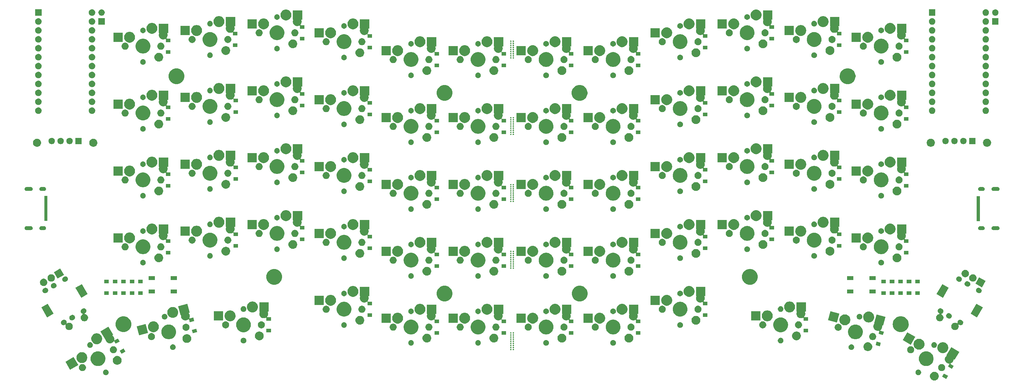
<source format=gbr>
G04 #@! TF.GenerationSoftware,KiCad,Pcbnew,(5.1.6)-1*
G04 #@! TF.CreationDate,2020-09-29T01:23:43+08:00*
G04 #@! TF.ProjectId,Cantaloupe,43616e74-616c-46f7-9570-652e6b696361,rev?*
G04 #@! TF.SameCoordinates,Original*
G04 #@! TF.FileFunction,Soldermask,Bot*
G04 #@! TF.FilePolarity,Negative*
%FSLAX46Y46*%
G04 Gerber Fmt 4.6, Leading zero omitted, Abs format (unit mm)*
G04 Created by KiCad (PCBNEW (5.1.6)-1) date 2020-09-29 01:23:43*
%MOMM*%
%LPD*%
G01*
G04 APERTURE LIST*
%ADD10C,0.100000*%
G04 APERTURE END LIST*
D10*
G36*
X328985697Y-160178485D02*
G01*
X329213365Y-160272788D01*
X329418260Y-160409695D01*
X329592509Y-160583944D01*
X329729416Y-160788839D01*
X329823719Y-161016507D01*
X329871794Y-161258197D01*
X329871794Y-161504623D01*
X329823719Y-161746313D01*
X329729416Y-161973981D01*
X329592509Y-162178876D01*
X329418260Y-162353125D01*
X329213365Y-162490032D01*
X329213364Y-162490033D01*
X329213363Y-162490033D01*
X328985697Y-162584335D01*
X328744008Y-162632410D01*
X328497580Y-162632410D01*
X328255891Y-162584335D01*
X328028225Y-162490033D01*
X328028224Y-162490033D01*
X328028223Y-162490032D01*
X327823328Y-162353125D01*
X327649079Y-162178876D01*
X327512172Y-161973981D01*
X327417869Y-161746313D01*
X327369794Y-161504623D01*
X327369794Y-161258197D01*
X327417869Y-161016507D01*
X327512172Y-160788839D01*
X327649079Y-160583944D01*
X327823328Y-160409695D01*
X328028223Y-160272788D01*
X328255891Y-160178485D01*
X328497580Y-160130410D01*
X328744008Y-160130410D01*
X328985697Y-160178485D01*
G37*
G36*
X332474628Y-161295864D02*
G01*
X331973628Y-162163622D01*
X330846062Y-161512622D01*
X331347062Y-160644864D01*
X332474628Y-161295864D01*
G37*
G36*
X93338950Y-159530325D02*
G01*
X93462569Y-159581530D01*
X93484724Y-159590707D01*
X93615916Y-159678366D01*
X93727486Y-159789936D01*
X93754592Y-159830504D01*
X93815146Y-159921130D01*
X93875527Y-160066902D01*
X93906308Y-160221651D01*
X93906308Y-160379437D01*
X93875527Y-160534186D01*
X93829682Y-160644864D01*
X93815145Y-160679960D01*
X93727486Y-160811152D01*
X93615916Y-160922722D01*
X93484724Y-161010381D01*
X93484723Y-161010382D01*
X93484722Y-161010382D01*
X93338950Y-161070763D01*
X93184201Y-161101544D01*
X93026415Y-161101544D01*
X92871666Y-161070763D01*
X92725894Y-161010382D01*
X92725893Y-161010382D01*
X92725892Y-161010381D01*
X92594700Y-160922722D01*
X92483130Y-160811152D01*
X92395471Y-160679960D01*
X92380934Y-160644864D01*
X92335089Y-160534186D01*
X92304308Y-160379437D01*
X92304308Y-160221651D01*
X92335089Y-160066902D01*
X92395470Y-159921130D01*
X92456024Y-159830504D01*
X92483130Y-159789936D01*
X92594700Y-159678366D01*
X92725892Y-159590707D01*
X92748047Y-159581530D01*
X92871666Y-159530325D01*
X93026415Y-159499544D01*
X93184201Y-159499544D01*
X93338950Y-159530325D01*
G37*
G36*
X324282322Y-159530325D02*
G01*
X324405941Y-159581530D01*
X324428096Y-159590707D01*
X324559288Y-159678366D01*
X324670858Y-159789936D01*
X324697964Y-159830504D01*
X324758518Y-159921130D01*
X324818899Y-160066902D01*
X324849680Y-160221651D01*
X324849680Y-160379437D01*
X324818899Y-160534186D01*
X324773054Y-160644864D01*
X324758517Y-160679960D01*
X324670858Y-160811152D01*
X324559288Y-160922722D01*
X324428096Y-161010381D01*
X324428095Y-161010382D01*
X324428094Y-161010382D01*
X324282322Y-161070763D01*
X324127573Y-161101544D01*
X323969787Y-161101544D01*
X323815038Y-161070763D01*
X323669266Y-161010382D01*
X323669265Y-161010382D01*
X323669264Y-161010381D01*
X323538072Y-160922722D01*
X323426502Y-160811152D01*
X323338843Y-160679960D01*
X323324306Y-160644864D01*
X323278461Y-160534186D01*
X323247680Y-160379437D01*
X323247680Y-160221651D01*
X323278461Y-160066902D01*
X323338842Y-159921130D01*
X323399396Y-159830504D01*
X323426502Y-159789936D01*
X323538072Y-159678366D01*
X323669264Y-159590707D01*
X323691419Y-159581530D01*
X323815038Y-159530325D01*
X323969787Y-159499544D01*
X324127573Y-159499544D01*
X324282322Y-159530325D01*
G37*
G36*
X330893374Y-157961664D02*
G01*
X330990070Y-157980898D01*
X331172240Y-158056356D01*
X331336189Y-158165903D01*
X331475616Y-158305330D01*
X331585163Y-158469279D01*
X331660621Y-158651449D01*
X331699089Y-158844840D01*
X331699089Y-159042020D01*
X331660621Y-159235411D01*
X331585163Y-159417581D01*
X331475616Y-159581530D01*
X331336189Y-159720957D01*
X331172240Y-159830504D01*
X330990070Y-159905962D01*
X330893374Y-159925196D01*
X330796680Y-159944430D01*
X330599498Y-159944430D01*
X330406108Y-159905962D01*
X330223938Y-159830504D01*
X330059989Y-159720957D01*
X329920562Y-159581530D01*
X329811015Y-159417581D01*
X329735557Y-159235411D01*
X329697089Y-159042020D01*
X329697089Y-158844840D01*
X329735557Y-158651449D01*
X329811015Y-158469279D01*
X329920562Y-158305330D01*
X330059989Y-158165903D01*
X330223938Y-158056356D01*
X330406108Y-157980898D01*
X330599498Y-157942430D01*
X330796680Y-157942430D01*
X330893374Y-157961664D01*
G37*
G36*
X86651184Y-157961664D02*
G01*
X86747880Y-157980898D01*
X86930050Y-158056356D01*
X87093999Y-158165903D01*
X87233426Y-158305330D01*
X87342973Y-158469279D01*
X87418431Y-158651449D01*
X87456899Y-158844840D01*
X87456899Y-159042020D01*
X87418431Y-159235411D01*
X87342973Y-159417581D01*
X87233426Y-159581530D01*
X87093999Y-159720957D01*
X86930050Y-159830504D01*
X86747880Y-159905962D01*
X86554490Y-159944430D01*
X86357308Y-159944430D01*
X86163918Y-159905962D01*
X85981748Y-159830504D01*
X85817799Y-159720957D01*
X85678372Y-159581530D01*
X85568825Y-159417581D01*
X85493367Y-159235411D01*
X85454899Y-159042020D01*
X85454899Y-158844840D01*
X85493367Y-158651449D01*
X85568825Y-158469279D01*
X85678372Y-158305330D01*
X85817799Y-158165903D01*
X85981748Y-158056356D01*
X86163918Y-157980898D01*
X86260614Y-157961664D01*
X86357308Y-157942430D01*
X86554490Y-157942430D01*
X86651184Y-157961664D01*
G37*
G36*
X85248368Y-158209924D02*
G01*
X82951668Y-159535924D01*
X81650668Y-157282526D01*
X83947368Y-155956526D01*
X85248368Y-158209924D01*
G37*
G36*
X335696850Y-154461322D02*
G01*
X334395850Y-156714720D01*
X334395849Y-156714721D01*
X334278096Y-156646736D01*
X334255777Y-156636623D01*
X334231913Y-156631058D01*
X334207422Y-156630257D01*
X334183245Y-156634248D01*
X334160311Y-156642880D01*
X334139502Y-156655820D01*
X334121618Y-156672570D01*
X334107345Y-156692489D01*
X334097232Y-156714808D01*
X334093001Y-156730600D01*
X334056251Y-156915353D01*
X333980833Y-157097430D01*
X333961948Y-157143021D01*
X333825041Y-157347916D01*
X333650792Y-157522165D01*
X333445897Y-157659072D01*
X333289738Y-157723755D01*
X333268130Y-157735305D01*
X333249188Y-157750850D01*
X333233642Y-157769792D01*
X333222091Y-157791403D01*
X333214978Y-157814852D01*
X333212576Y-157839238D01*
X333214978Y-157863624D01*
X333222091Y-157887073D01*
X333233642Y-157908683D01*
X333249187Y-157927625D01*
X333275075Y-157947490D01*
X334124628Y-158437980D01*
X333623628Y-159305738D01*
X332496062Y-158654738D01*
X332880457Y-157988946D01*
X332890569Y-157966629D01*
X332896134Y-157942765D01*
X332896935Y-157918274D01*
X332892944Y-157894097D01*
X332884312Y-157871163D01*
X332871372Y-157850354D01*
X332854622Y-157832470D01*
X332834703Y-157818197D01*
X332812384Y-157808084D01*
X332788520Y-157802519D01*
X332772204Y-157801450D01*
X332730112Y-157801450D01*
X332488423Y-157753375D01*
X332260757Y-157659073D01*
X332260756Y-157659073D01*
X332260755Y-157659072D01*
X332055860Y-157522165D01*
X331881611Y-157347916D01*
X331744704Y-157143021D01*
X331725820Y-157097430D01*
X331650401Y-156915353D01*
X331602326Y-156673664D01*
X331602326Y-156427236D01*
X331650401Y-156185547D01*
X331744703Y-155957881D01*
X331776900Y-155909695D01*
X331881611Y-155752984D01*
X332055860Y-155578735D01*
X332061348Y-155575068D01*
X332080290Y-155559523D01*
X332095835Y-155540581D01*
X332107385Y-155518970D01*
X332114498Y-155495521D01*
X332116900Y-155471135D01*
X332114498Y-155446749D01*
X332107385Y-155423300D01*
X332095833Y-155401689D01*
X332093385Y-155398706D01*
X332107620Y-155374051D01*
X333400150Y-153135322D01*
X335696850Y-154461322D01*
G37*
G36*
X91238945Y-154337579D02*
G01*
X91468147Y-154383170D01*
X91850505Y-154541548D01*
X91963919Y-154617329D01*
X92163232Y-154750505D01*
X92194618Y-154771477D01*
X92487261Y-155064120D01*
X92717190Y-155408233D01*
X92868194Y-155772788D01*
X92875568Y-155790592D01*
X92956308Y-156196498D01*
X92956308Y-156610362D01*
X92926902Y-156758196D01*
X92875568Y-157016269D01*
X92717190Y-157398627D01*
X92634644Y-157522166D01*
X92487262Y-157742739D01*
X92194617Y-158035384D01*
X92163230Y-158056356D01*
X91850505Y-158265312D01*
X91468147Y-158423690D01*
X91396306Y-158437980D01*
X91062240Y-158504430D01*
X90648376Y-158504430D01*
X90314310Y-158437980D01*
X90242469Y-158423690D01*
X89860111Y-158265312D01*
X89547386Y-158056356D01*
X89515999Y-158035384D01*
X89223354Y-157742739D01*
X89075972Y-157522166D01*
X88993426Y-157398627D01*
X88835048Y-157016269D01*
X88783714Y-156758196D01*
X88754308Y-156610362D01*
X88754308Y-156196498D01*
X88835048Y-155790592D01*
X88842423Y-155772788D01*
X88993426Y-155408233D01*
X89223355Y-155064120D01*
X89515998Y-154771477D01*
X89547385Y-154750505D01*
X89746697Y-154617329D01*
X89860111Y-154541548D01*
X90242469Y-154383170D01*
X90471671Y-154337579D01*
X90648376Y-154302430D01*
X91062240Y-154302430D01*
X91238945Y-154337579D01*
G37*
G36*
X326682317Y-154337579D02*
G01*
X326911519Y-154383170D01*
X327293877Y-154541548D01*
X327407291Y-154617329D01*
X327606604Y-154750505D01*
X327637990Y-154771477D01*
X327930633Y-155064120D01*
X328160562Y-155408233D01*
X328311566Y-155772788D01*
X328318940Y-155790592D01*
X328399680Y-156196498D01*
X328399680Y-156610362D01*
X328370274Y-156758196D01*
X328318940Y-157016269D01*
X328160562Y-157398627D01*
X328078016Y-157522166D01*
X327930634Y-157742739D01*
X327637989Y-158035384D01*
X327606602Y-158056356D01*
X327293877Y-158265312D01*
X326911519Y-158423690D01*
X326839678Y-158437980D01*
X326505612Y-158504430D01*
X326091748Y-158504430D01*
X325757682Y-158437980D01*
X325685841Y-158423690D01*
X325303483Y-158265312D01*
X324990758Y-158056356D01*
X324959371Y-158035384D01*
X324666726Y-157742739D01*
X324519344Y-157522166D01*
X324436798Y-157398627D01*
X324278420Y-157016269D01*
X324227086Y-156758196D01*
X324197680Y-156610362D01*
X324197680Y-156196498D01*
X324278420Y-155790592D01*
X324285795Y-155772788D01*
X324436798Y-155408233D01*
X324666727Y-155064120D01*
X324959370Y-154771477D01*
X324990757Y-154750505D01*
X325190069Y-154617329D01*
X325303483Y-154541548D01*
X325685841Y-154383170D01*
X325915043Y-154337579D01*
X326091748Y-154302430D01*
X326505612Y-154302430D01*
X326682317Y-154337579D01*
G37*
G36*
X96580869Y-155656315D02*
G01*
X96692325Y-155678485D01*
X96919993Y-155772788D01*
X97124888Y-155909695D01*
X97299137Y-156083944D01*
X97417767Y-156261486D01*
X97436045Y-156288841D01*
X97530347Y-156516507D01*
X97578422Y-156758196D01*
X97578422Y-157004624D01*
X97530347Y-157246313D01*
X97467258Y-157398625D01*
X97436044Y-157473981D01*
X97299137Y-157678876D01*
X97124888Y-157853125D01*
X96919993Y-157990032D01*
X96919992Y-157990033D01*
X96919991Y-157990033D01*
X96692325Y-158084335D01*
X96450636Y-158132410D01*
X96204208Y-158132410D01*
X95962519Y-158084335D01*
X95734853Y-157990033D01*
X95734852Y-157990033D01*
X95734851Y-157990032D01*
X95529956Y-157853125D01*
X95355707Y-157678876D01*
X95218800Y-157473981D01*
X95187587Y-157398625D01*
X95124497Y-157246313D01*
X95076422Y-157004624D01*
X95076422Y-156758196D01*
X95124497Y-156516507D01*
X95218799Y-156288841D01*
X95237077Y-156261486D01*
X95355707Y-156083944D01*
X95529956Y-155909695D01*
X95734851Y-155772788D01*
X95962519Y-155678485D01*
X96073975Y-155656315D01*
X96204208Y-155630410D01*
X96450636Y-155630410D01*
X96580869Y-155656315D01*
G37*
G36*
X86588336Y-154587527D02*
G01*
X86738161Y-154617329D01*
X87020425Y-154734246D01*
X87274456Y-154903984D01*
X87490492Y-155120020D01*
X87660230Y-155374051D01*
X87777147Y-155656315D01*
X87836751Y-155955965D01*
X87836751Y-156261485D01*
X87777147Y-156561135D01*
X87660230Y-156843399D01*
X87490492Y-157097430D01*
X87274456Y-157313466D01*
X87020425Y-157483204D01*
X86738161Y-157600121D01*
X86588336Y-157629923D01*
X86438512Y-157659725D01*
X86132990Y-157659725D01*
X85983166Y-157629923D01*
X85833341Y-157600121D01*
X85551077Y-157483204D01*
X85297046Y-157313466D01*
X85081010Y-157097430D01*
X84911272Y-156843399D01*
X84794355Y-156561135D01*
X84734751Y-156261485D01*
X84734751Y-155955965D01*
X84794355Y-155656315D01*
X84911272Y-155374051D01*
X85081010Y-155120020D01*
X85297046Y-154903984D01*
X85551077Y-154734246D01*
X85833341Y-154617329D01*
X85983166Y-154587527D01*
X86132990Y-154557725D01*
X86438512Y-154557725D01*
X86588336Y-154587527D01*
G37*
G36*
X98681260Y-154368875D02*
G01*
X97553694Y-155019875D01*
X97052694Y-154152117D01*
X98180260Y-153501117D01*
X98681260Y-154368875D01*
G37*
G36*
X95419743Y-152875645D02*
G01*
X95546698Y-152900898D01*
X95728868Y-152976356D01*
X95892817Y-153085903D01*
X96032244Y-153225330D01*
X96141791Y-153389279D01*
X96217249Y-153571449D01*
X96232959Y-153650430D01*
X96255717Y-153764839D01*
X96255717Y-153962021D01*
X96248195Y-153999834D01*
X96217249Y-154155411D01*
X96141791Y-154337581D01*
X96032244Y-154501530D01*
X95892817Y-154640957D01*
X95728868Y-154750504D01*
X95546698Y-154825962D01*
X95450002Y-154845196D01*
X95353308Y-154864430D01*
X95156126Y-154864430D01*
X95059432Y-154845196D01*
X94962736Y-154825962D01*
X94780566Y-154750504D01*
X94616617Y-154640957D01*
X94477190Y-154501530D01*
X94367643Y-154337581D01*
X94292185Y-154155411D01*
X94261239Y-153999834D01*
X94253717Y-153962021D01*
X94253717Y-153764839D01*
X94276475Y-153650430D01*
X94292185Y-153571449D01*
X94367643Y-153389279D01*
X94477190Y-153225330D01*
X94616617Y-153085903D01*
X94780566Y-152976356D01*
X94962736Y-152900898D01*
X95089691Y-152875645D01*
X95156126Y-152862430D01*
X95353308Y-152862430D01*
X95419743Y-152875645D01*
G37*
G36*
X322064297Y-152875645D02*
G01*
X322191252Y-152900898D01*
X322373422Y-152976356D01*
X322537371Y-153085903D01*
X322676798Y-153225330D01*
X322786345Y-153389279D01*
X322861803Y-153571449D01*
X322877513Y-153650430D01*
X322900271Y-153764839D01*
X322900271Y-153962021D01*
X322892749Y-153999834D01*
X322861803Y-154155411D01*
X322786345Y-154337581D01*
X322676798Y-154501530D01*
X322537371Y-154640957D01*
X322373422Y-154750504D01*
X322191252Y-154825962D01*
X322094556Y-154845196D01*
X321997862Y-154864430D01*
X321800680Y-154864430D01*
X321703986Y-154845196D01*
X321607290Y-154825962D01*
X321425120Y-154750504D01*
X321261171Y-154640957D01*
X321121744Y-154501530D01*
X321012197Y-154337581D01*
X320936739Y-154155411D01*
X320905793Y-153999834D01*
X320898271Y-153962021D01*
X320898271Y-153764839D01*
X320921029Y-153650430D01*
X320936739Y-153571449D01*
X321012197Y-153389279D01*
X321121744Y-153225330D01*
X321261171Y-153085903D01*
X321425120Y-152976356D01*
X321607290Y-152900898D01*
X321734245Y-152875645D01*
X321800680Y-152862430D01*
X321997862Y-152862430D01*
X322064297Y-152875645D01*
G37*
G36*
X331322384Y-151749126D02*
G01*
X331490795Y-151782625D01*
X331773059Y-151899542D01*
X332027090Y-152069280D01*
X332243126Y-152285316D01*
X332412864Y-152539347D01*
X332529781Y-152821611D01*
X332540529Y-152875645D01*
X332589385Y-153121260D01*
X332589385Y-153426782D01*
X332573510Y-153506590D01*
X332529781Y-153726431D01*
X332412864Y-154008695D01*
X332243126Y-154262726D01*
X332027090Y-154478762D01*
X331773059Y-154648500D01*
X331490795Y-154765417D01*
X331340970Y-154795219D01*
X331191146Y-154825021D01*
X330885624Y-154825021D01*
X330735800Y-154795219D01*
X330585975Y-154765417D01*
X330303711Y-154648500D01*
X330049680Y-154478762D01*
X329833644Y-154262726D01*
X329663906Y-154008695D01*
X329546989Y-153726431D01*
X329503260Y-153506590D01*
X329487385Y-153426782D01*
X329487385Y-153121260D01*
X329541368Y-152849869D01*
X329543770Y-152825483D01*
X329542796Y-152815590D01*
X329551050Y-152805532D01*
X329562598Y-152783929D01*
X329663906Y-152539347D01*
X329833644Y-152285316D01*
X330049680Y-152069280D01*
X330303711Y-151899542D01*
X330585975Y-151782625D01*
X330754386Y-151749126D01*
X330885624Y-151723021D01*
X331191146Y-151723021D01*
X331322384Y-151749126D01*
G37*
G36*
X310077685Y-151784935D02*
G01*
X310281074Y-151869181D01*
X310305353Y-151879238D01*
X310510248Y-152016145D01*
X310684497Y-152190394D01*
X310821404Y-152395289D01*
X310821405Y-152395291D01*
X310915707Y-152622957D01*
X310963782Y-152864646D01*
X310963782Y-153111074D01*
X310915707Y-153352763D01*
X310825125Y-153571449D01*
X310821404Y-153580431D01*
X310684497Y-153785326D01*
X310510248Y-153959575D01*
X310305353Y-154096482D01*
X310305352Y-154096483D01*
X310305351Y-154096483D01*
X310077685Y-154190785D01*
X309835996Y-154238860D01*
X309589568Y-154238860D01*
X309347879Y-154190785D01*
X309120213Y-154096483D01*
X309120212Y-154096483D01*
X309120211Y-154096482D01*
X308915316Y-153959575D01*
X308741067Y-153785326D01*
X308604160Y-153580431D01*
X308600440Y-153571449D01*
X308509857Y-153352763D01*
X308461782Y-153111074D01*
X308461782Y-152864646D01*
X308509857Y-152622957D01*
X308604159Y-152395291D01*
X308604160Y-152395289D01*
X308741067Y-152190394D01*
X308915316Y-152016145D01*
X309120211Y-151879238D01*
X309144491Y-151869181D01*
X309347879Y-151784935D01*
X309589568Y-151736860D01*
X309835996Y-151736860D01*
X310077685Y-151784935D01*
G37*
G36*
X208285620Y-148863280D02*
G01*
X208285621Y-148863280D01*
X208285624Y-148863281D01*
X208322203Y-148878433D01*
X208355124Y-148900430D01*
X208383121Y-148928427D01*
X208405118Y-148961348D01*
X208420270Y-148997927D01*
X208420271Y-148997930D01*
X208420271Y-148997931D01*
X208427994Y-149036759D01*
X208427994Y-149076355D01*
X208420559Y-149113737D01*
X208420270Y-149115187D01*
X208405118Y-149151766D01*
X208383121Y-149184687D01*
X208355124Y-149212684D01*
X208322203Y-149234681D01*
X208314307Y-149237952D01*
X208292703Y-149249499D01*
X208273761Y-149265044D01*
X208258216Y-149283986D01*
X208246665Y-149305597D01*
X208239552Y-149329046D01*
X208237150Y-149353432D01*
X208239552Y-149377818D01*
X208246665Y-149401267D01*
X208258216Y-149422878D01*
X208273761Y-149441820D01*
X208292703Y-149457365D01*
X208314307Y-149468912D01*
X208322203Y-149472183D01*
X208355124Y-149494180D01*
X208383121Y-149522177D01*
X208405118Y-149555098D01*
X208420270Y-149591677D01*
X208420271Y-149591680D01*
X208420271Y-149591681D01*
X208427994Y-149630509D01*
X208427994Y-149670105D01*
X208424279Y-149688784D01*
X208420270Y-149708937D01*
X208405118Y-149745516D01*
X208383121Y-149778437D01*
X208355124Y-149806434D01*
X208322203Y-149828431D01*
X208314307Y-149831702D01*
X208292703Y-149843249D01*
X208273761Y-149858794D01*
X208258216Y-149877736D01*
X208246665Y-149899347D01*
X208239552Y-149922796D01*
X208237150Y-149947182D01*
X208239552Y-149971568D01*
X208246665Y-149995017D01*
X208258216Y-150016628D01*
X208273761Y-150035570D01*
X208292703Y-150051115D01*
X208314307Y-150062662D01*
X208322203Y-150065933D01*
X208355124Y-150087930D01*
X208383121Y-150115927D01*
X208405118Y-150148848D01*
X208420270Y-150185427D01*
X208420271Y-150185430D01*
X208420271Y-150185431D01*
X208422677Y-150197526D01*
X208427994Y-150224260D01*
X208427994Y-150263854D01*
X208420270Y-150302687D01*
X208405118Y-150339266D01*
X208383121Y-150372187D01*
X208355124Y-150400184D01*
X208322203Y-150422181D01*
X208314307Y-150425452D01*
X208292703Y-150436999D01*
X208273761Y-150452544D01*
X208258216Y-150471486D01*
X208246665Y-150493097D01*
X208239552Y-150516546D01*
X208237150Y-150540932D01*
X208239552Y-150565318D01*
X208246665Y-150588767D01*
X208258216Y-150610378D01*
X208273761Y-150629320D01*
X208292703Y-150644865D01*
X208314307Y-150656412D01*
X208322203Y-150659683D01*
X208355124Y-150681680D01*
X208383121Y-150709677D01*
X208405118Y-150742598D01*
X208420270Y-150779177D01*
X208420271Y-150779180D01*
X208420271Y-150779181D01*
X208427994Y-150818009D01*
X208427994Y-150857605D01*
X208422191Y-150886782D01*
X208420270Y-150896437D01*
X208405118Y-150933016D01*
X208383121Y-150965937D01*
X208355124Y-150993934D01*
X208322203Y-151015931D01*
X208314307Y-151019202D01*
X208292703Y-151030749D01*
X208273761Y-151046294D01*
X208258216Y-151065236D01*
X208246665Y-151086847D01*
X208239552Y-151110296D01*
X208237150Y-151134682D01*
X208239552Y-151159068D01*
X208246665Y-151182517D01*
X208258216Y-151204128D01*
X208273761Y-151223070D01*
X208292703Y-151238615D01*
X208314307Y-151250162D01*
X208322203Y-151253433D01*
X208355124Y-151275430D01*
X208383121Y-151303427D01*
X208405118Y-151336348D01*
X208420270Y-151372927D01*
X208420271Y-151372930D01*
X208420271Y-151372931D01*
X208424267Y-151393021D01*
X208427994Y-151411760D01*
X208427994Y-151451354D01*
X208420270Y-151490187D01*
X208405118Y-151526766D01*
X208383121Y-151559687D01*
X208355124Y-151587684D01*
X208322203Y-151609681D01*
X208314307Y-151612952D01*
X208292703Y-151624499D01*
X208273761Y-151640044D01*
X208258216Y-151658986D01*
X208246665Y-151680597D01*
X208239552Y-151704046D01*
X208237150Y-151728432D01*
X208239552Y-151752818D01*
X208246665Y-151776267D01*
X208258216Y-151797878D01*
X208273761Y-151816820D01*
X208292703Y-151832365D01*
X208314307Y-151843912D01*
X208322203Y-151847183D01*
X208355124Y-151869180D01*
X208383121Y-151897177D01*
X208405118Y-151930098D01*
X208420270Y-151966677D01*
X208420271Y-151966680D01*
X208420271Y-151966681D01*
X208427994Y-152005509D01*
X208427994Y-152045105D01*
X208423186Y-152069280D01*
X208420270Y-152083937D01*
X208405118Y-152120516D01*
X208383121Y-152153437D01*
X208355124Y-152181434D01*
X208322203Y-152203431D01*
X208314307Y-152206702D01*
X208292703Y-152218249D01*
X208273761Y-152233794D01*
X208258216Y-152252736D01*
X208246665Y-152274347D01*
X208239552Y-152297796D01*
X208237150Y-152322182D01*
X208239552Y-152346568D01*
X208246665Y-152370017D01*
X208258216Y-152391628D01*
X208273761Y-152410570D01*
X208292703Y-152426115D01*
X208314307Y-152437662D01*
X208322203Y-152440933D01*
X208355124Y-152462930D01*
X208383121Y-152490927D01*
X208405118Y-152523848D01*
X208420270Y-152560427D01*
X208420271Y-152560430D01*
X208420271Y-152560431D01*
X208427994Y-152599259D01*
X208427994Y-152638855D01*
X208422511Y-152666423D01*
X208420270Y-152677687D01*
X208405118Y-152714266D01*
X208383121Y-152747187D01*
X208355124Y-152775184D01*
X208322203Y-152797181D01*
X208314307Y-152800452D01*
X208292703Y-152811999D01*
X208273761Y-152827544D01*
X208258216Y-152846486D01*
X208246665Y-152868097D01*
X208239552Y-152891546D01*
X208237150Y-152915932D01*
X208239552Y-152940318D01*
X208246665Y-152963767D01*
X208258216Y-152985378D01*
X208273761Y-153004320D01*
X208292703Y-153019865D01*
X208314307Y-153031412D01*
X208322203Y-153034683D01*
X208355124Y-153056680D01*
X208383121Y-153084677D01*
X208405118Y-153117598D01*
X208420270Y-153154177D01*
X208427994Y-153193010D01*
X208427994Y-153232604D01*
X208420270Y-153271437D01*
X208405118Y-153308016D01*
X208383121Y-153340937D01*
X208355124Y-153368934D01*
X208322203Y-153390931D01*
X208314307Y-153394202D01*
X208292703Y-153405749D01*
X208273761Y-153421294D01*
X208258216Y-153440236D01*
X208246665Y-153461847D01*
X208239552Y-153485296D01*
X208237150Y-153509682D01*
X208239552Y-153534068D01*
X208246665Y-153557517D01*
X208258216Y-153579128D01*
X208273761Y-153598070D01*
X208292703Y-153613615D01*
X208314307Y-153625162D01*
X208322203Y-153628433D01*
X208355124Y-153650430D01*
X208383121Y-153678427D01*
X208405118Y-153711348D01*
X208420270Y-153747927D01*
X208420271Y-153747930D01*
X208420271Y-153747931D01*
X208427994Y-153786759D01*
X208427994Y-153826355D01*
X208423346Y-153849725D01*
X208420270Y-153865187D01*
X208405118Y-153901766D01*
X208383121Y-153934687D01*
X208355124Y-153962684D01*
X208322203Y-153984681D01*
X208285624Y-153999833D01*
X208285621Y-153999834D01*
X208285620Y-153999834D01*
X208246792Y-154007557D01*
X208207196Y-154007557D01*
X208168368Y-153999834D01*
X208168367Y-153999834D01*
X208168364Y-153999833D01*
X208131785Y-153984681D01*
X208098864Y-153962684D01*
X208070867Y-153934687D01*
X208048870Y-153901766D01*
X208033718Y-153865187D01*
X208030643Y-153849725D01*
X208025994Y-153826355D01*
X208025994Y-153786759D01*
X208033717Y-153747931D01*
X208033717Y-153747930D01*
X208033718Y-153747927D01*
X208048870Y-153711348D01*
X208070867Y-153678427D01*
X208098864Y-153650430D01*
X208131785Y-153628433D01*
X208139681Y-153625162D01*
X208161285Y-153613615D01*
X208180227Y-153598070D01*
X208195772Y-153579128D01*
X208207323Y-153557517D01*
X208214436Y-153534068D01*
X208216838Y-153509682D01*
X208214436Y-153485296D01*
X208207323Y-153461847D01*
X208195772Y-153440236D01*
X208180227Y-153421294D01*
X208161285Y-153405749D01*
X208139681Y-153394202D01*
X208131785Y-153390931D01*
X208098864Y-153368934D01*
X208070867Y-153340937D01*
X208048870Y-153308016D01*
X208033718Y-153271437D01*
X208025994Y-153232604D01*
X208025994Y-153193010D01*
X208033718Y-153154177D01*
X208048870Y-153117598D01*
X208070867Y-153084677D01*
X208098864Y-153056680D01*
X208131785Y-153034683D01*
X208139681Y-153031412D01*
X208161285Y-153019865D01*
X208180227Y-153004320D01*
X208195772Y-152985378D01*
X208207323Y-152963767D01*
X208214436Y-152940318D01*
X208216838Y-152915932D01*
X208214436Y-152891546D01*
X208207323Y-152868097D01*
X208195772Y-152846486D01*
X208180227Y-152827544D01*
X208161285Y-152811999D01*
X208139681Y-152800452D01*
X208131785Y-152797181D01*
X208098864Y-152775184D01*
X208070867Y-152747187D01*
X208048870Y-152714266D01*
X208033718Y-152677687D01*
X208031478Y-152666423D01*
X208025994Y-152638855D01*
X208025994Y-152599259D01*
X208033717Y-152560431D01*
X208033717Y-152560430D01*
X208033718Y-152560427D01*
X208048870Y-152523848D01*
X208070867Y-152490927D01*
X208098864Y-152462930D01*
X208131785Y-152440933D01*
X208139681Y-152437662D01*
X208161285Y-152426115D01*
X208180227Y-152410570D01*
X208195772Y-152391628D01*
X208207323Y-152370017D01*
X208214436Y-152346568D01*
X208216838Y-152322182D01*
X208214436Y-152297796D01*
X208207323Y-152274347D01*
X208195772Y-152252736D01*
X208180227Y-152233794D01*
X208161285Y-152218249D01*
X208139681Y-152206702D01*
X208131785Y-152203431D01*
X208098864Y-152181434D01*
X208070867Y-152153437D01*
X208048870Y-152120516D01*
X208033718Y-152083937D01*
X208030803Y-152069280D01*
X208025994Y-152045105D01*
X208025994Y-152005509D01*
X208033717Y-151966681D01*
X208033717Y-151966680D01*
X208033718Y-151966677D01*
X208048870Y-151930098D01*
X208070867Y-151897177D01*
X208098864Y-151869180D01*
X208131785Y-151847183D01*
X208139681Y-151843912D01*
X208161285Y-151832365D01*
X208180227Y-151816820D01*
X208195772Y-151797878D01*
X208207323Y-151776267D01*
X208214436Y-151752818D01*
X208216838Y-151728432D01*
X208214436Y-151704046D01*
X208207323Y-151680597D01*
X208195772Y-151658986D01*
X208180227Y-151640044D01*
X208161285Y-151624499D01*
X208139681Y-151612952D01*
X208131785Y-151609681D01*
X208098864Y-151587684D01*
X208070867Y-151559687D01*
X208048870Y-151526766D01*
X208033718Y-151490187D01*
X208025994Y-151451354D01*
X208025994Y-151411760D01*
X208029721Y-151393021D01*
X208033717Y-151372931D01*
X208033717Y-151372930D01*
X208033718Y-151372927D01*
X208048870Y-151336348D01*
X208070867Y-151303427D01*
X208098864Y-151275430D01*
X208131785Y-151253433D01*
X208139681Y-151250162D01*
X208161285Y-151238615D01*
X208180227Y-151223070D01*
X208195772Y-151204128D01*
X208207323Y-151182517D01*
X208214436Y-151159068D01*
X208216838Y-151134682D01*
X208214436Y-151110296D01*
X208207323Y-151086847D01*
X208195772Y-151065236D01*
X208180227Y-151046294D01*
X208161285Y-151030749D01*
X208139681Y-151019202D01*
X208131785Y-151015931D01*
X208098864Y-150993934D01*
X208070867Y-150965937D01*
X208048870Y-150933016D01*
X208033718Y-150896437D01*
X208031798Y-150886782D01*
X208025994Y-150857605D01*
X208025994Y-150818009D01*
X208033717Y-150779181D01*
X208033717Y-150779180D01*
X208033718Y-150779177D01*
X208048870Y-150742598D01*
X208070867Y-150709677D01*
X208098864Y-150681680D01*
X208131785Y-150659683D01*
X208139681Y-150656412D01*
X208161285Y-150644865D01*
X208180227Y-150629320D01*
X208195772Y-150610378D01*
X208207323Y-150588767D01*
X208214436Y-150565318D01*
X208216838Y-150540932D01*
X208214436Y-150516546D01*
X208207323Y-150493097D01*
X208195772Y-150471486D01*
X208180227Y-150452544D01*
X208161285Y-150436999D01*
X208139681Y-150425452D01*
X208131785Y-150422181D01*
X208098864Y-150400184D01*
X208070867Y-150372187D01*
X208048870Y-150339266D01*
X208033718Y-150302687D01*
X208025994Y-150263854D01*
X208025994Y-150224260D01*
X208031311Y-150197526D01*
X208033717Y-150185431D01*
X208033717Y-150185430D01*
X208033718Y-150185427D01*
X208048870Y-150148848D01*
X208070867Y-150115927D01*
X208098864Y-150087930D01*
X208131785Y-150065933D01*
X208139681Y-150062662D01*
X208161285Y-150051115D01*
X208180227Y-150035570D01*
X208195772Y-150016628D01*
X208207323Y-149995017D01*
X208214436Y-149971568D01*
X208216838Y-149947182D01*
X208214436Y-149922796D01*
X208207323Y-149899347D01*
X208195772Y-149877736D01*
X208180227Y-149858794D01*
X208161285Y-149843249D01*
X208139681Y-149831702D01*
X208131785Y-149828431D01*
X208098864Y-149806434D01*
X208070867Y-149778437D01*
X208048870Y-149745516D01*
X208033718Y-149708937D01*
X208029710Y-149688784D01*
X208025994Y-149670105D01*
X208025994Y-149630509D01*
X208033717Y-149591681D01*
X208033717Y-149591680D01*
X208033718Y-149591677D01*
X208048870Y-149555098D01*
X208070867Y-149522177D01*
X208098864Y-149494180D01*
X208131785Y-149472183D01*
X208139681Y-149468912D01*
X208161285Y-149457365D01*
X208180227Y-149441820D01*
X208195772Y-149422878D01*
X208207323Y-149401267D01*
X208214436Y-149377818D01*
X208216838Y-149353432D01*
X208214436Y-149329046D01*
X208207323Y-149305597D01*
X208195772Y-149283986D01*
X208180227Y-149265044D01*
X208161285Y-149249499D01*
X208139681Y-149237952D01*
X208131785Y-149234681D01*
X208098864Y-149212684D01*
X208070867Y-149184687D01*
X208048870Y-149151766D01*
X208033718Y-149115187D01*
X208033430Y-149113737D01*
X208025994Y-149076355D01*
X208025994Y-149036759D01*
X208033717Y-148997931D01*
X208033717Y-148997930D01*
X208033718Y-148997927D01*
X208048870Y-148961348D01*
X208070867Y-148928427D01*
X208098864Y-148900430D01*
X208131785Y-148878433D01*
X208168364Y-148863281D01*
X208168367Y-148863280D01*
X208168368Y-148863280D01*
X208207196Y-148855557D01*
X208246792Y-148855557D01*
X208285620Y-148863280D01*
G37*
G36*
X208985620Y-148863280D02*
G01*
X208985621Y-148863280D01*
X208985624Y-148863281D01*
X209022203Y-148878433D01*
X209055124Y-148900430D01*
X209083121Y-148928427D01*
X209105118Y-148961348D01*
X209120270Y-148997927D01*
X209120271Y-148997930D01*
X209120271Y-148997931D01*
X209127994Y-149036759D01*
X209127994Y-149076355D01*
X209120559Y-149113737D01*
X209120270Y-149115187D01*
X209105118Y-149151766D01*
X209083121Y-149184687D01*
X209055124Y-149212684D01*
X209022203Y-149234681D01*
X209014307Y-149237952D01*
X208992703Y-149249499D01*
X208973761Y-149265044D01*
X208958216Y-149283986D01*
X208946665Y-149305597D01*
X208939552Y-149329046D01*
X208937150Y-149353432D01*
X208939552Y-149377818D01*
X208946665Y-149401267D01*
X208958216Y-149422878D01*
X208973761Y-149441820D01*
X208992703Y-149457365D01*
X209014307Y-149468912D01*
X209022203Y-149472183D01*
X209055124Y-149494180D01*
X209083121Y-149522177D01*
X209105118Y-149555098D01*
X209120270Y-149591677D01*
X209120271Y-149591680D01*
X209120271Y-149591681D01*
X209127994Y-149630509D01*
X209127994Y-149670105D01*
X209124279Y-149688784D01*
X209120270Y-149708937D01*
X209105118Y-149745516D01*
X209083121Y-149778437D01*
X209055124Y-149806434D01*
X209022203Y-149828431D01*
X209014307Y-149831702D01*
X208992703Y-149843249D01*
X208973761Y-149858794D01*
X208958216Y-149877736D01*
X208946665Y-149899347D01*
X208939552Y-149922796D01*
X208937150Y-149947182D01*
X208939552Y-149971568D01*
X208946665Y-149995017D01*
X208958216Y-150016628D01*
X208973761Y-150035570D01*
X208992703Y-150051115D01*
X209014307Y-150062662D01*
X209022203Y-150065933D01*
X209055124Y-150087930D01*
X209083121Y-150115927D01*
X209105118Y-150148848D01*
X209120270Y-150185427D01*
X209120271Y-150185430D01*
X209120271Y-150185431D01*
X209122677Y-150197526D01*
X209127994Y-150224260D01*
X209127994Y-150263854D01*
X209120270Y-150302687D01*
X209105118Y-150339266D01*
X209083121Y-150372187D01*
X209055124Y-150400184D01*
X209022203Y-150422181D01*
X209014307Y-150425452D01*
X208992703Y-150436999D01*
X208973761Y-150452544D01*
X208958216Y-150471486D01*
X208946665Y-150493097D01*
X208939552Y-150516546D01*
X208937150Y-150540932D01*
X208939552Y-150565318D01*
X208946665Y-150588767D01*
X208958216Y-150610378D01*
X208973761Y-150629320D01*
X208992703Y-150644865D01*
X209014307Y-150656412D01*
X209022203Y-150659683D01*
X209055124Y-150681680D01*
X209083121Y-150709677D01*
X209105118Y-150742598D01*
X209120270Y-150779177D01*
X209120271Y-150779180D01*
X209120271Y-150779181D01*
X209127994Y-150818009D01*
X209127994Y-150857605D01*
X209122191Y-150886782D01*
X209120270Y-150896437D01*
X209105118Y-150933016D01*
X209083121Y-150965937D01*
X209055124Y-150993934D01*
X209022203Y-151015931D01*
X209014307Y-151019202D01*
X208992703Y-151030749D01*
X208973761Y-151046294D01*
X208958216Y-151065236D01*
X208946665Y-151086847D01*
X208939552Y-151110296D01*
X208937150Y-151134682D01*
X208939552Y-151159068D01*
X208946665Y-151182517D01*
X208958216Y-151204128D01*
X208973761Y-151223070D01*
X208992703Y-151238615D01*
X209014307Y-151250162D01*
X209022203Y-151253433D01*
X209055124Y-151275430D01*
X209083121Y-151303427D01*
X209105118Y-151336348D01*
X209120270Y-151372927D01*
X209120271Y-151372930D01*
X209120271Y-151372931D01*
X209124267Y-151393021D01*
X209127994Y-151411760D01*
X209127994Y-151451354D01*
X209120270Y-151490187D01*
X209105118Y-151526766D01*
X209083121Y-151559687D01*
X209055124Y-151587684D01*
X209022203Y-151609681D01*
X209014307Y-151612952D01*
X208992703Y-151624499D01*
X208973761Y-151640044D01*
X208958216Y-151658986D01*
X208946665Y-151680597D01*
X208939552Y-151704046D01*
X208937150Y-151728432D01*
X208939552Y-151752818D01*
X208946665Y-151776267D01*
X208958216Y-151797878D01*
X208973761Y-151816820D01*
X208992703Y-151832365D01*
X209014307Y-151843912D01*
X209022203Y-151847183D01*
X209055124Y-151869180D01*
X209083121Y-151897177D01*
X209105118Y-151930098D01*
X209120270Y-151966677D01*
X209120271Y-151966680D01*
X209120271Y-151966681D01*
X209127994Y-152005509D01*
X209127994Y-152045105D01*
X209123186Y-152069280D01*
X209120270Y-152083937D01*
X209105118Y-152120516D01*
X209083121Y-152153437D01*
X209055124Y-152181434D01*
X209022203Y-152203431D01*
X209014307Y-152206702D01*
X208992703Y-152218249D01*
X208973761Y-152233794D01*
X208958216Y-152252736D01*
X208946665Y-152274347D01*
X208939552Y-152297796D01*
X208937150Y-152322182D01*
X208939552Y-152346568D01*
X208946665Y-152370017D01*
X208958216Y-152391628D01*
X208973761Y-152410570D01*
X208992703Y-152426115D01*
X209014307Y-152437662D01*
X209022203Y-152440933D01*
X209055124Y-152462930D01*
X209083121Y-152490927D01*
X209105118Y-152523848D01*
X209120270Y-152560427D01*
X209120271Y-152560430D01*
X209120271Y-152560431D01*
X209127994Y-152599259D01*
X209127994Y-152638855D01*
X209122511Y-152666423D01*
X209120270Y-152677687D01*
X209105118Y-152714266D01*
X209083121Y-152747187D01*
X209055124Y-152775184D01*
X209022203Y-152797181D01*
X209014307Y-152800452D01*
X208992703Y-152811999D01*
X208973761Y-152827544D01*
X208958216Y-152846486D01*
X208946665Y-152868097D01*
X208939552Y-152891546D01*
X208937150Y-152915932D01*
X208939552Y-152940318D01*
X208946665Y-152963767D01*
X208958216Y-152985378D01*
X208973761Y-153004320D01*
X208992703Y-153019865D01*
X209014307Y-153031412D01*
X209022203Y-153034683D01*
X209055124Y-153056680D01*
X209083121Y-153084677D01*
X209105118Y-153117598D01*
X209120270Y-153154177D01*
X209127994Y-153193010D01*
X209127994Y-153232604D01*
X209120270Y-153271437D01*
X209105118Y-153308016D01*
X209083121Y-153340937D01*
X209055124Y-153368934D01*
X209022203Y-153390931D01*
X209014307Y-153394202D01*
X208992703Y-153405749D01*
X208973761Y-153421294D01*
X208958216Y-153440236D01*
X208946665Y-153461847D01*
X208939552Y-153485296D01*
X208937150Y-153509682D01*
X208939552Y-153534068D01*
X208946665Y-153557517D01*
X208958216Y-153579128D01*
X208973761Y-153598070D01*
X208992703Y-153613615D01*
X209014307Y-153625162D01*
X209022203Y-153628433D01*
X209055124Y-153650430D01*
X209083121Y-153678427D01*
X209105118Y-153711348D01*
X209120270Y-153747927D01*
X209120271Y-153747930D01*
X209120271Y-153747931D01*
X209127994Y-153786759D01*
X209127994Y-153826355D01*
X209123346Y-153849725D01*
X209120270Y-153865187D01*
X209105118Y-153901766D01*
X209083121Y-153934687D01*
X209055124Y-153962684D01*
X209022203Y-153984681D01*
X208985624Y-153999833D01*
X208985621Y-153999834D01*
X208985620Y-153999834D01*
X208946792Y-154007557D01*
X208907196Y-154007557D01*
X208868368Y-153999834D01*
X208868367Y-153999834D01*
X208868364Y-153999833D01*
X208831785Y-153984681D01*
X208798864Y-153962684D01*
X208770867Y-153934687D01*
X208748870Y-153901766D01*
X208733718Y-153865187D01*
X208730643Y-153849725D01*
X208725994Y-153826355D01*
X208725994Y-153786759D01*
X208733717Y-153747931D01*
X208733717Y-153747930D01*
X208733718Y-153747927D01*
X208748870Y-153711348D01*
X208770867Y-153678427D01*
X208798864Y-153650430D01*
X208831785Y-153628433D01*
X208839681Y-153625162D01*
X208861285Y-153613615D01*
X208880227Y-153598070D01*
X208895772Y-153579128D01*
X208907323Y-153557517D01*
X208914436Y-153534068D01*
X208916838Y-153509682D01*
X208914436Y-153485296D01*
X208907323Y-153461847D01*
X208895772Y-153440236D01*
X208880227Y-153421294D01*
X208861285Y-153405749D01*
X208839681Y-153394202D01*
X208831785Y-153390931D01*
X208798864Y-153368934D01*
X208770867Y-153340937D01*
X208748870Y-153308016D01*
X208733718Y-153271437D01*
X208725994Y-153232604D01*
X208725994Y-153193010D01*
X208733718Y-153154177D01*
X208748870Y-153117598D01*
X208770867Y-153084677D01*
X208798864Y-153056680D01*
X208831785Y-153034683D01*
X208839681Y-153031412D01*
X208861285Y-153019865D01*
X208880227Y-153004320D01*
X208895772Y-152985378D01*
X208907323Y-152963767D01*
X208914436Y-152940318D01*
X208916838Y-152915932D01*
X208914436Y-152891546D01*
X208907323Y-152868097D01*
X208895772Y-152846486D01*
X208880227Y-152827544D01*
X208861285Y-152811999D01*
X208839681Y-152800452D01*
X208831785Y-152797181D01*
X208798864Y-152775184D01*
X208770867Y-152747187D01*
X208748870Y-152714266D01*
X208733718Y-152677687D01*
X208731478Y-152666423D01*
X208725994Y-152638855D01*
X208725994Y-152599259D01*
X208733717Y-152560431D01*
X208733717Y-152560430D01*
X208733718Y-152560427D01*
X208748870Y-152523848D01*
X208770867Y-152490927D01*
X208798864Y-152462930D01*
X208831785Y-152440933D01*
X208839681Y-152437662D01*
X208861285Y-152426115D01*
X208880227Y-152410570D01*
X208895772Y-152391628D01*
X208907323Y-152370017D01*
X208914436Y-152346568D01*
X208916838Y-152322182D01*
X208914436Y-152297796D01*
X208907323Y-152274347D01*
X208895772Y-152252736D01*
X208880227Y-152233794D01*
X208861285Y-152218249D01*
X208839681Y-152206702D01*
X208831785Y-152203431D01*
X208798864Y-152181434D01*
X208770867Y-152153437D01*
X208748870Y-152120516D01*
X208733718Y-152083937D01*
X208730803Y-152069280D01*
X208725994Y-152045105D01*
X208725994Y-152005509D01*
X208733717Y-151966681D01*
X208733717Y-151966680D01*
X208733718Y-151966677D01*
X208748870Y-151930098D01*
X208770867Y-151897177D01*
X208798864Y-151869180D01*
X208831785Y-151847183D01*
X208839681Y-151843912D01*
X208861285Y-151832365D01*
X208880227Y-151816820D01*
X208895772Y-151797878D01*
X208907323Y-151776267D01*
X208914436Y-151752818D01*
X208916838Y-151728432D01*
X208914436Y-151704046D01*
X208907323Y-151680597D01*
X208895772Y-151658986D01*
X208880227Y-151640044D01*
X208861285Y-151624499D01*
X208839681Y-151612952D01*
X208831785Y-151609681D01*
X208798864Y-151587684D01*
X208770867Y-151559687D01*
X208748870Y-151526766D01*
X208733718Y-151490187D01*
X208725994Y-151451354D01*
X208725994Y-151411760D01*
X208729721Y-151393021D01*
X208733717Y-151372931D01*
X208733717Y-151372930D01*
X208733718Y-151372927D01*
X208748870Y-151336348D01*
X208770867Y-151303427D01*
X208798864Y-151275430D01*
X208831785Y-151253433D01*
X208839681Y-151250162D01*
X208861285Y-151238615D01*
X208880227Y-151223070D01*
X208895772Y-151204128D01*
X208907323Y-151182517D01*
X208914436Y-151159068D01*
X208916838Y-151134682D01*
X208914436Y-151110296D01*
X208907323Y-151086847D01*
X208895772Y-151065236D01*
X208880227Y-151046294D01*
X208861285Y-151030749D01*
X208839681Y-151019202D01*
X208831785Y-151015931D01*
X208798864Y-150993934D01*
X208770867Y-150965937D01*
X208748870Y-150933016D01*
X208733718Y-150896437D01*
X208731798Y-150886782D01*
X208725994Y-150857605D01*
X208725994Y-150818009D01*
X208733717Y-150779181D01*
X208733717Y-150779180D01*
X208733718Y-150779177D01*
X208748870Y-150742598D01*
X208770867Y-150709677D01*
X208798864Y-150681680D01*
X208831785Y-150659683D01*
X208839681Y-150656412D01*
X208861285Y-150644865D01*
X208880227Y-150629320D01*
X208895772Y-150610378D01*
X208907323Y-150588767D01*
X208914436Y-150565318D01*
X208916838Y-150540932D01*
X208914436Y-150516546D01*
X208907323Y-150493097D01*
X208895772Y-150471486D01*
X208880227Y-150452544D01*
X208861285Y-150436999D01*
X208839681Y-150425452D01*
X208831785Y-150422181D01*
X208798864Y-150400184D01*
X208770867Y-150372187D01*
X208748870Y-150339266D01*
X208733718Y-150302687D01*
X208725994Y-150263854D01*
X208725994Y-150224260D01*
X208731311Y-150197526D01*
X208733717Y-150185431D01*
X208733717Y-150185430D01*
X208733718Y-150185427D01*
X208748870Y-150148848D01*
X208770867Y-150115927D01*
X208798864Y-150087930D01*
X208831785Y-150065933D01*
X208839681Y-150062662D01*
X208861285Y-150051115D01*
X208880227Y-150035570D01*
X208895772Y-150016628D01*
X208907323Y-149995017D01*
X208914436Y-149971568D01*
X208916838Y-149947182D01*
X208914436Y-149922796D01*
X208907323Y-149899347D01*
X208895772Y-149877736D01*
X208880227Y-149858794D01*
X208861285Y-149843249D01*
X208839681Y-149831702D01*
X208831785Y-149828431D01*
X208798864Y-149806434D01*
X208770867Y-149778437D01*
X208748870Y-149745516D01*
X208733718Y-149708937D01*
X208729710Y-149688784D01*
X208725994Y-149670105D01*
X208725994Y-149630509D01*
X208733717Y-149591681D01*
X208733717Y-149591680D01*
X208733718Y-149591677D01*
X208748870Y-149555098D01*
X208770867Y-149522177D01*
X208798864Y-149494180D01*
X208831785Y-149472183D01*
X208839681Y-149468912D01*
X208861285Y-149457365D01*
X208880227Y-149441820D01*
X208895772Y-149422878D01*
X208907323Y-149401267D01*
X208914436Y-149377818D01*
X208916838Y-149353432D01*
X208914436Y-149329046D01*
X208907323Y-149305597D01*
X208895772Y-149283986D01*
X208880227Y-149265044D01*
X208861285Y-149249499D01*
X208839681Y-149237952D01*
X208831785Y-149234681D01*
X208798864Y-149212684D01*
X208770867Y-149184687D01*
X208748870Y-149151766D01*
X208733718Y-149115187D01*
X208733430Y-149113737D01*
X208725994Y-149076355D01*
X208725994Y-149036759D01*
X208733717Y-148997931D01*
X208733717Y-148997930D01*
X208733718Y-148997927D01*
X208748870Y-148961348D01*
X208770867Y-148928427D01*
X208798864Y-148900430D01*
X208831785Y-148878433D01*
X208868364Y-148863281D01*
X208868367Y-148863280D01*
X208868368Y-148863280D01*
X208907196Y-148855557D01*
X208946792Y-148855557D01*
X208985620Y-148863280D01*
G37*
G36*
X305250352Y-152356955D02*
G01*
X305396124Y-152417336D01*
X305396126Y-152417337D01*
X305527318Y-152504996D01*
X305638888Y-152616566D01*
X305726547Y-152747758D01*
X305726548Y-152747760D01*
X305786929Y-152893532D01*
X305817710Y-153048281D01*
X305817710Y-153206067D01*
X305786929Y-153360816D01*
X305726549Y-153506586D01*
X305726547Y-153506590D01*
X305638888Y-153637782D01*
X305527318Y-153749352D01*
X305396126Y-153837011D01*
X305396125Y-153837012D01*
X305396124Y-153837012D01*
X305250352Y-153897393D01*
X305095603Y-153928174D01*
X304937817Y-153928174D01*
X304783068Y-153897393D01*
X304637296Y-153837012D01*
X304637295Y-153837012D01*
X304637294Y-153837011D01*
X304506102Y-153749352D01*
X304394532Y-153637782D01*
X304306873Y-153506590D01*
X304306871Y-153506586D01*
X304246491Y-153360816D01*
X304215710Y-153206067D01*
X304215710Y-153048281D01*
X304246491Y-152893532D01*
X304306872Y-152747760D01*
X304306873Y-152747758D01*
X304394532Y-152616566D01*
X304506102Y-152504996D01*
X304637294Y-152417337D01*
X304637296Y-152417336D01*
X304783068Y-152356955D01*
X304937817Y-152326174D01*
X305095603Y-152326174D01*
X305250352Y-152356955D01*
G37*
G36*
X112370925Y-152356951D02*
G01*
X112500372Y-152410570D01*
X112516699Y-152417333D01*
X112647891Y-152504992D01*
X112759461Y-152616562D01*
X112845934Y-152745979D01*
X112847121Y-152747756D01*
X112907502Y-152893528D01*
X112938283Y-153048277D01*
X112938283Y-153206063D01*
X112907502Y-153360812D01*
X112847121Y-153506584D01*
X112847120Y-153506586D01*
X112759461Y-153637778D01*
X112647891Y-153749348D01*
X112516699Y-153837007D01*
X112516698Y-153837008D01*
X112516697Y-153837008D01*
X112370925Y-153897389D01*
X112216176Y-153928170D01*
X112058390Y-153928170D01*
X111903641Y-153897389D01*
X111757869Y-153837008D01*
X111757868Y-153837008D01*
X111757867Y-153837007D01*
X111626675Y-153749348D01*
X111515105Y-153637778D01*
X111427446Y-153506586D01*
X111427445Y-153506584D01*
X111367064Y-153360812D01*
X111336283Y-153206063D01*
X111336283Y-153048277D01*
X111367064Y-152893528D01*
X111427445Y-152747756D01*
X111428632Y-152745979D01*
X111515105Y-152616562D01*
X111626675Y-152504992D01*
X111757867Y-152417333D01*
X111774194Y-152410570D01*
X111903641Y-152356951D01*
X112058390Y-152326170D01*
X112216176Y-152326170D01*
X112370925Y-152356951D01*
G37*
G36*
X324436317Y-150750596D02*
G01*
X324721533Y-150807329D01*
X325003797Y-150924246D01*
X325257828Y-151093984D01*
X325473864Y-151310020D01*
X325643602Y-151564051D01*
X325760519Y-151846315D01*
X325785329Y-151971042D01*
X325820123Y-152145964D01*
X325820123Y-152451486D01*
X325790729Y-152599259D01*
X325760519Y-152751135D01*
X325643602Y-153033399D01*
X325473864Y-153287430D01*
X325257828Y-153503466D01*
X325003797Y-153673204D01*
X324721533Y-153790121D01*
X324571708Y-153819923D01*
X324421884Y-153849725D01*
X324116362Y-153849725D01*
X323966538Y-153819923D01*
X323816713Y-153790121D01*
X323534449Y-153673204D01*
X323280418Y-153503466D01*
X323064382Y-153287430D01*
X322894644Y-153033399D01*
X322777727Y-152751135D01*
X322747517Y-152599259D01*
X322718123Y-152451486D01*
X322718123Y-152145964D01*
X322752917Y-151971042D01*
X322777727Y-151846315D01*
X322894644Y-151564051D01*
X323064382Y-151310020D01*
X323280418Y-151093984D01*
X323534449Y-150924246D01*
X323816713Y-150807329D01*
X324101929Y-150750596D01*
X324116362Y-150747725D01*
X324421884Y-150747725D01*
X324436317Y-150750596D01*
G37*
G36*
X328782322Y-151736097D02*
G01*
X328928094Y-151796478D01*
X328928096Y-151796479D01*
X329059288Y-151884138D01*
X329170858Y-151995708D01*
X329254251Y-152120516D01*
X329258518Y-152126902D01*
X329318899Y-152272674D01*
X329349680Y-152427423D01*
X329349680Y-152585210D01*
X329324520Y-152711702D01*
X329322118Y-152736088D01*
X329323092Y-152745979D01*
X329314838Y-152756037D01*
X329303287Y-152777648D01*
X329258518Y-152885731D01*
X329238338Y-152915932D01*
X329170858Y-153016924D01*
X329059288Y-153128494D01*
X328928096Y-153216153D01*
X328928095Y-153216154D01*
X328928094Y-153216154D01*
X328782322Y-153276535D01*
X328627573Y-153307316D01*
X328469787Y-153307316D01*
X328315038Y-153276535D01*
X328169266Y-153216154D01*
X328169265Y-153216154D01*
X328169264Y-153216153D01*
X328038072Y-153128494D01*
X327926502Y-153016924D01*
X327838843Y-152885732D01*
X327822587Y-152846486D01*
X327778461Y-152739958D01*
X327747680Y-152585209D01*
X327747680Y-152427423D01*
X327778461Y-152272674D01*
X327838842Y-152126902D01*
X327843109Y-152120516D01*
X327926502Y-151995708D01*
X328038072Y-151884138D01*
X328169264Y-151796479D01*
X328169266Y-151796478D01*
X328315038Y-151736097D01*
X328469787Y-151705316D01*
X328627573Y-151705316D01*
X328782322Y-151736097D01*
G37*
G36*
X88838950Y-151736097D02*
G01*
X88984722Y-151796478D01*
X88984724Y-151796479D01*
X89115916Y-151884138D01*
X89227486Y-151995708D01*
X89310879Y-152120516D01*
X89315146Y-152126902D01*
X89375527Y-152272674D01*
X89406308Y-152427423D01*
X89406308Y-152585209D01*
X89375527Y-152739958D01*
X89331401Y-152846486D01*
X89315145Y-152885732D01*
X89227486Y-153016924D01*
X89115916Y-153128494D01*
X88984724Y-153216153D01*
X88984723Y-153216154D01*
X88984722Y-153216154D01*
X88838950Y-153276535D01*
X88684201Y-153307316D01*
X88526415Y-153307316D01*
X88371666Y-153276535D01*
X88225894Y-153216154D01*
X88225893Y-153216154D01*
X88225892Y-153216153D01*
X88094700Y-153128494D01*
X87983130Y-153016924D01*
X87895471Y-152885732D01*
X87879215Y-152846486D01*
X87835089Y-152739958D01*
X87804308Y-152585209D01*
X87804308Y-152427423D01*
X87835089Y-152272674D01*
X87895470Y-152126902D01*
X87899737Y-152120516D01*
X87983130Y-151995708D01*
X88094700Y-151884138D01*
X88225892Y-151796479D01*
X88225894Y-151796478D01*
X88371666Y-151736097D01*
X88526415Y-151705316D01*
X88684201Y-151705316D01*
X88838950Y-151736097D01*
G37*
G36*
X313413164Y-151907787D02*
G01*
X313413164Y-151907788D01*
X313209888Y-152666422D01*
X313153827Y-152875645D01*
X311896192Y-152538663D01*
X311900162Y-152523848D01*
X312155529Y-151570805D01*
X313413164Y-151907787D01*
G37*
G36*
X218480235Y-151125986D02*
G01*
X218626007Y-151186367D01*
X218626009Y-151186368D01*
X218757201Y-151274027D01*
X218868771Y-151385597D01*
X218956430Y-151516789D01*
X218956431Y-151516791D01*
X219016812Y-151662563D01*
X219047593Y-151817312D01*
X219047593Y-151975098D01*
X219016812Y-152129847D01*
X218956432Y-152275617D01*
X218956430Y-152275621D01*
X218868771Y-152406813D01*
X218757201Y-152518383D01*
X218626009Y-152606042D01*
X218626008Y-152606043D01*
X218626007Y-152606043D01*
X218480235Y-152666424D01*
X218325486Y-152697205D01*
X218167700Y-152697205D01*
X218012951Y-152666424D01*
X217867179Y-152606043D01*
X217867178Y-152606043D01*
X217867177Y-152606042D01*
X217735985Y-152518383D01*
X217624415Y-152406813D01*
X217536756Y-152275621D01*
X217536754Y-152275617D01*
X217476374Y-152129847D01*
X217445593Y-151975098D01*
X217445593Y-151817312D01*
X217476374Y-151662563D01*
X217536755Y-151516791D01*
X217536756Y-151516789D01*
X217624415Y-151385597D01*
X217735985Y-151274027D01*
X217867177Y-151186368D01*
X217867179Y-151186367D01*
X218012951Y-151125986D01*
X218167700Y-151095205D01*
X218325486Y-151095205D01*
X218480235Y-151125986D01*
G37*
G36*
X199141041Y-151125984D02*
G01*
X199286813Y-151186365D01*
X199286815Y-151186366D01*
X199418007Y-151274025D01*
X199529577Y-151385595D01*
X199617236Y-151516787D01*
X199617237Y-151516789D01*
X199677618Y-151662561D01*
X199708399Y-151817310D01*
X199708399Y-151975096D01*
X199677618Y-152129845D01*
X199618456Y-152272673D01*
X199617236Y-152275619D01*
X199529577Y-152406811D01*
X199418007Y-152518381D01*
X199286815Y-152606040D01*
X199286814Y-152606041D01*
X199286813Y-152606041D01*
X199141041Y-152666422D01*
X198986292Y-152697203D01*
X198828506Y-152697203D01*
X198673757Y-152666422D01*
X198527985Y-152606041D01*
X198527984Y-152606041D01*
X198527983Y-152606040D01*
X198396791Y-152518381D01*
X198285221Y-152406811D01*
X198197562Y-152275619D01*
X198196342Y-152272673D01*
X198137180Y-152129845D01*
X198106399Y-151975096D01*
X198106399Y-151817310D01*
X198137180Y-151662561D01*
X198197561Y-151516789D01*
X198197562Y-151516787D01*
X198285221Y-151385595D01*
X198396791Y-151274025D01*
X198527983Y-151186366D01*
X198527985Y-151186365D01*
X198673757Y-151125984D01*
X198828506Y-151095203D01*
X198986292Y-151095203D01*
X199141041Y-151125984D01*
G37*
G36*
X180091038Y-151125982D02*
G01*
X180236810Y-151186363D01*
X180236812Y-151186364D01*
X180368004Y-151274023D01*
X180479574Y-151385593D01*
X180567233Y-151516785D01*
X180567234Y-151516787D01*
X180627615Y-151662559D01*
X180658396Y-151817308D01*
X180658396Y-151975094D01*
X180627615Y-152129843D01*
X180568452Y-152272674D01*
X180567233Y-152275617D01*
X180479574Y-152406809D01*
X180368004Y-152518379D01*
X180236812Y-152606038D01*
X180236811Y-152606039D01*
X180236810Y-152606039D01*
X180091038Y-152666420D01*
X179936289Y-152697201D01*
X179778503Y-152697201D01*
X179623754Y-152666420D01*
X179477982Y-152606039D01*
X179477981Y-152606039D01*
X179477980Y-152606038D01*
X179346788Y-152518379D01*
X179235218Y-152406809D01*
X179147559Y-152275617D01*
X179146340Y-152272674D01*
X179087177Y-152129843D01*
X179056396Y-151975094D01*
X179056396Y-151817308D01*
X179087177Y-151662559D01*
X179147558Y-151516787D01*
X179147559Y-151516785D01*
X179235218Y-151385593D01*
X179346788Y-151274023D01*
X179477980Y-151186364D01*
X179477982Y-151186363D01*
X179623754Y-151125982D01*
X179778503Y-151095201D01*
X179936289Y-151095201D01*
X180091038Y-151125982D01*
G37*
G36*
X237530236Y-151125982D02*
G01*
X237676008Y-151186363D01*
X237676010Y-151186364D01*
X237807202Y-151274023D01*
X237918772Y-151385593D01*
X238006431Y-151516785D01*
X238006432Y-151516787D01*
X238066813Y-151662559D01*
X238097594Y-151817308D01*
X238097594Y-151975094D01*
X238066813Y-152129843D01*
X238007650Y-152272674D01*
X238006431Y-152275617D01*
X237918772Y-152406809D01*
X237807202Y-152518379D01*
X237676010Y-152606038D01*
X237676009Y-152606039D01*
X237676008Y-152606039D01*
X237530236Y-152666420D01*
X237375487Y-152697201D01*
X237217701Y-152697201D01*
X237062952Y-152666420D01*
X236917180Y-152606039D01*
X236917179Y-152606039D01*
X236917178Y-152606038D01*
X236785986Y-152518379D01*
X236674416Y-152406809D01*
X236586757Y-152275617D01*
X236585538Y-152272674D01*
X236526375Y-152129843D01*
X236495594Y-151975094D01*
X236495594Y-151817308D01*
X236526375Y-151662559D01*
X236586756Y-151516787D01*
X236586757Y-151516785D01*
X236674416Y-151385593D01*
X236785986Y-151274023D01*
X236917178Y-151186364D01*
X236917180Y-151186363D01*
X237062952Y-151125982D01*
X237217701Y-151095201D01*
X237375487Y-151095201D01*
X237530236Y-151125982D01*
G37*
G36*
X323231740Y-150197526D02*
G01*
X321930740Y-152450924D01*
X319634040Y-151124924D01*
X320935040Y-148871526D01*
X323231740Y-150197526D01*
G37*
G36*
X90794528Y-149208234D02*
G01*
X90967423Y-149242625D01*
X91249687Y-149359542D01*
X91503718Y-149529280D01*
X91719754Y-149745316D01*
X91889492Y-149999347D01*
X92004129Y-150276107D01*
X92006409Y-150281612D01*
X92066013Y-150581260D01*
X92066013Y-150886782D01*
X92056816Y-150933016D01*
X92006409Y-151186431D01*
X91889492Y-151468695D01*
X91719754Y-151722726D01*
X91503718Y-151938762D01*
X91249687Y-152108500D01*
X90967423Y-152225417D01*
X90830081Y-152252736D01*
X90667774Y-152285021D01*
X90362252Y-152285021D01*
X90199945Y-152252736D01*
X90062603Y-152225417D01*
X89780339Y-152108500D01*
X89526308Y-151938762D01*
X89310272Y-151722726D01*
X89140534Y-151468695D01*
X89023617Y-151186431D01*
X88973210Y-150933016D01*
X88964013Y-150886782D01*
X88964013Y-150581260D01*
X89023617Y-150281612D01*
X89025897Y-150276107D01*
X89140534Y-149999347D01*
X89310272Y-149745316D01*
X89526308Y-149529280D01*
X89780339Y-149359542D01*
X90062603Y-149242625D01*
X90235498Y-149208234D01*
X90362252Y-149183021D01*
X90667774Y-149183021D01*
X90794528Y-149208234D01*
G37*
G36*
X95173478Y-149546720D02*
G01*
X95058879Y-149612884D01*
X95038961Y-149627157D01*
X95022210Y-149645042D01*
X95009271Y-149665851D01*
X95000639Y-149688784D01*
X94996648Y-149712961D01*
X94997449Y-149737452D01*
X95003014Y-149761316D01*
X95013127Y-149783636D01*
X95027400Y-149803554D01*
X95051932Y-149825068D01*
X95057420Y-149828735D01*
X95231669Y-150002984D01*
X95359235Y-150193900D01*
X95368577Y-150207881D01*
X95462879Y-150435547D01*
X95510954Y-150677236D01*
X95510954Y-150923664D01*
X95495547Y-151001121D01*
X95493145Y-151025507D01*
X95495547Y-151049893D01*
X95502660Y-151073342D01*
X95514211Y-151094953D01*
X95529757Y-151113895D01*
X95548699Y-151129440D01*
X95570309Y-151140991D01*
X95593758Y-151148104D01*
X95618144Y-151150506D01*
X95642530Y-151148104D01*
X95665979Y-151140991D01*
X95680640Y-151133761D01*
X96530260Y-150643233D01*
X97031260Y-151510991D01*
X95903694Y-152161991D01*
X95517980Y-151493915D01*
X95503711Y-151474002D01*
X95485827Y-151457251D01*
X95465018Y-151444311D01*
X95442084Y-151435679D01*
X95417907Y-151431688D01*
X95393416Y-151432489D01*
X95369552Y-151438054D01*
X95347233Y-151448167D01*
X95327315Y-151462440D01*
X95305799Y-151486973D01*
X95231669Y-151597916D01*
X95057420Y-151772165D01*
X94852525Y-151909072D01*
X94852524Y-151909073D01*
X94852523Y-151909073D01*
X94624857Y-152003375D01*
X94383168Y-152051450D01*
X94136740Y-152051450D01*
X93895051Y-152003375D01*
X93667385Y-151909073D01*
X93667384Y-151909073D01*
X93667383Y-151909072D01*
X93462488Y-151772165D01*
X93288239Y-151597916D01*
X93151332Y-151393021D01*
X93148256Y-151385594D01*
X93057029Y-151165353D01*
X93050745Y-151133759D01*
X93020280Y-150980600D01*
X93013167Y-150957153D01*
X93001616Y-150935542D01*
X92986071Y-150916600D01*
X92967129Y-150901055D01*
X92945518Y-150889504D01*
X92922069Y-150882391D01*
X92897683Y-150879989D01*
X92881874Y-150881546D01*
X92868052Y-150857605D01*
X91575778Y-148619322D01*
X93872478Y-147293322D01*
X95173478Y-149546720D01*
G37*
G36*
X132466035Y-150490985D02*
G01*
X132611807Y-150551366D01*
X132611809Y-150551367D01*
X132743001Y-150639026D01*
X132854571Y-150750596D01*
X132941028Y-150879989D01*
X132942231Y-150881790D01*
X133002612Y-151027562D01*
X133033393Y-151182311D01*
X133033393Y-151340097D01*
X133002612Y-151494846D01*
X132953692Y-151612948D01*
X132942230Y-151640620D01*
X132854571Y-151771812D01*
X132743001Y-151883382D01*
X132611809Y-151971041D01*
X132611808Y-151971042D01*
X132611807Y-151971042D01*
X132466035Y-152031423D01*
X132311286Y-152062204D01*
X132153500Y-152062204D01*
X131998751Y-152031423D01*
X131852979Y-151971042D01*
X131852978Y-151971042D01*
X131852977Y-151971041D01*
X131721785Y-151883382D01*
X131610215Y-151771812D01*
X131522556Y-151640620D01*
X131511094Y-151612948D01*
X131462174Y-151494846D01*
X131431393Y-151340097D01*
X131431393Y-151182311D01*
X131462174Y-151027562D01*
X131522555Y-150881790D01*
X131523758Y-150879989D01*
X131610215Y-150750596D01*
X131721785Y-150639026D01*
X131852977Y-150551367D01*
X131852979Y-150551366D01*
X131998751Y-150490985D01*
X132153500Y-150460204D01*
X132311286Y-150460204D01*
X132466035Y-150490985D01*
G37*
G36*
X285155237Y-150490984D02*
G01*
X285301009Y-150551365D01*
X285301011Y-150551366D01*
X285432203Y-150639025D01*
X285543773Y-150750595D01*
X285631271Y-150881546D01*
X285631433Y-150881789D01*
X285691814Y-151027561D01*
X285722595Y-151182310D01*
X285722595Y-151340096D01*
X285691814Y-151494845D01*
X285631670Y-151640044D01*
X285631432Y-151640619D01*
X285543773Y-151771811D01*
X285432203Y-151883381D01*
X285301011Y-151971040D01*
X285301010Y-151971041D01*
X285301009Y-151971041D01*
X285155237Y-152031422D01*
X285000488Y-152062203D01*
X284842702Y-152062203D01*
X284687953Y-152031422D01*
X284542181Y-151971041D01*
X284542180Y-151971041D01*
X284542179Y-151971040D01*
X284410987Y-151883381D01*
X284299417Y-151771811D01*
X284211758Y-151640619D01*
X284211520Y-151640044D01*
X284151376Y-151494845D01*
X284120595Y-151340096D01*
X284120595Y-151182310D01*
X284151376Y-151027561D01*
X284211757Y-150881789D01*
X284211919Y-150881546D01*
X284299417Y-150750595D01*
X284410987Y-150639025D01*
X284542179Y-150551366D01*
X284542181Y-150551365D01*
X284687953Y-150490984D01*
X284842702Y-150460203D01*
X285000488Y-150460203D01*
X285155237Y-150490984D01*
G37*
G36*
X116499446Y-149455560D02*
G01*
X116719527Y-149546720D01*
X116727114Y-149549863D01*
X116932009Y-149686770D01*
X117106258Y-149861019D01*
X117243165Y-150065914D01*
X117243166Y-150065916D01*
X117337468Y-150293582D01*
X117385543Y-150535271D01*
X117385543Y-150781699D01*
X117337468Y-151023388D01*
X117269961Y-151186366D01*
X117243165Y-151251056D01*
X117106258Y-151455951D01*
X116932009Y-151630200D01*
X116727114Y-151767107D01*
X116727113Y-151767108D01*
X116727112Y-151767108D01*
X116499446Y-151861410D01*
X116257757Y-151909485D01*
X116011329Y-151909485D01*
X115769640Y-151861410D01*
X115541974Y-151767108D01*
X115541973Y-151767108D01*
X115541972Y-151767107D01*
X115337077Y-151630200D01*
X115162828Y-151455951D01*
X115025921Y-151251056D01*
X114999126Y-151186366D01*
X114931618Y-151023388D01*
X114883543Y-150781699D01*
X114883543Y-150535271D01*
X114931618Y-150293582D01*
X115025920Y-150065916D01*
X115025921Y-150065914D01*
X115162828Y-149861019D01*
X115337077Y-149686770D01*
X115541972Y-149549863D01*
X115549560Y-149546720D01*
X115769640Y-149455560D01*
X116011329Y-149407485D01*
X116257757Y-149407485D01*
X116499446Y-149455560D01*
G37*
G36*
X223111496Y-149343280D02*
G01*
X223339160Y-149437581D01*
X223339164Y-149437583D01*
X223544059Y-149574490D01*
X223718308Y-149748739D01*
X223855215Y-149953634D01*
X223855216Y-149953636D01*
X223949518Y-150181302D01*
X223997593Y-150422991D01*
X223997593Y-150669419D01*
X223949518Y-150911108D01*
X223855218Y-151138770D01*
X223855215Y-151138776D01*
X223718308Y-151343671D01*
X223544059Y-151517920D01*
X223339164Y-151654827D01*
X223339163Y-151654828D01*
X223339162Y-151654828D01*
X223111496Y-151749130D01*
X222869807Y-151797205D01*
X222623379Y-151797205D01*
X222381690Y-151749130D01*
X222154024Y-151654828D01*
X222154023Y-151654828D01*
X222154022Y-151654827D01*
X221949127Y-151517920D01*
X221774878Y-151343671D01*
X221637971Y-151138776D01*
X221637969Y-151138770D01*
X221543668Y-150911108D01*
X221495593Y-150669419D01*
X221495593Y-150422991D01*
X221543668Y-150181302D01*
X221637970Y-149953636D01*
X221637971Y-149953634D01*
X221774878Y-149748739D01*
X221949127Y-149574490D01*
X222154022Y-149437583D01*
X222154027Y-149437581D01*
X222381690Y-149343280D01*
X222623379Y-149295205D01*
X222869807Y-149295205D01*
X223111496Y-149343280D01*
G37*
G36*
X203772302Y-149343278D02*
G01*
X203999966Y-149437579D01*
X203999970Y-149437581D01*
X204204865Y-149574488D01*
X204379114Y-149748737D01*
X204516021Y-149953632D01*
X204516022Y-149953634D01*
X204610324Y-150181300D01*
X204658399Y-150422989D01*
X204658399Y-150669417D01*
X204610324Y-150911106D01*
X204521319Y-151125985D01*
X204516021Y-151138774D01*
X204379114Y-151343669D01*
X204204865Y-151517918D01*
X203999970Y-151654825D01*
X203999969Y-151654826D01*
X203999968Y-151654826D01*
X203772302Y-151749128D01*
X203530613Y-151797203D01*
X203284185Y-151797203D01*
X203042496Y-151749128D01*
X202814830Y-151654826D01*
X202814829Y-151654826D01*
X202814828Y-151654825D01*
X202609933Y-151517918D01*
X202435684Y-151343669D01*
X202298777Y-151138774D01*
X202293480Y-151125985D01*
X202204474Y-150911106D01*
X202156399Y-150669417D01*
X202156399Y-150422989D01*
X202204474Y-150181300D01*
X202298776Y-149953634D01*
X202298777Y-149953632D01*
X202435684Y-149748737D01*
X202609933Y-149574488D01*
X202814828Y-149437581D01*
X202814833Y-149437579D01*
X203042496Y-149343278D01*
X203284185Y-149295203D01*
X203530613Y-149295203D01*
X203772302Y-149343278D01*
G37*
G36*
X184722299Y-149343276D02*
G01*
X184898994Y-149416465D01*
X184949967Y-149437579D01*
X185154862Y-149574486D01*
X185329111Y-149748735D01*
X185466018Y-149953630D01*
X185466019Y-149953632D01*
X185560321Y-150181298D01*
X185608396Y-150422987D01*
X185608396Y-150669415D01*
X185560321Y-150911104D01*
X185468095Y-151133759D01*
X185466018Y-151138772D01*
X185329111Y-151343667D01*
X185154862Y-151517916D01*
X184949967Y-151654823D01*
X184949966Y-151654824D01*
X184949965Y-151654824D01*
X184722299Y-151749126D01*
X184480610Y-151797201D01*
X184234182Y-151797201D01*
X183992493Y-151749126D01*
X183764827Y-151654824D01*
X183764826Y-151654824D01*
X183764825Y-151654823D01*
X183559930Y-151517916D01*
X183385681Y-151343667D01*
X183248774Y-151138772D01*
X183246698Y-151133759D01*
X183154471Y-150911104D01*
X183106396Y-150669415D01*
X183106396Y-150422987D01*
X183154471Y-150181298D01*
X183248773Y-149953632D01*
X183248774Y-149953630D01*
X183385681Y-149748735D01*
X183559930Y-149574486D01*
X183764825Y-149437579D01*
X183815799Y-149416465D01*
X183992493Y-149343276D01*
X184234182Y-149295201D01*
X184480610Y-149295201D01*
X184722299Y-149343276D01*
G37*
G36*
X242161497Y-149343276D02*
G01*
X242338192Y-149416465D01*
X242389165Y-149437579D01*
X242594060Y-149574486D01*
X242768309Y-149748735D01*
X242905216Y-149953630D01*
X242905217Y-149953632D01*
X242999519Y-150181298D01*
X243047594Y-150422987D01*
X243047594Y-150669415D01*
X242999519Y-150911104D01*
X242907293Y-151133759D01*
X242905216Y-151138772D01*
X242768309Y-151343667D01*
X242594060Y-151517916D01*
X242389165Y-151654823D01*
X242389164Y-151654824D01*
X242389163Y-151654824D01*
X242161497Y-151749126D01*
X241919808Y-151797201D01*
X241673380Y-151797201D01*
X241431691Y-151749126D01*
X241204025Y-151654824D01*
X241204024Y-151654824D01*
X241204023Y-151654823D01*
X240999128Y-151517916D01*
X240824879Y-151343667D01*
X240687972Y-151138772D01*
X240685896Y-151133759D01*
X240593669Y-150911104D01*
X240545594Y-150669415D01*
X240545594Y-150422987D01*
X240593669Y-150181298D01*
X240687971Y-149953632D01*
X240687972Y-149953630D01*
X240824879Y-149748735D01*
X240999128Y-149574486D01*
X241204023Y-149437579D01*
X241254997Y-149416465D01*
X241431691Y-149343276D01*
X241673380Y-149295201D01*
X241919808Y-149295201D01*
X242161497Y-149343276D01*
G37*
G36*
X137097296Y-148708279D02*
G01*
X137324960Y-148802580D01*
X137324964Y-148802582D01*
X137529859Y-148939489D01*
X137704108Y-149113738D01*
X137840446Y-149317782D01*
X137841016Y-149318635D01*
X137935318Y-149546301D01*
X137983393Y-149787990D01*
X137983393Y-150034418D01*
X137935318Y-150276107D01*
X137846313Y-150490986D01*
X137841015Y-150503775D01*
X137704108Y-150708670D01*
X137529859Y-150882919D01*
X137324964Y-151019826D01*
X137324963Y-151019827D01*
X137324962Y-151019827D01*
X137097296Y-151114129D01*
X136855607Y-151162204D01*
X136609179Y-151162204D01*
X136367490Y-151114129D01*
X136139824Y-151019827D01*
X136139823Y-151019827D01*
X136139822Y-151019826D01*
X135934927Y-150882919D01*
X135760678Y-150708670D01*
X135623771Y-150503775D01*
X135618474Y-150490986D01*
X135529468Y-150276107D01*
X135481393Y-150034418D01*
X135481393Y-149787990D01*
X135529468Y-149546301D01*
X135623770Y-149318635D01*
X135624340Y-149317782D01*
X135760678Y-149113738D01*
X135934927Y-148939489D01*
X136139822Y-148802582D01*
X136139827Y-148802580D01*
X136367490Y-148708279D01*
X136609179Y-148660204D01*
X136855607Y-148660204D01*
X137097296Y-148708279D01*
G37*
G36*
X289786498Y-148708278D02*
G01*
X289928136Y-148766946D01*
X290014166Y-148802581D01*
X290219061Y-148939488D01*
X290393310Y-149113737D01*
X290521507Y-149305597D01*
X290530218Y-149318634D01*
X290624520Y-149546300D01*
X290672595Y-149787989D01*
X290672595Y-150034417D01*
X290624520Y-150276106D01*
X290535515Y-150490985D01*
X290530217Y-150503774D01*
X290393310Y-150708669D01*
X290219061Y-150882918D01*
X290014166Y-151019825D01*
X290014165Y-151019826D01*
X290014164Y-151019826D01*
X289786498Y-151114128D01*
X289544809Y-151162203D01*
X289298381Y-151162203D01*
X289056692Y-151114128D01*
X288829026Y-151019826D01*
X288829025Y-151019826D01*
X288829024Y-151019825D01*
X288624129Y-150882918D01*
X288449880Y-150708669D01*
X288312973Y-150503774D01*
X288307676Y-150490985D01*
X288218670Y-150276106D01*
X288170595Y-150034417D01*
X288170595Y-149787989D01*
X288218670Y-149546300D01*
X288312972Y-149318634D01*
X288321683Y-149305597D01*
X288449880Y-149113737D01*
X288624129Y-148939488D01*
X288829024Y-148802581D01*
X288915055Y-148766946D01*
X289056692Y-148708278D01*
X289298381Y-148660203D01*
X289544809Y-148660203D01*
X289786498Y-148708278D01*
G37*
G36*
X311380280Y-149132777D02*
G01*
X311488885Y-149177763D01*
X311562441Y-149208231D01*
X311562450Y-149208235D01*
X311726399Y-149317782D01*
X311865826Y-149457209D01*
X311975373Y-149621158D01*
X312050831Y-149803328D01*
X312051449Y-149806434D01*
X312088961Y-149995017D01*
X312089299Y-149996719D01*
X312089299Y-150193899D01*
X312050831Y-150387290D01*
X312007879Y-150490984D01*
X311975376Y-150569454D01*
X311975373Y-150569460D01*
X311865826Y-150733409D01*
X311726399Y-150872836D01*
X311562450Y-150982383D01*
X311380280Y-151057841D01*
X311302351Y-151073342D01*
X311186890Y-151096309D01*
X310989708Y-151096309D01*
X310874247Y-151073342D01*
X310796318Y-151057841D01*
X310614148Y-150982383D01*
X310450199Y-150872836D01*
X310310772Y-150733409D01*
X310201225Y-150569460D01*
X310201223Y-150569454D01*
X310168719Y-150490984D01*
X310125767Y-150387290D01*
X310087299Y-150193899D01*
X310087299Y-149996719D01*
X310087638Y-149995017D01*
X310125149Y-149806434D01*
X310125767Y-149803328D01*
X310201225Y-149621158D01*
X310310772Y-149457209D01*
X310450199Y-149317782D01*
X310614148Y-149208235D01*
X310614158Y-149208231D01*
X310687713Y-149177763D01*
X310796318Y-149132777D01*
X310989708Y-149094309D01*
X311186890Y-149094309D01*
X311380280Y-149132777D01*
G37*
G36*
X106260979Y-149113539D02*
G01*
X106357675Y-149132773D01*
X106539845Y-149208231D01*
X106703794Y-149317778D01*
X106843221Y-149457205D01*
X106947242Y-149612884D01*
X106952769Y-149621156D01*
X106962663Y-149645042D01*
X107028226Y-149803324D01*
X107047326Y-149899347D01*
X107066694Y-149996714D01*
X107066694Y-150193896D01*
X107063912Y-150207881D01*
X107028226Y-150387286D01*
X106952768Y-150569456D01*
X106843221Y-150733405D01*
X106703794Y-150872832D01*
X106539845Y-150982379D01*
X106539844Y-150982380D01*
X106539843Y-150982380D01*
X106511949Y-150993934D01*
X106357675Y-151057837D01*
X106279726Y-151073342D01*
X106164285Y-151096305D01*
X105967103Y-151096305D01*
X105851662Y-151073342D01*
X105773713Y-151057837D01*
X105619439Y-150993934D01*
X105591545Y-150982380D01*
X105591544Y-150982380D01*
X105591543Y-150982379D01*
X105427594Y-150872832D01*
X105288167Y-150733405D01*
X105178620Y-150569456D01*
X105103162Y-150387286D01*
X105067476Y-150207881D01*
X105064694Y-150193896D01*
X105064694Y-149996714D01*
X105084062Y-149899347D01*
X105103162Y-149803324D01*
X105168725Y-149645042D01*
X105178619Y-149621156D01*
X105184146Y-149612884D01*
X105288167Y-149457205D01*
X105427594Y-149317778D01*
X105591543Y-149208231D01*
X105773713Y-149132773D01*
X105870409Y-149113539D01*
X105967103Y-149094305D01*
X106164285Y-149094305D01*
X106260979Y-149113539D01*
G37*
G36*
X306591834Y-146719988D02*
G01*
X306794235Y-146760248D01*
X307036851Y-146860743D01*
X307176584Y-146918622D01*
X307176593Y-146918626D01*
X307276662Y-146985490D01*
X307520705Y-147148554D01*
X307813350Y-147441199D01*
X307895599Y-147564294D01*
X308043278Y-147785311D01*
X308201656Y-148167669D01*
X308221776Y-148268819D01*
X308282396Y-148573576D01*
X308282396Y-148987440D01*
X308249709Y-149151766D01*
X308201656Y-149393347D01*
X308107293Y-149621160D01*
X308043281Y-149775699D01*
X308043278Y-149775705D01*
X307975103Y-149877736D01*
X307813350Y-150119817D01*
X307520705Y-150412462D01*
X307384045Y-150503775D01*
X307176593Y-150642390D01*
X307176592Y-150642391D01*
X307176591Y-150642391D01*
X307111349Y-150669415D01*
X306794235Y-150800768D01*
X306761250Y-150807329D01*
X306388328Y-150881508D01*
X305974464Y-150881508D01*
X305601542Y-150807329D01*
X305568557Y-150800768D01*
X305251443Y-150669415D01*
X305186201Y-150642391D01*
X305186200Y-150642391D01*
X305186199Y-150642390D01*
X304978747Y-150503775D01*
X304842087Y-150412462D01*
X304549442Y-150119817D01*
X304387689Y-149877736D01*
X304319514Y-149775705D01*
X304319512Y-149775699D01*
X304255499Y-149621160D01*
X304161136Y-149393347D01*
X304113083Y-149151766D01*
X304080396Y-148987440D01*
X304080396Y-148573576D01*
X304141016Y-148268819D01*
X304161136Y-148167669D01*
X304319514Y-147785311D01*
X304467193Y-147564294D01*
X304549442Y-147441199D01*
X304842087Y-147148554D01*
X305086130Y-146985490D01*
X305186199Y-146918626D01*
X305186209Y-146918622D01*
X305325941Y-146860743D01*
X305568557Y-146760248D01*
X305770958Y-146719988D01*
X305974464Y-146679508D01*
X306388328Y-146679508D01*
X306591834Y-146719988D01*
G37*
G36*
X111438250Y-146730967D02*
G01*
X111585436Y-146760244D01*
X111825768Y-146859793D01*
X111950014Y-146911257D01*
X111967794Y-146918622D01*
X112067869Y-146985490D01*
X112311906Y-147148550D01*
X112604551Y-147441195D01*
X112701586Y-147586418D01*
X112816025Y-147757688D01*
X112834480Y-147785309D01*
X112870771Y-147872923D01*
X112992857Y-148167665D01*
X113010664Y-148257189D01*
X113073597Y-148573572D01*
X113073597Y-148987436D01*
X113034361Y-149184687D01*
X112992857Y-149393343D01*
X112894619Y-149630510D01*
X112840438Y-149761316D01*
X112834479Y-149775701D01*
X112778958Y-149858794D01*
X112604551Y-150119813D01*
X112311906Y-150412458D01*
X112175240Y-150503775D01*
X111967794Y-150642386D01*
X111967793Y-150642387D01*
X111967792Y-150642387D01*
X111902533Y-150669418D01*
X111585436Y-150800764D01*
X111552431Y-150807329D01*
X111179529Y-150881504D01*
X110765665Y-150881504D01*
X110392763Y-150807329D01*
X110359758Y-150800764D01*
X110042661Y-150669418D01*
X109977402Y-150642387D01*
X109977401Y-150642387D01*
X109977400Y-150642386D01*
X109769954Y-150503775D01*
X109633288Y-150412458D01*
X109340643Y-150119813D01*
X109166236Y-149858794D01*
X109110715Y-149775701D01*
X109104757Y-149761316D01*
X109050575Y-149630510D01*
X108952337Y-149393343D01*
X108910833Y-149184687D01*
X108871597Y-148987436D01*
X108871597Y-148573572D01*
X108934530Y-148257189D01*
X108952337Y-148167665D01*
X109074423Y-147872923D01*
X109110714Y-147785309D01*
X109129170Y-147757688D01*
X109243608Y-147586418D01*
X109340643Y-147441195D01*
X109633288Y-147148550D01*
X109877325Y-146985490D01*
X109977400Y-146918622D01*
X109995181Y-146911257D01*
X110119426Y-146859793D01*
X110359758Y-146760244D01*
X110506944Y-146730967D01*
X110765665Y-146679504D01*
X111179529Y-146679504D01*
X111438250Y-146730967D01*
G37*
G36*
X105089153Y-149074260D02*
G01*
X102527518Y-149760649D01*
X101854071Y-147247310D01*
X104415706Y-146560921D01*
X105089153Y-149074260D01*
G37*
G36*
X314756676Y-144472151D02*
G01*
X314085236Y-146978001D01*
X314083229Y-146985489D01*
X314083229Y-146985490D01*
X313955399Y-146951238D01*
X313931234Y-146947249D01*
X313906743Y-146948050D01*
X313882879Y-146953615D01*
X313860560Y-146963728D01*
X313840641Y-146978001D01*
X313823891Y-146995885D01*
X313810951Y-147016694D01*
X313802319Y-147039628D01*
X313798328Y-147063805D01*
X313800462Y-147096365D01*
X313801749Y-147102836D01*
X313801749Y-147349265D01*
X313753674Y-147590954D01*
X313673171Y-147785307D01*
X313659371Y-147818622D01*
X313522464Y-148023517D01*
X313348215Y-148197766D01*
X313282545Y-148241645D01*
X313263606Y-148257189D01*
X313248061Y-148276131D01*
X313236510Y-148297741D01*
X313229397Y-148321190D01*
X313226995Y-148345576D01*
X313229397Y-148369962D01*
X313236510Y-148393411D01*
X313248061Y-148415022D01*
X313263607Y-148433964D01*
X313282549Y-148449509D01*
X313304159Y-148461060D01*
X313319642Y-148466316D01*
X313359705Y-148477051D01*
X314267266Y-148720231D01*
X314267266Y-148720232D01*
X314075052Y-149437582D01*
X314007929Y-149688089D01*
X312750294Y-149351107D01*
X312758995Y-149318633D01*
X312949953Y-148605969D01*
X312953944Y-148581792D01*
X312953143Y-148557301D01*
X312947578Y-148533437D01*
X312937465Y-148511117D01*
X312923192Y-148491199D01*
X312905308Y-148474449D01*
X312884499Y-148461509D01*
X312861565Y-148452877D01*
X312837388Y-148448886D01*
X312804830Y-148451020D01*
X312673962Y-148477051D01*
X312427535Y-148477051D01*
X312185846Y-148428976D01*
X311958180Y-148334674D01*
X311958179Y-148334674D01*
X311958178Y-148334673D01*
X311753283Y-148197766D01*
X311579034Y-148023517D01*
X311442127Y-147818622D01*
X311428328Y-147785307D01*
X311347824Y-147590954D01*
X311299749Y-147349265D01*
X311299749Y-147102837D01*
X311347824Y-146861148D01*
X311442126Y-146633482D01*
X311442328Y-146633179D01*
X311546784Y-146476850D01*
X311558332Y-146455246D01*
X311565445Y-146431797D01*
X311567847Y-146407411D01*
X311565445Y-146383024D01*
X311558332Y-146359575D01*
X311546781Y-146337965D01*
X311531236Y-146319023D01*
X311518956Y-146308945D01*
X311944760Y-144719825D01*
X312195041Y-143785762D01*
X314756676Y-144472151D01*
G37*
G36*
X206860895Y-149547205D02*
G01*
X205558895Y-149547205D01*
X205558895Y-148545205D01*
X206860895Y-148545205D01*
X206860895Y-149547205D01*
G37*
G36*
X187810895Y-149547204D02*
G01*
X186508895Y-149547204D01*
X186508895Y-148545204D01*
X187810895Y-148545204D01*
X187810895Y-149547204D01*
G37*
G36*
X245091345Y-149547204D02*
G01*
X243789345Y-149547204D01*
X243789345Y-148545204D01*
X245091345Y-148545204D01*
X245091345Y-149547204D01*
G37*
G36*
X226041345Y-149547204D02*
G01*
X224739345Y-149547204D01*
X224739345Y-148545204D01*
X226041345Y-148545204D01*
X226041345Y-149547204D01*
G37*
G36*
X218724129Y-145349032D02*
G01*
X218859432Y-145375945D01*
X219054947Y-145456930D01*
X219241786Y-145534321D01*
X219241790Y-145534323D01*
X219358347Y-145612204D01*
X219585902Y-145764251D01*
X219878547Y-146056896D01*
X219970171Y-146194022D01*
X220108474Y-146401006D01*
X220108476Y-146401010D01*
X220123763Y-146437916D01*
X220266853Y-146783366D01*
X220288453Y-146891956D01*
X220347593Y-147189273D01*
X220347593Y-147603137D01*
X220311356Y-147785311D01*
X220266853Y-148009044D01*
X220183653Y-148209906D01*
X220108478Y-148391396D01*
X220108475Y-148391402D01*
X220061931Y-148461060D01*
X219878547Y-148735514D01*
X219585902Y-149028159D01*
X219513773Y-149076354D01*
X219241790Y-149258087D01*
X219241789Y-149258088D01*
X219241788Y-149258088D01*
X219152189Y-149295201D01*
X218859432Y-149416465D01*
X218753289Y-149437578D01*
X218453525Y-149497205D01*
X218039661Y-149497205D01*
X217739897Y-149437578D01*
X217633754Y-149416465D01*
X217340997Y-149295201D01*
X217251398Y-149258088D01*
X217251397Y-149258088D01*
X217251396Y-149258087D01*
X216979413Y-149076354D01*
X216907284Y-149028159D01*
X216614639Y-148735514D01*
X216431255Y-148461060D01*
X216384711Y-148391402D01*
X216384709Y-148391396D01*
X216309533Y-148209906D01*
X216226333Y-148009044D01*
X216181830Y-147785311D01*
X216145593Y-147603137D01*
X216145593Y-147189273D01*
X216204733Y-146891956D01*
X216226333Y-146783366D01*
X216369423Y-146437916D01*
X216384710Y-146401010D01*
X216384713Y-146401006D01*
X216523015Y-146194022D01*
X216614639Y-146056896D01*
X216907284Y-145764251D01*
X217134839Y-145612204D01*
X217251396Y-145534323D01*
X217251401Y-145534321D01*
X217438239Y-145456930D01*
X217633754Y-145375945D01*
X217769057Y-145349032D01*
X218039661Y-145295205D01*
X218453525Y-145295205D01*
X218724129Y-145349032D01*
G37*
G36*
X199384935Y-145349030D02*
G01*
X199520238Y-145375943D01*
X199760701Y-145475546D01*
X199902592Y-145534319D01*
X199902596Y-145534321D01*
X200019156Y-145612204D01*
X200246708Y-145764249D01*
X200539353Y-146056894D01*
X200600471Y-146148364D01*
X200769280Y-146401004D01*
X200769282Y-146401008D01*
X200784571Y-146437919D01*
X200927659Y-146783364D01*
X200943051Y-146860744D01*
X201008399Y-147189271D01*
X201008399Y-147603135D01*
X200972162Y-147785309D01*
X200927659Y-148009042D01*
X200869601Y-148149206D01*
X200782811Y-148358737D01*
X200769281Y-148391400D01*
X200719224Y-148466316D01*
X200539353Y-148735512D01*
X200246708Y-149028157D01*
X200177710Y-149074260D01*
X199902596Y-149258085D01*
X199902595Y-149258086D01*
X199902594Y-149258086D01*
X199790605Y-149304473D01*
X199520238Y-149416463D01*
X199487987Y-149422878D01*
X199114331Y-149497203D01*
X198700467Y-149497203D01*
X198326811Y-149422878D01*
X198294560Y-149416463D01*
X198024193Y-149304473D01*
X197912204Y-149258086D01*
X197912203Y-149258086D01*
X197912202Y-149258085D01*
X197637088Y-149074260D01*
X197568090Y-149028157D01*
X197275445Y-148735512D01*
X197095574Y-148466316D01*
X197045517Y-148391400D01*
X197031988Y-148358737D01*
X196945197Y-148149206D01*
X196887139Y-148009042D01*
X196842636Y-147785309D01*
X196806399Y-147603135D01*
X196806399Y-147189271D01*
X196871747Y-146860744D01*
X196887139Y-146783364D01*
X197030227Y-146437919D01*
X197045516Y-146401008D01*
X197045519Y-146401004D01*
X197214327Y-146148364D01*
X197275445Y-146056894D01*
X197568090Y-145764249D01*
X197795642Y-145612204D01*
X197912202Y-145534321D01*
X197912207Y-145534319D01*
X198054097Y-145475546D01*
X198294560Y-145375943D01*
X198429863Y-145349030D01*
X198700467Y-145295203D01*
X199114331Y-145295203D01*
X199384935Y-145349030D01*
G37*
G36*
X180334932Y-145349028D02*
G01*
X180470235Y-145375941D01*
X180710705Y-145475547D01*
X180823343Y-145522203D01*
X180852593Y-145534319D01*
X180969156Y-145612204D01*
X181196705Y-145764247D01*
X181489350Y-146056892D01*
X181592947Y-146211936D01*
X181715401Y-146395201D01*
X181719279Y-146401006D01*
X181734568Y-146437918D01*
X181877656Y-146783362D01*
X181894330Y-146867190D01*
X181958396Y-147189269D01*
X181958396Y-147603133D01*
X181922159Y-147785307D01*
X181877656Y-148009040D01*
X181786782Y-148228429D01*
X181722654Y-148383249D01*
X181719278Y-148391398D01*
X181616508Y-148545204D01*
X181489350Y-148735510D01*
X181196705Y-149028155D01*
X181127704Y-149074260D01*
X180852593Y-149258083D01*
X180852592Y-149258084D01*
X180852591Y-149258084D01*
X180762973Y-149295205D01*
X180470235Y-149416461D01*
X180437974Y-149422878D01*
X180064328Y-149497201D01*
X179650464Y-149497201D01*
X179276818Y-149422878D01*
X179244557Y-149416461D01*
X178951819Y-149295205D01*
X178862201Y-149258084D01*
X178862200Y-149258084D01*
X178862199Y-149258083D01*
X178587088Y-149074260D01*
X178518087Y-149028155D01*
X178225442Y-148735510D01*
X178098284Y-148545204D01*
X177995514Y-148391398D01*
X177992139Y-148383249D01*
X177928010Y-148228429D01*
X177837136Y-148009040D01*
X177792633Y-147785307D01*
X177756396Y-147603133D01*
X177756396Y-147189269D01*
X177820462Y-146867190D01*
X177837136Y-146783362D01*
X177980224Y-146437918D01*
X177995513Y-146401006D01*
X177999392Y-146395201D01*
X178121845Y-146211936D01*
X178225442Y-146056892D01*
X178518087Y-145764247D01*
X178745636Y-145612204D01*
X178862199Y-145534319D01*
X178891450Y-145522203D01*
X179004087Y-145475547D01*
X179244557Y-145375941D01*
X179379860Y-145349028D01*
X179650464Y-145295201D01*
X180064328Y-145295201D01*
X180334932Y-145349028D01*
G37*
G36*
X237774130Y-145349028D02*
G01*
X237909433Y-145375941D01*
X238149903Y-145475547D01*
X238262541Y-145522203D01*
X238291791Y-145534319D01*
X238408354Y-145612204D01*
X238635903Y-145764247D01*
X238928548Y-146056892D01*
X239032145Y-146211936D01*
X239154599Y-146395201D01*
X239158477Y-146401006D01*
X239173766Y-146437918D01*
X239316854Y-146783362D01*
X239333528Y-146867190D01*
X239397594Y-147189269D01*
X239397594Y-147603133D01*
X239361357Y-147785307D01*
X239316854Y-148009040D01*
X239225980Y-148228429D01*
X239161852Y-148383249D01*
X239158476Y-148391398D01*
X239055706Y-148545204D01*
X238928548Y-148735510D01*
X238635903Y-149028155D01*
X238566902Y-149074260D01*
X238291791Y-149258083D01*
X238291790Y-149258084D01*
X238291789Y-149258084D01*
X238202171Y-149295205D01*
X237909433Y-149416461D01*
X237877172Y-149422878D01*
X237503526Y-149497201D01*
X237089662Y-149497201D01*
X236716016Y-149422878D01*
X236683755Y-149416461D01*
X236391017Y-149295205D01*
X236301399Y-149258084D01*
X236301398Y-149258084D01*
X236301397Y-149258083D01*
X236026286Y-149074260D01*
X235957285Y-149028155D01*
X235664640Y-148735510D01*
X235537482Y-148545204D01*
X235434712Y-148391398D01*
X235431337Y-148383249D01*
X235367208Y-148228429D01*
X235276334Y-148009040D01*
X235231831Y-147785307D01*
X235195594Y-147603133D01*
X235195594Y-147189269D01*
X235259660Y-146867190D01*
X235276334Y-146783362D01*
X235419422Y-146437918D01*
X235434711Y-146401006D01*
X235438590Y-146395201D01*
X235561043Y-146211936D01*
X235664640Y-146056892D01*
X235957285Y-145764247D01*
X236184834Y-145612204D01*
X236301397Y-145534319D01*
X236330648Y-145522203D01*
X236443285Y-145475547D01*
X236683755Y-145375941D01*
X236819058Y-145349028D01*
X237089662Y-145295201D01*
X237503526Y-145295201D01*
X237774130Y-145349028D01*
G37*
G36*
X119048231Y-148802581D02*
G01*
X119058466Y-148840781D01*
X117800831Y-149177763D01*
X117773659Y-149076355D01*
X117541494Y-148209906D01*
X117541494Y-148209905D01*
X118799129Y-147872923D01*
X119048231Y-148802581D01*
G37*
G36*
X292716344Y-148912204D02*
G01*
X291414344Y-148912204D01*
X291414344Y-147910204D01*
X292716344Y-147910204D01*
X292716344Y-148912204D01*
G37*
G36*
X140027143Y-148912201D02*
G01*
X138725143Y-148912201D01*
X138725143Y-147910201D01*
X140027143Y-147910201D01*
X140027143Y-148912201D01*
G37*
G36*
X106916610Y-145787779D02*
G01*
X107087429Y-145821757D01*
X107369693Y-145938674D01*
X107623724Y-146108412D01*
X107839760Y-146324448D01*
X108009498Y-146578479D01*
X108126415Y-146860743D01*
X108133248Y-146895095D01*
X108186019Y-147160392D01*
X108186019Y-147465914D01*
X108156217Y-147615738D01*
X108126415Y-147765563D01*
X108009498Y-148047827D01*
X107839760Y-148301858D01*
X107623724Y-148517894D01*
X107369693Y-148687632D01*
X107087429Y-148804549D01*
X106937604Y-148834351D01*
X106787780Y-148864153D01*
X106482258Y-148864153D01*
X106332434Y-148834351D01*
X106182609Y-148804549D01*
X105900345Y-148687632D01*
X105646314Y-148517894D01*
X105430278Y-148301858D01*
X105260540Y-148047827D01*
X105143623Y-147765563D01*
X105113821Y-147615738D01*
X105084019Y-147465914D01*
X105084019Y-147160392D01*
X105136790Y-146895095D01*
X105143623Y-146860743D01*
X105260540Y-146578479D01*
X105430278Y-146324448D01*
X105646314Y-146108412D01*
X105900345Y-145938674D01*
X106182609Y-145821757D01*
X106353428Y-145787779D01*
X106482258Y-145762153D01*
X106787780Y-145762153D01*
X106916610Y-145787779D01*
G37*
G36*
X132656686Y-144703440D02*
G01*
X132845232Y-144740944D01*
X133062726Y-144831033D01*
X133227586Y-144899320D01*
X133227590Y-144899322D01*
X133353444Y-144983415D01*
X133571702Y-145129250D01*
X133864347Y-145421895D01*
X133924130Y-145511367D01*
X134093102Y-145764251D01*
X134094276Y-145766009D01*
X134126957Y-145844908D01*
X134252653Y-146148365D01*
X134272313Y-146247204D01*
X134333393Y-146554272D01*
X134333393Y-146968136D01*
X134288145Y-147195614D01*
X134252653Y-147374043D01*
X134094275Y-147756401D01*
X134052700Y-147818622D01*
X133864347Y-148100513D01*
X133571702Y-148393158D01*
X133485105Y-148451020D01*
X133227590Y-148623086D01*
X132845232Y-148781464D01*
X132739074Y-148802580D01*
X132439325Y-148862204D01*
X132025461Y-148862204D01*
X131725712Y-148802580D01*
X131619554Y-148781464D01*
X131237196Y-148623086D01*
X130979681Y-148451020D01*
X130893084Y-148393158D01*
X130600439Y-148100513D01*
X130412086Y-147818622D01*
X130370511Y-147756401D01*
X130212133Y-147374043D01*
X130176641Y-147195614D01*
X130131393Y-146968136D01*
X130131393Y-146554272D01*
X130192473Y-146247204D01*
X130212133Y-146148365D01*
X130337829Y-145844908D01*
X130370510Y-145766009D01*
X130371685Y-145764251D01*
X130540656Y-145511367D01*
X130600439Y-145421895D01*
X130893084Y-145129250D01*
X131111342Y-144983415D01*
X131237196Y-144899322D01*
X131237201Y-144899320D01*
X131402060Y-144831033D01*
X131619554Y-144740944D01*
X131808100Y-144703440D01*
X132025461Y-144660204D01*
X132439325Y-144660204D01*
X132656686Y-144703440D01*
G37*
G36*
X285345893Y-144703440D02*
G01*
X285534434Y-144740943D01*
X285778887Y-144842199D01*
X285915622Y-144898836D01*
X285916792Y-144899321D01*
X286047666Y-144986768D01*
X286260904Y-145129249D01*
X286553549Y-145421894D01*
X286655046Y-145573796D01*
X286782304Y-145764250D01*
X286783478Y-145766008D01*
X286816159Y-145844907D01*
X286941855Y-146148364D01*
X286964790Y-146263666D01*
X287022595Y-146554271D01*
X287022595Y-146968135D01*
X286978608Y-147189271D01*
X286941855Y-147374042D01*
X286783477Y-147756400D01*
X286707338Y-147870350D01*
X286553549Y-148100512D01*
X286260904Y-148393157D01*
X286135347Y-148477051D01*
X285916792Y-148623085D01*
X285916791Y-148623086D01*
X285916790Y-148623086D01*
X285827181Y-148660203D01*
X285534434Y-148781463D01*
X285428271Y-148802580D01*
X285128527Y-148862203D01*
X284714663Y-148862203D01*
X284414919Y-148802580D01*
X284308756Y-148781463D01*
X284016009Y-148660203D01*
X283926400Y-148623086D01*
X283926399Y-148623086D01*
X283926398Y-148623085D01*
X283707843Y-148477051D01*
X283582286Y-148393157D01*
X283289641Y-148100512D01*
X283135852Y-147870350D01*
X283059713Y-147756400D01*
X282901335Y-147374042D01*
X282864582Y-147189271D01*
X282820595Y-146968135D01*
X282820595Y-146554271D01*
X282878400Y-146263666D01*
X282901335Y-146148364D01*
X283027031Y-145844907D01*
X283059712Y-145766008D01*
X283060887Y-145764250D01*
X283188144Y-145573796D01*
X283289641Y-145421894D01*
X283582286Y-145129249D01*
X283795524Y-144986768D01*
X283926398Y-144899321D01*
X283927569Y-144898836D01*
X284064303Y-144842199D01*
X284308756Y-144740943D01*
X284497297Y-144703440D01*
X284714663Y-144660203D01*
X285128527Y-144660203D01*
X285345893Y-144703440D01*
G37*
G36*
X319305365Y-144357577D02*
G01*
X319709451Y-144437954D01*
X320119107Y-144607639D01*
X320487787Y-144853984D01*
X320801324Y-145167521D01*
X321047669Y-145536201D01*
X321217354Y-145945857D01*
X321287618Y-146299101D01*
X321303858Y-146380745D01*
X321303858Y-146824155D01*
X321296769Y-146859793D01*
X321217354Y-147259043D01*
X321047669Y-147668699D01*
X320801324Y-148037379D01*
X320487787Y-148350916D01*
X320119107Y-148597261D01*
X319709451Y-148766946D01*
X319338259Y-148840780D01*
X319274563Y-148853450D01*
X318831153Y-148853450D01*
X318767457Y-148840780D01*
X318396265Y-148766946D01*
X317986609Y-148597261D01*
X317617929Y-148350916D01*
X317304392Y-148037379D01*
X317058047Y-147668699D01*
X316888362Y-147259043D01*
X316808947Y-146859793D01*
X316801858Y-146824155D01*
X316801858Y-146380745D01*
X316818098Y-146299101D01*
X316888362Y-145945857D01*
X317058047Y-145536201D01*
X317304392Y-145167521D01*
X317617929Y-144853984D01*
X317986609Y-144607639D01*
X318396265Y-144437954D01*
X318800351Y-144357577D01*
X318831153Y-144351450D01*
X319274563Y-144351450D01*
X319305365Y-144357577D01*
G37*
G36*
X98353657Y-144357577D02*
G01*
X98757743Y-144437954D01*
X99167399Y-144607639D01*
X99536079Y-144853984D01*
X99849616Y-145167521D01*
X100095961Y-145536201D01*
X100265646Y-145945857D01*
X100335910Y-146299101D01*
X100352150Y-146380745D01*
X100352150Y-146824155D01*
X100345061Y-146859793D01*
X100265646Y-147259043D01*
X100095961Y-147668699D01*
X99849616Y-148037379D01*
X99536079Y-148350916D01*
X99167399Y-148597261D01*
X98757743Y-148766946D01*
X98386551Y-148840780D01*
X98322855Y-148853450D01*
X97879445Y-148853450D01*
X97815749Y-148840780D01*
X97444557Y-148766946D01*
X97034901Y-148597261D01*
X96666221Y-148350916D01*
X96352684Y-148037379D01*
X96106339Y-147668699D01*
X95936654Y-147259043D01*
X95857239Y-146859793D01*
X95850150Y-146824155D01*
X95850150Y-146380745D01*
X95866390Y-146299101D01*
X95936654Y-145945857D01*
X96106339Y-145536201D01*
X96352684Y-145167521D01*
X96666221Y-144853984D01*
X97034901Y-144607639D01*
X97444557Y-144437954D01*
X97848643Y-144357577D01*
X97879445Y-144351450D01*
X98322855Y-144351450D01*
X98353657Y-144357577D01*
G37*
G36*
X301434160Y-146476856D02*
G01*
X301566474Y-146503175D01*
X301669128Y-146545696D01*
X301748635Y-146578629D01*
X301748644Y-146578633D01*
X301912593Y-146688180D01*
X302052020Y-146827607D01*
X302161567Y-146991556D01*
X302237025Y-147173726D01*
X302240118Y-147189275D01*
X302275493Y-147367116D01*
X302275493Y-147564298D01*
X302267768Y-147603133D01*
X302237025Y-147757688D01*
X302225584Y-147785309D01*
X302161570Y-147939852D01*
X302161567Y-147939858D01*
X302052020Y-148103807D01*
X301912593Y-148243234D01*
X301748644Y-148352781D01*
X301566474Y-148428239D01*
X301373084Y-148466707D01*
X301175902Y-148466707D01*
X300982512Y-148428239D01*
X300800342Y-148352781D01*
X300636393Y-148243234D01*
X300496966Y-148103807D01*
X300387419Y-147939858D01*
X300387417Y-147939852D01*
X300323402Y-147785309D01*
X300311961Y-147757688D01*
X300281218Y-147603133D01*
X300273493Y-147564298D01*
X300273493Y-147367116D01*
X300308868Y-147189275D01*
X300311961Y-147173726D01*
X300387419Y-146991556D01*
X300496966Y-146827607D01*
X300636393Y-146688180D01*
X300800342Y-146578633D01*
X300800352Y-146578629D01*
X300879858Y-146545696D01*
X300982512Y-146503175D01*
X301114826Y-146476856D01*
X301175902Y-146464707D01*
X301373084Y-146464707D01*
X301434160Y-146476856D01*
G37*
G36*
X116039187Y-146476856D02*
G01*
X116171481Y-146503171D01*
X116274144Y-146545696D01*
X116344468Y-146574825D01*
X116353651Y-146578629D01*
X116517600Y-146688176D01*
X116657027Y-146827603D01*
X116766574Y-146991552D01*
X116766575Y-146991554D01*
X116768369Y-146995885D01*
X116842032Y-147173722D01*
X116854291Y-147235352D01*
X116880500Y-147367112D01*
X116880500Y-147564294D01*
X116863794Y-147648278D01*
X116842032Y-147757684D01*
X116766574Y-147939854D01*
X116657027Y-148103803D01*
X116517600Y-148243230D01*
X116353651Y-148352777D01*
X116353650Y-148352778D01*
X116353649Y-148352778D01*
X116312163Y-148369962D01*
X116171481Y-148428235D01*
X116142679Y-148433964D01*
X115978091Y-148466703D01*
X115780909Y-148466703D01*
X115616321Y-148433964D01*
X115587519Y-148428235D01*
X115446837Y-148369962D01*
X115405351Y-148352778D01*
X115405350Y-148352778D01*
X115405349Y-148352777D01*
X115241400Y-148243230D01*
X115101973Y-148103803D01*
X114992426Y-147939854D01*
X114916968Y-147757684D01*
X114895206Y-147648278D01*
X114878500Y-147564294D01*
X114878500Y-147367112D01*
X114904709Y-147235352D01*
X114916968Y-147173722D01*
X114990631Y-146995885D01*
X114992425Y-146991554D01*
X114992426Y-146991552D01*
X115101973Y-146827603D01*
X115241400Y-146688176D01*
X115405349Y-146578629D01*
X115414533Y-146574825D01*
X115484856Y-146545696D01*
X115587519Y-146503171D01*
X115719813Y-146476856D01*
X115780909Y-146464703D01*
X115978091Y-146464703D01*
X116039187Y-146476856D01*
G37*
G36*
X213361878Y-146414439D02*
G01*
X213458574Y-146433673D01*
X213510655Y-146455246D01*
X213640740Y-146509129D01*
X213640744Y-146509131D01*
X213804693Y-146618678D01*
X213944120Y-146758105D01*
X214053667Y-146922054D01*
X214129125Y-147104224D01*
X214140298Y-147160393D01*
X214167593Y-147297612D01*
X214167593Y-147494795D01*
X214129125Y-147688186D01*
X214097074Y-147765563D01*
X214053670Y-147870350D01*
X214053667Y-147870356D01*
X213944120Y-148034305D01*
X213804693Y-148173732D01*
X213640744Y-148283279D01*
X213458574Y-148358737D01*
X213402142Y-148369962D01*
X213265184Y-148397205D01*
X213068002Y-148397205D01*
X212931044Y-148369962D01*
X212874612Y-148358737D01*
X212692442Y-148283279D01*
X212528493Y-148173732D01*
X212389066Y-148034305D01*
X212279519Y-147870356D01*
X212279517Y-147870350D01*
X212236112Y-147765563D01*
X212204061Y-147688186D01*
X212165593Y-147494795D01*
X212165593Y-147297615D01*
X212165594Y-147297612D01*
X212192888Y-147160393D01*
X212204061Y-147104224D01*
X212279519Y-146922054D01*
X212389066Y-146758105D01*
X212528493Y-146618678D01*
X212692442Y-146509131D01*
X212692447Y-146509129D01*
X212822531Y-146455246D01*
X212874612Y-146433673D01*
X212971308Y-146414439D01*
X213068002Y-146395205D01*
X213265184Y-146395205D01*
X213361878Y-146414439D01*
G37*
G36*
X223521878Y-146414439D02*
G01*
X223618574Y-146433673D01*
X223670655Y-146455246D01*
X223800740Y-146509129D01*
X223800744Y-146509131D01*
X223964693Y-146618678D01*
X224104120Y-146758105D01*
X224213667Y-146922054D01*
X224289125Y-147104224D01*
X224300298Y-147160393D01*
X224327593Y-147297612D01*
X224327593Y-147494795D01*
X224289125Y-147688186D01*
X224257074Y-147765563D01*
X224213670Y-147870350D01*
X224213667Y-147870356D01*
X224104120Y-148034305D01*
X223964693Y-148173732D01*
X223800744Y-148283279D01*
X223618574Y-148358737D01*
X223562142Y-148369962D01*
X223425184Y-148397205D01*
X223228002Y-148397205D01*
X223091044Y-148369962D01*
X223034612Y-148358737D01*
X222852442Y-148283279D01*
X222688493Y-148173732D01*
X222549066Y-148034305D01*
X222439519Y-147870356D01*
X222439517Y-147870350D01*
X222396112Y-147765563D01*
X222364061Y-147688186D01*
X222325593Y-147494795D01*
X222325593Y-147297615D01*
X222325594Y-147297612D01*
X222352888Y-147160393D01*
X222364061Y-147104224D01*
X222439519Y-146922054D01*
X222549066Y-146758105D01*
X222688493Y-146618678D01*
X222852442Y-146509131D01*
X222852447Y-146509129D01*
X222982531Y-146455246D01*
X223034612Y-146433673D01*
X223131308Y-146414439D01*
X223228002Y-146395205D01*
X223425184Y-146395205D01*
X223521878Y-146414439D01*
G37*
G36*
X193986307Y-146407201D02*
G01*
X194119380Y-146433671D01*
X194223637Y-146476856D01*
X194301546Y-146509127D01*
X194301550Y-146509129D01*
X194465499Y-146618676D01*
X194604926Y-146758103D01*
X194714473Y-146922052D01*
X194789931Y-147104222D01*
X194791937Y-147114307D01*
X194828399Y-147297612D01*
X194828399Y-147494794D01*
X194822513Y-147524383D01*
X194789931Y-147688184D01*
X194714473Y-147870354D01*
X194604926Y-148034303D01*
X194465499Y-148173730D01*
X194301550Y-148283277D01*
X194301549Y-148283278D01*
X194301548Y-148283278D01*
X194301543Y-148283280D01*
X194119380Y-148358735D01*
X194062938Y-148369962D01*
X193925990Y-148397203D01*
X193728808Y-148397203D01*
X193591860Y-148369962D01*
X193535418Y-148358735D01*
X193353255Y-148283280D01*
X193353250Y-148283278D01*
X193353249Y-148283278D01*
X193353248Y-148283277D01*
X193189299Y-148173730D01*
X193049872Y-148034303D01*
X192940325Y-147870354D01*
X192864867Y-147688184D01*
X192832285Y-147524383D01*
X192826399Y-147494794D01*
X192826399Y-147297612D01*
X192862861Y-147114307D01*
X192864867Y-147104222D01*
X192940325Y-146922052D01*
X193049872Y-146758103D01*
X193189299Y-146618676D01*
X193353248Y-146509129D01*
X193353253Y-146509127D01*
X193431161Y-146476856D01*
X193535418Y-146433671D01*
X193668491Y-146407201D01*
X193728808Y-146395203D01*
X193925990Y-146395203D01*
X193986307Y-146407201D01*
G37*
G36*
X204146307Y-146407201D02*
G01*
X204279380Y-146433671D01*
X204383637Y-146476856D01*
X204461546Y-146509127D01*
X204461550Y-146509129D01*
X204625499Y-146618676D01*
X204764926Y-146758103D01*
X204874473Y-146922052D01*
X204949931Y-147104222D01*
X204951937Y-147114307D01*
X204988399Y-147297612D01*
X204988399Y-147494794D01*
X204982513Y-147524383D01*
X204949931Y-147688184D01*
X204874473Y-147870354D01*
X204764926Y-148034303D01*
X204625499Y-148173730D01*
X204461550Y-148283277D01*
X204461549Y-148283278D01*
X204461548Y-148283278D01*
X204461543Y-148283280D01*
X204279380Y-148358735D01*
X204222938Y-148369962D01*
X204085990Y-148397203D01*
X203888808Y-148397203D01*
X203751860Y-148369962D01*
X203695418Y-148358735D01*
X203513255Y-148283280D01*
X203513250Y-148283278D01*
X203513249Y-148283278D01*
X203513248Y-148283277D01*
X203349299Y-148173730D01*
X203209872Y-148034303D01*
X203100325Y-147870354D01*
X203024867Y-147688184D01*
X202992285Y-147524383D01*
X202986399Y-147494794D01*
X202986399Y-147297612D01*
X203022861Y-147114307D01*
X203024867Y-147104222D01*
X203100325Y-146922052D01*
X203209872Y-146758103D01*
X203349299Y-146618676D01*
X203513248Y-146509129D01*
X203513253Y-146509127D01*
X203591161Y-146476856D01*
X203695418Y-146433671D01*
X203828491Y-146407201D01*
X203888808Y-146395203D01*
X204085990Y-146395203D01*
X204146307Y-146407201D01*
G37*
G36*
X185096314Y-146407201D02*
G01*
X185229377Y-146433669D01*
X185411547Y-146509127D01*
X185575496Y-146618674D01*
X185714923Y-146758101D01*
X185822179Y-146918622D01*
X185824471Y-146922052D01*
X185834908Y-146947249D01*
X185899928Y-147104220D01*
X185913753Y-147173722D01*
X185938396Y-147297610D01*
X185938396Y-147494792D01*
X185932509Y-147524386D01*
X185899928Y-147688182D01*
X185824470Y-147870352D01*
X185714923Y-148034301D01*
X185575496Y-148173728D01*
X185411547Y-148283275D01*
X185411546Y-148283276D01*
X185411545Y-148283276D01*
X185411535Y-148283280D01*
X185229377Y-148358733D01*
X185172925Y-148369962D01*
X185035987Y-148397201D01*
X184838805Y-148397201D01*
X184701867Y-148369962D01*
X184645415Y-148358733D01*
X184463257Y-148283280D01*
X184463247Y-148283276D01*
X184463246Y-148283276D01*
X184463245Y-148283275D01*
X184299296Y-148173728D01*
X184159869Y-148034301D01*
X184050322Y-147870352D01*
X183974864Y-147688182D01*
X183942283Y-147524386D01*
X183936396Y-147494792D01*
X183936396Y-147297610D01*
X183961039Y-147173722D01*
X183974864Y-147104220D01*
X184039884Y-146947249D01*
X184050321Y-146922052D01*
X184052613Y-146918622D01*
X184159869Y-146758101D01*
X184299296Y-146618674D01*
X184463245Y-146509127D01*
X184645415Y-146433669D01*
X184778478Y-146407201D01*
X184838805Y-146395201D01*
X185035987Y-146395201D01*
X185096314Y-146407201D01*
G37*
G36*
X232375512Y-146407201D02*
G01*
X232508575Y-146433669D01*
X232690745Y-146509127D01*
X232854694Y-146618674D01*
X232994121Y-146758101D01*
X233101377Y-146918622D01*
X233103669Y-146922052D01*
X233114106Y-146947249D01*
X233179126Y-147104220D01*
X233192951Y-147173722D01*
X233217594Y-147297610D01*
X233217594Y-147494792D01*
X233211707Y-147524386D01*
X233179126Y-147688182D01*
X233103668Y-147870352D01*
X232994121Y-148034301D01*
X232854694Y-148173728D01*
X232690745Y-148283275D01*
X232690744Y-148283276D01*
X232690743Y-148283276D01*
X232690733Y-148283280D01*
X232508575Y-148358733D01*
X232452123Y-148369962D01*
X232315185Y-148397201D01*
X232118003Y-148397201D01*
X231981065Y-148369962D01*
X231924613Y-148358733D01*
X231742455Y-148283280D01*
X231742445Y-148283276D01*
X231742444Y-148283276D01*
X231742443Y-148283275D01*
X231578494Y-148173728D01*
X231439067Y-148034301D01*
X231329520Y-147870352D01*
X231254062Y-147688182D01*
X231221481Y-147524386D01*
X231215594Y-147494792D01*
X231215594Y-147297610D01*
X231240237Y-147173722D01*
X231254062Y-147104220D01*
X231319082Y-146947249D01*
X231329519Y-146922052D01*
X231331811Y-146918622D01*
X231439067Y-146758101D01*
X231578494Y-146618674D01*
X231742443Y-146509127D01*
X231924613Y-146433669D01*
X232057676Y-146407201D01*
X232118003Y-146395201D01*
X232315185Y-146395201D01*
X232375512Y-146407201D01*
G37*
G36*
X242535512Y-146407201D02*
G01*
X242668575Y-146433669D01*
X242850745Y-146509127D01*
X243014694Y-146618674D01*
X243154121Y-146758101D01*
X243261377Y-146918622D01*
X243263669Y-146922052D01*
X243274106Y-146947249D01*
X243339126Y-147104220D01*
X243352951Y-147173722D01*
X243377594Y-147297610D01*
X243377594Y-147494792D01*
X243371707Y-147524386D01*
X243339126Y-147688182D01*
X243263668Y-147870352D01*
X243154121Y-148034301D01*
X243014694Y-148173728D01*
X242850745Y-148283275D01*
X242850744Y-148283276D01*
X242850743Y-148283276D01*
X242850733Y-148283280D01*
X242668575Y-148358733D01*
X242612123Y-148369962D01*
X242475185Y-148397201D01*
X242278003Y-148397201D01*
X242141065Y-148369962D01*
X242084613Y-148358733D01*
X241902455Y-148283280D01*
X241902445Y-148283276D01*
X241902444Y-148283276D01*
X241902443Y-148283275D01*
X241738494Y-148173728D01*
X241599067Y-148034301D01*
X241489520Y-147870352D01*
X241414062Y-147688182D01*
X241381481Y-147524386D01*
X241375594Y-147494792D01*
X241375594Y-147297610D01*
X241400237Y-147173722D01*
X241414062Y-147104220D01*
X241479082Y-146947249D01*
X241489519Y-146922052D01*
X241491811Y-146918622D01*
X241599067Y-146758101D01*
X241738494Y-146618674D01*
X241902443Y-146509127D01*
X242084613Y-146433669D01*
X242217676Y-146407201D01*
X242278003Y-146395201D01*
X242475185Y-146395201D01*
X242535512Y-146407201D01*
G37*
G36*
X174936314Y-146407201D02*
G01*
X175069377Y-146433669D01*
X175251547Y-146509127D01*
X175415496Y-146618674D01*
X175554923Y-146758101D01*
X175662179Y-146918622D01*
X175664471Y-146922052D01*
X175674908Y-146947249D01*
X175739928Y-147104220D01*
X175753753Y-147173722D01*
X175778396Y-147297610D01*
X175778396Y-147494792D01*
X175772509Y-147524386D01*
X175739928Y-147688182D01*
X175664470Y-147870352D01*
X175554923Y-148034301D01*
X175415496Y-148173728D01*
X175251547Y-148283275D01*
X175251546Y-148283276D01*
X175251545Y-148283276D01*
X175251535Y-148283280D01*
X175069377Y-148358733D01*
X175012925Y-148369962D01*
X174875987Y-148397201D01*
X174678805Y-148397201D01*
X174541867Y-148369962D01*
X174485415Y-148358733D01*
X174303257Y-148283280D01*
X174303247Y-148283276D01*
X174303246Y-148283276D01*
X174303245Y-148283275D01*
X174139296Y-148173728D01*
X173999869Y-148034301D01*
X173890322Y-147870352D01*
X173814864Y-147688182D01*
X173782283Y-147524386D01*
X173776396Y-147494792D01*
X173776396Y-147297610D01*
X173801039Y-147173722D01*
X173814864Y-147104220D01*
X173879884Y-146947249D01*
X173890321Y-146922052D01*
X173892613Y-146918622D01*
X173999869Y-146758101D01*
X174139296Y-146618674D01*
X174303245Y-146509127D01*
X174485415Y-146433669D01*
X174618478Y-146407201D01*
X174678805Y-146395201D01*
X174875987Y-146395201D01*
X174936314Y-146407201D01*
G37*
G36*
X81345592Y-145310974D02*
G01*
X81416142Y-145322622D01*
X81501704Y-145354826D01*
X81549986Y-145372998D01*
X81671427Y-145448514D01*
X81775807Y-145546278D01*
X81859107Y-145662523D01*
X81907269Y-145768821D01*
X81918127Y-145792784D01*
X81949434Y-145927058D01*
X81950600Y-145932060D01*
X81955279Y-146074991D01*
X81936705Y-146187485D01*
X81935102Y-146211936D01*
X81938300Y-146236231D01*
X81946176Y-146259435D01*
X81958428Y-146280656D01*
X81974585Y-146299079D01*
X81994025Y-146313997D01*
X82016002Y-146324835D01*
X82039671Y-146331177D01*
X82064122Y-146332780D01*
X82088417Y-146329582D01*
X82111621Y-146321706D01*
X82129479Y-146311781D01*
X82167409Y-146286437D01*
X82358681Y-146207210D01*
X82561729Y-146166821D01*
X82768761Y-146166821D01*
X82971809Y-146207210D01*
X83163078Y-146286436D01*
X83163080Y-146286437D01*
X83335218Y-146401456D01*
X83481610Y-146547848D01*
X83596628Y-146719984D01*
X83596630Y-146719988D01*
X83675856Y-146911257D01*
X83716245Y-147114305D01*
X83716245Y-147321337D01*
X83675856Y-147524385D01*
X83596631Y-147715652D01*
X83596629Y-147715656D01*
X83481610Y-147887794D01*
X83335218Y-148034186D01*
X83163080Y-148149205D01*
X83163079Y-148149206D01*
X83163078Y-148149206D01*
X82971809Y-148228432D01*
X82768761Y-148268821D01*
X82561729Y-148268821D01*
X82358681Y-148228432D01*
X82167412Y-148149206D01*
X82167411Y-148149206D01*
X82167410Y-148149205D01*
X81995272Y-148034186D01*
X81848880Y-147887794D01*
X81733861Y-147715656D01*
X81733859Y-147715652D01*
X81654634Y-147524385D01*
X81614245Y-147321337D01*
X81614245Y-147114305D01*
X81654634Y-146911257D01*
X81672887Y-146867190D01*
X81680000Y-146843741D01*
X81682402Y-146819355D01*
X81680000Y-146794969D01*
X81672887Y-146771520D01*
X81661336Y-146749909D01*
X81645791Y-146730967D01*
X81626849Y-146715422D01*
X81605238Y-146703871D01*
X81581789Y-146696758D01*
X81557403Y-146694356D01*
X81533017Y-146696758D01*
X81509568Y-146703871D01*
X81494904Y-146711103D01*
X81386243Y-146773838D01*
X81386239Y-146773840D01*
X81288615Y-146818073D01*
X81206493Y-146837221D01*
X81149339Y-146850547D01*
X81006409Y-146855226D01*
X80930480Y-146842689D01*
X80865310Y-146831930D01*
X80731467Y-146781554D01*
X80711018Y-146768838D01*
X80610026Y-146706038D01*
X80537577Y-146638181D01*
X80505646Y-146608275D01*
X80478757Y-146570751D01*
X80422345Y-146492029D01*
X80363327Y-146361771D01*
X80360567Y-146349932D01*
X80345906Y-146287054D01*
X80330852Y-146222492D01*
X80326173Y-146079562D01*
X80340926Y-145990207D01*
X80349469Y-145938463D01*
X80399845Y-145804620D01*
X80407208Y-145792780D01*
X80475361Y-145683179D01*
X80573125Y-145578798D01*
X80594601Y-145563409D01*
X80660243Y-145516371D01*
X80787200Y-145443073D01*
X80895209Y-145380714D01*
X80905734Y-145375945D01*
X80992837Y-145336479D01*
X81094333Y-145312814D01*
X81132112Y-145304005D01*
X81275043Y-145299326D01*
X81345592Y-145310974D01*
G37*
G36*
X336013215Y-145299003D02*
G01*
X336054438Y-145308615D01*
X336152491Y-145331477D01*
X336250115Y-145375710D01*
X336250119Y-145375712D01*
X336347369Y-145431859D01*
X336485085Y-145511369D01*
X336572205Y-145573797D01*
X336608176Y-145612204D01*
X336669967Y-145678177D01*
X336726331Y-145768819D01*
X336745483Y-145799618D01*
X336795859Y-145933461D01*
X336807507Y-146004011D01*
X336819155Y-146074559D01*
X336815651Y-146181598D01*
X336814476Y-146217492D01*
X336782003Y-146356766D01*
X336779735Y-146361771D01*
X336722983Y-146487027D01*
X336639683Y-146603272D01*
X336535303Y-146701036D01*
X336413862Y-146776552D01*
X336377261Y-146790327D01*
X336280018Y-146826928D01*
X336209469Y-146838575D01*
X336138919Y-146850224D01*
X335995988Y-146845545D01*
X335919061Y-146827608D01*
X335856713Y-146813071D01*
X335776114Y-146776552D01*
X335759093Y-146768840D01*
X335759089Y-146768838D01*
X335659084Y-146711101D01*
X335636765Y-146700988D01*
X335612901Y-146695424D01*
X335588410Y-146694623D01*
X335564233Y-146698614D01*
X335541300Y-146707246D01*
X335520491Y-146720186D01*
X335502606Y-146736937D01*
X335488333Y-146756855D01*
X335478220Y-146779175D01*
X335472656Y-146803039D01*
X335471855Y-146827530D01*
X335475846Y-146851707D01*
X335481101Y-146867187D01*
X335492660Y-146895092D01*
X335499355Y-146911257D01*
X335539744Y-147114303D01*
X335539744Y-147321335D01*
X335499355Y-147524383D01*
X335431506Y-147688185D01*
X335420128Y-147715654D01*
X335305109Y-147887792D01*
X335158717Y-148034184D01*
X334986579Y-148149203D01*
X334986578Y-148149204D01*
X334986577Y-148149204D01*
X334795308Y-148228430D01*
X334592260Y-148268819D01*
X334385228Y-148268819D01*
X334182180Y-148228430D01*
X333990911Y-148149204D01*
X333990910Y-148149204D01*
X333990909Y-148149203D01*
X333818771Y-148034184D01*
X333672379Y-147887792D01*
X333557360Y-147715654D01*
X333545982Y-147688185D01*
X333478133Y-147524383D01*
X333437744Y-147321335D01*
X333437744Y-147114303D01*
X333478133Y-146911255D01*
X333557359Y-146719986D01*
X333559219Y-146717203D01*
X333672379Y-146547846D01*
X333818771Y-146401454D01*
X333990909Y-146286435D01*
X333990911Y-146286434D01*
X334182180Y-146207208D01*
X334385228Y-146166819D01*
X334592260Y-146166819D01*
X334795308Y-146207208D01*
X334986581Y-146286435D01*
X335015703Y-146305894D01*
X335037314Y-146317445D01*
X335060763Y-146324558D01*
X335085149Y-146326960D01*
X335109535Y-146324558D01*
X335132984Y-146317445D01*
X335154595Y-146305893D01*
X335173536Y-146290348D01*
X335189081Y-146271406D01*
X335200632Y-146249795D01*
X335207745Y-146226346D01*
X335210147Y-146201960D01*
X335208477Y-146181604D01*
X335202894Y-146147784D01*
X335190049Y-146069988D01*
X335194728Y-145927058D01*
X335217101Y-145831103D01*
X335227202Y-145787782D01*
X335234260Y-145772204D01*
X335286221Y-145657521D01*
X335369521Y-145541277D01*
X335369522Y-145541275D01*
X335420301Y-145493716D01*
X335473902Y-145443512D01*
X335595343Y-145367996D01*
X335605410Y-145364207D01*
X335729186Y-145317620D01*
X335794356Y-145306861D01*
X335870285Y-145294324D01*
X336013215Y-145299003D01*
G37*
G36*
X137471306Y-145772203D02*
G01*
X137604374Y-145798672D01*
X137715999Y-145844909D01*
X137786540Y-145874128D01*
X137786544Y-145874130D01*
X137950493Y-145983677D01*
X138089920Y-146123104D01*
X138199055Y-146286437D01*
X138199468Y-146287055D01*
X138207148Y-146305596D01*
X138274925Y-146469223D01*
X138281678Y-146503171D01*
X138313393Y-146662613D01*
X138313393Y-146859795D01*
X138301009Y-146922052D01*
X138274925Y-147053185D01*
X138199467Y-147235355D01*
X138089920Y-147399304D01*
X137950493Y-147538731D01*
X137786544Y-147648278D01*
X137604374Y-147723736D01*
X137410984Y-147762204D01*
X137213802Y-147762204D01*
X137020412Y-147723736D01*
X136838242Y-147648278D01*
X136674293Y-147538731D01*
X136534866Y-147399304D01*
X136425319Y-147235355D01*
X136349861Y-147053185D01*
X136323777Y-146922052D01*
X136311393Y-146859795D01*
X136311393Y-146662613D01*
X136343108Y-146503171D01*
X136349861Y-146469223D01*
X136417638Y-146305596D01*
X136425318Y-146287055D01*
X136425731Y-146286437D01*
X136534866Y-146123104D01*
X136674293Y-145983677D01*
X136838242Y-145874130D01*
X136838247Y-145874128D01*
X136908787Y-145844909D01*
X137020412Y-145798672D01*
X137153480Y-145772203D01*
X137213802Y-145760204D01*
X137410984Y-145760204D01*
X137471306Y-145772203D01*
G37*
G36*
X127311306Y-145772203D02*
G01*
X127444374Y-145798672D01*
X127555999Y-145844909D01*
X127626540Y-145874128D01*
X127626544Y-145874130D01*
X127790493Y-145983677D01*
X127929920Y-146123104D01*
X128039055Y-146286437D01*
X128039468Y-146287055D01*
X128047148Y-146305596D01*
X128114925Y-146469223D01*
X128121678Y-146503171D01*
X128153393Y-146662613D01*
X128153393Y-146859795D01*
X128141009Y-146922052D01*
X128114925Y-147053185D01*
X128039467Y-147235355D01*
X127929920Y-147399304D01*
X127790493Y-147538731D01*
X127626544Y-147648278D01*
X127444374Y-147723736D01*
X127250984Y-147762204D01*
X127053802Y-147762204D01*
X126860412Y-147723736D01*
X126678242Y-147648278D01*
X126514293Y-147538731D01*
X126374866Y-147399304D01*
X126265319Y-147235355D01*
X126189861Y-147053185D01*
X126163777Y-146922052D01*
X126151393Y-146859795D01*
X126151393Y-146662613D01*
X126183108Y-146503171D01*
X126189861Y-146469223D01*
X126257638Y-146305596D01*
X126265318Y-146287055D01*
X126265731Y-146286437D01*
X126374866Y-146123104D01*
X126514293Y-145983677D01*
X126678242Y-145874130D01*
X126678247Y-145874128D01*
X126748787Y-145844909D01*
X126860412Y-145798672D01*
X126993480Y-145772203D01*
X127053802Y-145760204D01*
X127250984Y-145760204D01*
X127311306Y-145772203D01*
G37*
G36*
X280000513Y-145772203D02*
G01*
X280133576Y-145798671D01*
X280315746Y-145874129D01*
X280479695Y-145983676D01*
X280619122Y-146123103D01*
X280728257Y-146286436D01*
X280728670Y-146287054D01*
X280744205Y-146324558D01*
X280804127Y-146469222D01*
X280808664Y-146492030D01*
X280842595Y-146662612D01*
X280842595Y-146859794D01*
X280830210Y-146922056D01*
X280804127Y-147053184D01*
X280728669Y-147235354D01*
X280619122Y-147399303D01*
X280479695Y-147538730D01*
X280315746Y-147648277D01*
X280315745Y-147648278D01*
X280315744Y-147648278D01*
X280266451Y-147668696D01*
X280133576Y-147723735D01*
X279940186Y-147762203D01*
X279743004Y-147762203D01*
X279549614Y-147723735D01*
X279416739Y-147668696D01*
X279367446Y-147648278D01*
X279367445Y-147648278D01*
X279367444Y-147648277D01*
X279203495Y-147538730D01*
X279064068Y-147399303D01*
X278954521Y-147235354D01*
X278879063Y-147053184D01*
X278852980Y-146922056D01*
X278840595Y-146859794D01*
X278840595Y-146662612D01*
X278874526Y-146492030D01*
X278879063Y-146469222D01*
X278938985Y-146324558D01*
X278954520Y-146287054D01*
X278954933Y-146286436D01*
X279064068Y-146123103D01*
X279203495Y-145983676D01*
X279367444Y-145874129D01*
X279549614Y-145798671D01*
X279682677Y-145772203D01*
X279743004Y-145760203D01*
X279940186Y-145760203D01*
X280000513Y-145772203D01*
G37*
G36*
X290160513Y-145772203D02*
G01*
X290293576Y-145798671D01*
X290475746Y-145874129D01*
X290639695Y-145983676D01*
X290779122Y-146123103D01*
X290888257Y-146286436D01*
X290888670Y-146287054D01*
X290904205Y-146324558D01*
X290964127Y-146469222D01*
X290968664Y-146492030D01*
X291002595Y-146662612D01*
X291002595Y-146859794D01*
X290990210Y-146922056D01*
X290964127Y-147053184D01*
X290888669Y-147235354D01*
X290779122Y-147399303D01*
X290639695Y-147538730D01*
X290475746Y-147648277D01*
X290475745Y-147648278D01*
X290475744Y-147648278D01*
X290426451Y-147668696D01*
X290293576Y-147723735D01*
X290100186Y-147762203D01*
X289903004Y-147762203D01*
X289709614Y-147723735D01*
X289576739Y-147668696D01*
X289527446Y-147648278D01*
X289527445Y-147648278D01*
X289527444Y-147648277D01*
X289363495Y-147538730D01*
X289224068Y-147399303D01*
X289114521Y-147235354D01*
X289039063Y-147053184D01*
X289012980Y-146922056D01*
X289000595Y-146859794D01*
X289000595Y-146662612D01*
X289034526Y-146492030D01*
X289039063Y-146469222D01*
X289098985Y-146324558D01*
X289114520Y-146287054D01*
X289114933Y-146286436D01*
X289224068Y-146123103D01*
X289363495Y-145983676D01*
X289527444Y-145874129D01*
X289709614Y-145798671D01*
X289842677Y-145772203D01*
X289903004Y-145760203D01*
X290100186Y-145760203D01*
X290160513Y-145772203D01*
G37*
G36*
X256580236Y-146045984D02*
G01*
X256726003Y-146106363D01*
X256726010Y-146106366D01*
X256857202Y-146194025D01*
X256968772Y-146305595D01*
X257054349Y-146433671D01*
X257056432Y-146436789D01*
X257116813Y-146582561D01*
X257147594Y-146737310D01*
X257147594Y-146895096D01*
X257116813Y-147049845D01*
X257059060Y-147189273D01*
X257056431Y-147195619D01*
X256968772Y-147326811D01*
X256857202Y-147438381D01*
X256726010Y-147526040D01*
X256726009Y-147526041D01*
X256726008Y-147526041D01*
X256580236Y-147586422D01*
X256425487Y-147617203D01*
X256267701Y-147617203D01*
X256112952Y-147586422D01*
X255967180Y-147526041D01*
X255967179Y-147526041D01*
X255967178Y-147526040D01*
X255835986Y-147438381D01*
X255724416Y-147326811D01*
X255636757Y-147195619D01*
X255634128Y-147189273D01*
X255576375Y-147049845D01*
X255545594Y-146895096D01*
X255545594Y-146737310D01*
X255576375Y-146582561D01*
X255636756Y-146436789D01*
X255638839Y-146433671D01*
X255724416Y-146305595D01*
X255835986Y-146194025D01*
X255967178Y-146106366D01*
X255967185Y-146106363D01*
X256112952Y-146045984D01*
X256267701Y-146015203D01*
X256425487Y-146015203D01*
X256580236Y-146045984D01*
G37*
G36*
X161041038Y-146045981D02*
G01*
X161186810Y-146106362D01*
X161186812Y-146106363D01*
X161318004Y-146194022D01*
X161429574Y-146305592D01*
X161515153Y-146433671D01*
X161517234Y-146436786D01*
X161577615Y-146582558D01*
X161608396Y-146737307D01*
X161608396Y-146895093D01*
X161577615Y-147049842D01*
X161519860Y-147189275D01*
X161517233Y-147195616D01*
X161429574Y-147326808D01*
X161318004Y-147438378D01*
X161186812Y-147526037D01*
X161186811Y-147526038D01*
X161186810Y-147526038D01*
X161041038Y-147586419D01*
X160886289Y-147617200D01*
X160728503Y-147617200D01*
X160573754Y-147586419D01*
X160427982Y-147526038D01*
X160427981Y-147526038D01*
X160427980Y-147526037D01*
X160296788Y-147438378D01*
X160185218Y-147326808D01*
X160097559Y-147195616D01*
X160094932Y-147189275D01*
X160037177Y-147049842D01*
X160006396Y-146895093D01*
X160006396Y-146737307D01*
X160037177Y-146582558D01*
X160097558Y-146436786D01*
X160099639Y-146433671D01*
X160185218Y-146305592D01*
X160296788Y-146194022D01*
X160427980Y-146106363D01*
X160427982Y-146106362D01*
X160573754Y-146045981D01*
X160728503Y-146015200D01*
X160886289Y-146015200D01*
X161041038Y-146045981D01*
G37*
G36*
X303420493Y-143811660D02*
G01*
X303611029Y-143849560D01*
X303893293Y-143966477D01*
X304147324Y-144136215D01*
X304363360Y-144352251D01*
X304533098Y-144606282D01*
X304650015Y-144888546D01*
X304669553Y-144986771D01*
X304709619Y-145188195D01*
X304709619Y-145493717D01*
X304701542Y-145534321D01*
X304650015Y-145793366D01*
X304533098Y-146075630D01*
X304363360Y-146329661D01*
X304147324Y-146545697D01*
X303893293Y-146715435D01*
X303611029Y-146832352D01*
X303461204Y-146862154D01*
X303311380Y-146891956D01*
X303005858Y-146891956D01*
X302856034Y-146862154D01*
X302706209Y-146832352D01*
X302423945Y-146715435D01*
X302169914Y-146545697D01*
X301953878Y-146329661D01*
X301784140Y-146075630D01*
X301667223Y-145793366D01*
X301615696Y-145534321D01*
X301607619Y-145493717D01*
X301607619Y-145188195D01*
X301647685Y-144986771D01*
X301667223Y-144888546D01*
X301784140Y-144606282D01*
X301953878Y-144352251D01*
X302169914Y-144136215D01*
X302423945Y-143966477D01*
X302706209Y-143849560D01*
X302896745Y-143811660D01*
X303005858Y-143789956D01*
X303311380Y-143789956D01*
X303420493Y-143811660D01*
G37*
G36*
X261211497Y-144263278D02*
G01*
X261439156Y-144357577D01*
X261439165Y-144357581D01*
X261644060Y-144494488D01*
X261818309Y-144668737D01*
X261947579Y-144862203D01*
X261955217Y-144873634D01*
X262049519Y-145101300D01*
X262097594Y-145342989D01*
X262097594Y-145589417D01*
X262049519Y-145831106D01*
X261960514Y-146045985D01*
X261955216Y-146058774D01*
X261818309Y-146263669D01*
X261644060Y-146437918D01*
X261439165Y-146574825D01*
X261439164Y-146574826D01*
X261439163Y-146574826D01*
X261211497Y-146669128D01*
X260969808Y-146717203D01*
X260723380Y-146717203D01*
X260481691Y-146669128D01*
X260254025Y-146574826D01*
X260254024Y-146574826D01*
X260254023Y-146574825D01*
X260049128Y-146437918D01*
X259874879Y-146263669D01*
X259737972Y-146058774D01*
X259732675Y-146045985D01*
X259643669Y-145831106D01*
X259595594Y-145589417D01*
X259595594Y-145342989D01*
X259643669Y-145101300D01*
X259737971Y-144873634D01*
X259745609Y-144862203D01*
X259874879Y-144668737D01*
X260049128Y-144494488D01*
X260254023Y-144357581D01*
X260254033Y-144357577D01*
X260481691Y-144263278D01*
X260723380Y-144215203D01*
X260969808Y-144215203D01*
X261211497Y-144263278D01*
G37*
G36*
X165672299Y-144263275D02*
G01*
X165893623Y-144354950D01*
X165899967Y-144357578D01*
X166104862Y-144494485D01*
X166279111Y-144668734D01*
X166408383Y-144862203D01*
X166416019Y-144873631D01*
X166510321Y-145101297D01*
X166558396Y-145342986D01*
X166558396Y-145589414D01*
X166510321Y-145831103D01*
X166416796Y-146056894D01*
X166416018Y-146058771D01*
X166279111Y-146263666D01*
X166104862Y-146437915D01*
X165899967Y-146574822D01*
X165899966Y-146574823D01*
X165899965Y-146574823D01*
X165672299Y-146669125D01*
X165430610Y-146717200D01*
X165184182Y-146717200D01*
X164942493Y-146669125D01*
X164714827Y-146574823D01*
X164714826Y-146574823D01*
X164714825Y-146574822D01*
X164509930Y-146437915D01*
X164335681Y-146263666D01*
X164198774Y-146058771D01*
X164197997Y-146056894D01*
X164104471Y-145831103D01*
X164056396Y-145589414D01*
X164056396Y-145342986D01*
X164104471Y-145101297D01*
X164198773Y-144873631D01*
X164206409Y-144862203D01*
X164335681Y-144668734D01*
X164509930Y-144494485D01*
X164714825Y-144357578D01*
X164721170Y-144354950D01*
X164942493Y-144263275D01*
X165184182Y-144215200D01*
X165430610Y-144215200D01*
X165672299Y-144263275D01*
G37*
G36*
X214658097Y-143318879D02*
G01*
X214889003Y-143364809D01*
X215171267Y-143481726D01*
X215425298Y-143651464D01*
X215641334Y-143867500D01*
X215811072Y-144121531D01*
X215927989Y-144403795D01*
X215949033Y-144509591D01*
X215987593Y-144703444D01*
X215987593Y-145008966D01*
X215966098Y-145117029D01*
X215927989Y-145308615D01*
X215811072Y-145590879D01*
X215641334Y-145844910D01*
X215425298Y-146060946D01*
X215171267Y-146230684D01*
X214889003Y-146347601D01*
X214817765Y-146361771D01*
X214589354Y-146407205D01*
X214283832Y-146407205D01*
X214055421Y-146361771D01*
X213984183Y-146347601D01*
X213701919Y-146230684D01*
X213447888Y-146060946D01*
X213231852Y-145844910D01*
X213062114Y-145590879D01*
X212945197Y-145308615D01*
X212907088Y-145117029D01*
X212885593Y-145008966D01*
X212885593Y-144703444D01*
X212924153Y-144509591D01*
X212945197Y-144403795D01*
X213062114Y-144121531D01*
X213231852Y-143867500D01*
X213447888Y-143651464D01*
X213701919Y-143481726D01*
X213984183Y-143364809D01*
X214215089Y-143318879D01*
X214283832Y-143305205D01*
X214589354Y-143305205D01*
X214658097Y-143318879D01*
G37*
G36*
X195353461Y-143325751D02*
G01*
X195549809Y-143364807D01*
X195832073Y-143481724D01*
X196086104Y-143651462D01*
X196302140Y-143867498D01*
X196471878Y-144121529D01*
X196588795Y-144403793D01*
X196606835Y-144494485D01*
X196648399Y-144703442D01*
X196648399Y-145008964D01*
X196624472Y-145129251D01*
X196588795Y-145308613D01*
X196471878Y-145590877D01*
X196302140Y-145844908D01*
X196086104Y-146060944D01*
X195832073Y-146230682D01*
X195549809Y-146347599D01*
X195478561Y-146361771D01*
X195250160Y-146407203D01*
X194944638Y-146407203D01*
X194716237Y-146361771D01*
X194644989Y-146347599D01*
X194362725Y-146230682D01*
X194108694Y-146060944D01*
X193892658Y-145844908D01*
X193722920Y-145590877D01*
X193606003Y-145308613D01*
X193570326Y-145129251D01*
X193546399Y-145008964D01*
X193546399Y-144703442D01*
X193587963Y-144494485D01*
X193606003Y-144403793D01*
X193722920Y-144121529D01*
X193892658Y-143867498D01*
X194108694Y-143651462D01*
X194362725Y-143481724D01*
X194644989Y-143364807D01*
X194841337Y-143325751D01*
X194944638Y-143305203D01*
X195250160Y-143305203D01*
X195353461Y-143325751D01*
G37*
G36*
X233742666Y-143325751D02*
G01*
X233939004Y-143364805D01*
X234221268Y-143481722D01*
X234475299Y-143651460D01*
X234691335Y-143867496D01*
X234861073Y-144121527D01*
X234977990Y-144403791D01*
X234996031Y-144494488D01*
X235037594Y-144703440D01*
X235037594Y-145008962D01*
X235024981Y-145072369D01*
X234977990Y-145308611D01*
X234861073Y-145590875D01*
X234691335Y-145844906D01*
X234475299Y-146060942D01*
X234221268Y-146230680D01*
X233939004Y-146347597D01*
X233878786Y-146359575D01*
X233639355Y-146407201D01*
X233333833Y-146407201D01*
X233094402Y-146359575D01*
X233034184Y-146347597D01*
X232751920Y-146230680D01*
X232497889Y-146060942D01*
X232281853Y-145844906D01*
X232112115Y-145590875D01*
X231995198Y-145308611D01*
X231948207Y-145072369D01*
X231935594Y-145008962D01*
X231935594Y-144703440D01*
X231977157Y-144494488D01*
X231995198Y-144403791D01*
X232112115Y-144121527D01*
X232281853Y-143867496D01*
X232497889Y-143651460D01*
X232751920Y-143481722D01*
X233034184Y-143364805D01*
X233230522Y-143325751D01*
X233333833Y-143305201D01*
X233639355Y-143305201D01*
X233742666Y-143325751D01*
G37*
G36*
X176303468Y-143325751D02*
G01*
X176499806Y-143364805D01*
X176782070Y-143481722D01*
X177036101Y-143651460D01*
X177252137Y-143867496D01*
X177421875Y-144121527D01*
X177538792Y-144403791D01*
X177556833Y-144494488D01*
X177598396Y-144703440D01*
X177598396Y-145008962D01*
X177585783Y-145072369D01*
X177538792Y-145308611D01*
X177421875Y-145590875D01*
X177252137Y-145844906D01*
X177036101Y-146060942D01*
X176782070Y-146230680D01*
X176499806Y-146347597D01*
X176439588Y-146359575D01*
X176200157Y-146407201D01*
X175894635Y-146407201D01*
X175655204Y-146359575D01*
X175594986Y-146347597D01*
X175312722Y-146230680D01*
X175058691Y-146060942D01*
X174842655Y-145844906D01*
X174672917Y-145590875D01*
X174556000Y-145308611D01*
X174509009Y-145072369D01*
X174496396Y-145008962D01*
X174496396Y-144703440D01*
X174537959Y-144494488D01*
X174556000Y-144403791D01*
X174672917Y-144121527D01*
X174842655Y-143867496D01*
X175058691Y-143651460D01*
X175312722Y-143481722D01*
X175594986Y-143364805D01*
X175791324Y-143325751D01*
X175894635Y-143305201D01*
X176200157Y-143305201D01*
X176303468Y-143325751D01*
G37*
G36*
X206075399Y-143617203D02*
G01*
X205938006Y-143617203D01*
X205913620Y-143619605D01*
X205890171Y-143626718D01*
X205868560Y-143638269D01*
X205849618Y-143653814D01*
X205834073Y-143672756D01*
X205822522Y-143694367D01*
X205815409Y-143717816D01*
X205813007Y-143742202D01*
X205815409Y-143766588D01*
X205822522Y-143790036D01*
X205860324Y-143881298D01*
X205908399Y-144122989D01*
X205908399Y-144369417D01*
X205860324Y-144611106D01*
X205769228Y-144831033D01*
X205766021Y-144838774D01*
X205629114Y-145043669D01*
X205629112Y-145043671D01*
X205624375Y-145050760D01*
X205612824Y-145072370D01*
X205605711Y-145095819D01*
X205603309Y-145120205D01*
X205605711Y-145144592D01*
X205612824Y-145168041D01*
X205624375Y-145189651D01*
X205639920Y-145208593D01*
X205658862Y-145224139D01*
X205680472Y-145235690D01*
X205703921Y-145242803D01*
X205728308Y-145245205D01*
X206860895Y-145245205D01*
X206860895Y-146247205D01*
X205558895Y-146247205D01*
X205558895Y-145382264D01*
X205556493Y-145357878D01*
X205549380Y-145334429D01*
X205537829Y-145312818D01*
X205522284Y-145293876D01*
X205503342Y-145278331D01*
X205481731Y-145266780D01*
X205458282Y-145259667D01*
X205433896Y-145257265D01*
X205409510Y-145259667D01*
X205386061Y-145266780D01*
X205364457Y-145278327D01*
X205249970Y-145354825D01*
X205249969Y-145354826D01*
X205249968Y-145354826D01*
X205022302Y-145449128D01*
X204780613Y-145497203D01*
X204534185Y-145497203D01*
X204292496Y-145449128D01*
X204064830Y-145354826D01*
X204064829Y-145354826D01*
X204064828Y-145354825D01*
X203859933Y-145217918D01*
X203685684Y-145043669D01*
X203548777Y-144838774D01*
X203545571Y-144831033D01*
X203454474Y-144611106D01*
X203406399Y-144369417D01*
X203406399Y-144122989D01*
X203454474Y-143881298D01*
X203492276Y-143790036D01*
X203499389Y-143766587D01*
X203501791Y-143742201D01*
X203499389Y-143717815D01*
X203492276Y-143694366D01*
X203480725Y-143672756D01*
X203465179Y-143653814D01*
X203446237Y-143638269D01*
X203424626Y-143626718D01*
X203423399Y-143626346D01*
X203423399Y-141015203D01*
X206075399Y-141015203D01*
X206075399Y-143617203D01*
G37*
G36*
X187025396Y-143617201D02*
G01*
X186888003Y-143617201D01*
X186863617Y-143619603D01*
X186840168Y-143626716D01*
X186818557Y-143638267D01*
X186799615Y-143653812D01*
X186784070Y-143672754D01*
X186772519Y-143694365D01*
X186765406Y-143717814D01*
X186763004Y-143742200D01*
X186765406Y-143766586D01*
X186772519Y-143790034D01*
X186810321Y-143881296D01*
X186858396Y-144122987D01*
X186858396Y-144369415D01*
X186810321Y-144611104D01*
X186719223Y-144831036D01*
X186716018Y-144838772D01*
X186591995Y-145024385D01*
X186574372Y-145050759D01*
X186562821Y-145072370D01*
X186555708Y-145095819D01*
X186553306Y-145120205D01*
X186555708Y-145144591D01*
X186562821Y-145168040D01*
X186574372Y-145189651D01*
X186589917Y-145208592D01*
X186608859Y-145224138D01*
X186630470Y-145235689D01*
X186653919Y-145242802D01*
X186678305Y-145245204D01*
X187810895Y-145245204D01*
X187810895Y-146247204D01*
X186508895Y-146247204D01*
X186508895Y-145382260D01*
X186506493Y-145357874D01*
X186499380Y-145334425D01*
X186487829Y-145312814D01*
X186472284Y-145293872D01*
X186453342Y-145278327D01*
X186431731Y-145266776D01*
X186408282Y-145259663D01*
X186383896Y-145257261D01*
X186359510Y-145259663D01*
X186336061Y-145266776D01*
X186314455Y-145278325D01*
X186199967Y-145354823D01*
X186199966Y-145354824D01*
X186199965Y-145354824D01*
X185972299Y-145449126D01*
X185730610Y-145497201D01*
X185484182Y-145497201D01*
X185242493Y-145449126D01*
X185014827Y-145354824D01*
X185014826Y-145354824D01*
X185014825Y-145354823D01*
X184809930Y-145217916D01*
X184635681Y-145043667D01*
X184498774Y-144838772D01*
X184495570Y-144831036D01*
X184404471Y-144611104D01*
X184356396Y-144369415D01*
X184356396Y-144122987D01*
X184404471Y-143881296D01*
X184442273Y-143790034D01*
X184449386Y-143766585D01*
X184451788Y-143742199D01*
X184449386Y-143717813D01*
X184442273Y-143694364D01*
X184430722Y-143672754D01*
X184415176Y-143653812D01*
X184396234Y-143638267D01*
X184374623Y-143626716D01*
X184373396Y-143626344D01*
X184373396Y-141015201D01*
X187025396Y-141015201D01*
X187025396Y-143617201D01*
G37*
G36*
X225414593Y-143617205D02*
G01*
X225277200Y-143617205D01*
X225252814Y-143619607D01*
X225229365Y-143626720D01*
X225207754Y-143638271D01*
X225188812Y-143653816D01*
X225173267Y-143672758D01*
X225161716Y-143694369D01*
X225154603Y-143717818D01*
X225152201Y-143742204D01*
X225154603Y-143766590D01*
X225161716Y-143790038D01*
X225199518Y-143881300D01*
X225247593Y-144122991D01*
X225247593Y-144369419D01*
X225199518Y-144611108D01*
X225105218Y-144838770D01*
X225105215Y-144838776D01*
X224968308Y-145043671D01*
X224968305Y-145043674D01*
X224963571Y-145050759D01*
X224952020Y-145072369D01*
X224944907Y-145095818D01*
X224942505Y-145120204D01*
X224944907Y-145144591D01*
X224952020Y-145168040D01*
X224963571Y-145189650D01*
X224979116Y-145208592D01*
X224998058Y-145224138D01*
X225019668Y-145235689D01*
X225043117Y-145242802D01*
X225067504Y-145245204D01*
X226041345Y-145245204D01*
X226041345Y-146247204D01*
X224739345Y-146247204D01*
X224739345Y-145479691D01*
X224736943Y-145455308D01*
X224729830Y-145431859D01*
X224718279Y-145410248D01*
X224702734Y-145391306D01*
X224683792Y-145375761D01*
X224662181Y-145364210D01*
X224638732Y-145357097D01*
X224614346Y-145354695D01*
X224589960Y-145357097D01*
X224566512Y-145364210D01*
X224361496Y-145449130D01*
X224240651Y-145473167D01*
X224119807Y-145497205D01*
X223873379Y-145497205D01*
X223631690Y-145449130D01*
X223404024Y-145354828D01*
X223404023Y-145354828D01*
X223404022Y-145354827D01*
X223199127Y-145217920D01*
X223024878Y-145043671D01*
X222887971Y-144838776D01*
X222887969Y-144838770D01*
X222793668Y-144611108D01*
X222745593Y-144369419D01*
X222745593Y-144122991D01*
X222793668Y-143881300D01*
X222831470Y-143790038D01*
X222838583Y-143766589D01*
X222840985Y-143742203D01*
X222838583Y-143717817D01*
X222831470Y-143694368D01*
X222819919Y-143672758D01*
X222804373Y-143653816D01*
X222785431Y-143638271D01*
X222763820Y-143626720D01*
X222762593Y-143626348D01*
X222762593Y-141015205D01*
X225414593Y-141015205D01*
X225414593Y-143617205D01*
G37*
G36*
X244464594Y-143617201D02*
G01*
X244327201Y-143617201D01*
X244302815Y-143619603D01*
X244279366Y-143626716D01*
X244257755Y-143638267D01*
X244238813Y-143653812D01*
X244223268Y-143672754D01*
X244211717Y-143694365D01*
X244204604Y-143717814D01*
X244202202Y-143742200D01*
X244204604Y-143766586D01*
X244211717Y-143790034D01*
X244249519Y-143881296D01*
X244297594Y-144122987D01*
X244297594Y-144369415D01*
X244249519Y-144611104D01*
X244158421Y-144831036D01*
X244155216Y-144838772D01*
X244031193Y-145024385D01*
X244013570Y-145050759D01*
X244002019Y-145072370D01*
X243994906Y-145095819D01*
X243992504Y-145120205D01*
X243994906Y-145144591D01*
X244002019Y-145168040D01*
X244013570Y-145189651D01*
X244029115Y-145208592D01*
X244048057Y-145224138D01*
X244069668Y-145235689D01*
X244093117Y-145242802D01*
X244117503Y-145245204D01*
X245091345Y-145245204D01*
X245091345Y-146247204D01*
X243789345Y-146247204D01*
X243789345Y-145479691D01*
X243786943Y-145455305D01*
X243779830Y-145431856D01*
X243768279Y-145410245D01*
X243752734Y-145391303D01*
X243733792Y-145375758D01*
X243712181Y-145364207D01*
X243688732Y-145357094D01*
X243664346Y-145354692D01*
X243639960Y-145357094D01*
X243616511Y-145364207D01*
X243411497Y-145449126D01*
X243169808Y-145497201D01*
X242923380Y-145497201D01*
X242681691Y-145449126D01*
X242454025Y-145354824D01*
X242454024Y-145354824D01*
X242454023Y-145354823D01*
X242249128Y-145217916D01*
X242074879Y-145043667D01*
X241937972Y-144838772D01*
X241934768Y-144831036D01*
X241843669Y-144611104D01*
X241795594Y-144369415D01*
X241795594Y-144122987D01*
X241843669Y-143881296D01*
X241881471Y-143790034D01*
X241888584Y-143766585D01*
X241890986Y-143742199D01*
X241888584Y-143717813D01*
X241881471Y-143694364D01*
X241869920Y-143672754D01*
X241854374Y-143653812D01*
X241835432Y-143638267D01*
X241813821Y-143626716D01*
X241812594Y-143626344D01*
X241812594Y-141015201D01*
X244464594Y-141015201D01*
X244464594Y-143617201D01*
G37*
G36*
X212487593Y-146157205D02*
G01*
X209835593Y-146157205D01*
X209835593Y-143555205D01*
X212487593Y-143555205D01*
X212487593Y-146157205D01*
G37*
G36*
X193148399Y-146157203D02*
G01*
X190496399Y-146157203D01*
X190496399Y-143555203D01*
X193148399Y-143555203D01*
X193148399Y-146157203D01*
G37*
G36*
X231537594Y-146157201D02*
G01*
X228885594Y-146157201D01*
X228885594Y-143555201D01*
X231537594Y-143555201D01*
X231537594Y-146157201D01*
G37*
G36*
X174098396Y-146157201D02*
G01*
X171446396Y-146157201D01*
X171446396Y-143555201D01*
X174098396Y-143555201D01*
X174098396Y-146157201D01*
G37*
G36*
X301612753Y-143579848D02*
G01*
X300942957Y-146079563D01*
X300939306Y-146093186D01*
X300939306Y-146093187D01*
X298377671Y-145406798D01*
X299051118Y-142893459D01*
X301612753Y-143579848D01*
G37*
G36*
X310219364Y-143003269D02*
G01*
X310402058Y-143039609D01*
X310684322Y-143156526D01*
X310938353Y-143326264D01*
X311154389Y-143542300D01*
X311324127Y-143796331D01*
X311441044Y-144078595D01*
X311465233Y-144200200D01*
X311500648Y-144378244D01*
X311500648Y-144683766D01*
X311474891Y-144813254D01*
X311441044Y-144983415D01*
X311324127Y-145265679D01*
X311154389Y-145519710D01*
X310938353Y-145735746D01*
X310684322Y-145905484D01*
X310402058Y-146022401D01*
X310283513Y-146045981D01*
X310102409Y-146082005D01*
X309796887Y-146082005D01*
X309615783Y-146045981D01*
X309497238Y-146022401D01*
X309214974Y-145905484D01*
X308960943Y-145735746D01*
X308744907Y-145519710D01*
X308575169Y-145265679D01*
X308458252Y-144983415D01*
X308424405Y-144813254D01*
X308398648Y-144683766D01*
X308398648Y-144378244D01*
X308434063Y-144200200D01*
X308458252Y-144078595D01*
X308575169Y-143796331D01*
X308744907Y-143542300D01*
X308960943Y-143326264D01*
X309214974Y-143156526D01*
X309497238Y-143039609D01*
X309679932Y-143003269D01*
X309796887Y-142980005D01*
X310102409Y-142980005D01*
X310219364Y-143003269D01*
G37*
G36*
X116837903Y-142975098D02*
G01*
X116918276Y-143275055D01*
X116786940Y-143310247D01*
X116764006Y-143318879D01*
X116743197Y-143331819D01*
X116725313Y-143348570D01*
X116711040Y-143368488D01*
X116700927Y-143390808D01*
X116695362Y-143414672D01*
X116694561Y-143439163D01*
X116698552Y-143463339D01*
X116707184Y-143486273D01*
X116715354Y-143500424D01*
X116818981Y-143655513D01*
X116820014Y-143657059D01*
X116914316Y-143884725D01*
X116962391Y-144126414D01*
X116962391Y-144372842D01*
X116949439Y-144437954D01*
X116914316Y-144614531D01*
X116861954Y-144740944D01*
X116849633Y-144770690D01*
X116842520Y-144794139D01*
X116840118Y-144818525D01*
X116842520Y-144842911D01*
X116849633Y-144866360D01*
X116861184Y-144887971D01*
X116876730Y-144906913D01*
X116895672Y-144922458D01*
X116917282Y-144934009D01*
X116940731Y-144941122D01*
X116965117Y-144943524D01*
X116997463Y-144939266D01*
X117945027Y-144685367D01*
X118203287Y-145649203D01*
X118204364Y-145653225D01*
X116946729Y-145990207D01*
X116845443Y-145612204D01*
X116747751Y-145247612D01*
X116739119Y-145224678D01*
X116726179Y-145203869D01*
X116709429Y-145185985D01*
X116689510Y-145171712D01*
X116667191Y-145161599D01*
X116643327Y-145156034D01*
X116618836Y-145155233D01*
X116594659Y-145159224D01*
X116571725Y-145167856D01*
X116550916Y-145180796D01*
X116538631Y-145191569D01*
X116508857Y-145221343D01*
X116303962Y-145358250D01*
X116303961Y-145358251D01*
X116303960Y-145358251D01*
X116076294Y-145452553D01*
X115834605Y-145500628D01*
X115588177Y-145500628D01*
X115346488Y-145452553D01*
X115118822Y-145358251D01*
X115118821Y-145358251D01*
X115118820Y-145358250D01*
X114913925Y-145221343D01*
X114739676Y-145047094D01*
X114602769Y-144842199D01*
X114601349Y-144838770D01*
X114508466Y-144614531D01*
X114460391Y-144372842D01*
X114460391Y-144126413D01*
X114461678Y-144119942D01*
X114464080Y-144095556D01*
X114461678Y-144071169D01*
X114454564Y-144047721D01*
X114443013Y-144026110D01*
X114427468Y-144007168D01*
X114408525Y-143991623D01*
X114386915Y-143980072D01*
X114363466Y-143972960D01*
X114359625Y-143972582D01*
X113683194Y-141448105D01*
X113754017Y-141429128D01*
X116244829Y-140761716D01*
X116837903Y-142975098D01*
G37*
G36*
X128692084Y-142693463D02*
G01*
X128874803Y-142729808D01*
X129157067Y-142846725D01*
X129411098Y-143016463D01*
X129627134Y-143232499D01*
X129796872Y-143486530D01*
X129913789Y-143768794D01*
X129922316Y-143811664D01*
X129973393Y-144068443D01*
X129973393Y-144373965D01*
X129954846Y-144467206D01*
X129913789Y-144673614D01*
X129796872Y-144955878D01*
X129627134Y-145209909D01*
X129411098Y-145425945D01*
X129157067Y-145595683D01*
X128874803Y-145712600D01*
X128795225Y-145728429D01*
X128575154Y-145772204D01*
X128269632Y-145772204D01*
X128049561Y-145728429D01*
X127969983Y-145712600D01*
X127687719Y-145595683D01*
X127433688Y-145425945D01*
X127217652Y-145209909D01*
X127047914Y-144955878D01*
X126930997Y-144673614D01*
X126889940Y-144467206D01*
X126871393Y-144373965D01*
X126871393Y-144068443D01*
X126922470Y-143811664D01*
X126930997Y-143768794D01*
X127047914Y-143486530D01*
X127217652Y-143232499D01*
X127433688Y-143016463D01*
X127687719Y-142846725D01*
X127969983Y-142729808D01*
X128152702Y-142693463D01*
X128269632Y-142670204D01*
X128575154Y-142670204D01*
X128692084Y-142693463D01*
G37*
G36*
X281381291Y-142693463D02*
G01*
X281564005Y-142729807D01*
X281846269Y-142846724D01*
X282100300Y-143016462D01*
X282316336Y-143232498D01*
X282486074Y-143486529D01*
X282602991Y-143768793D01*
X282622566Y-143867203D01*
X282662595Y-144068442D01*
X282662595Y-144373964D01*
X282640468Y-144485202D01*
X282602991Y-144673613D01*
X282486074Y-144955877D01*
X282316336Y-145209908D01*
X282100300Y-145425944D01*
X281846269Y-145595682D01*
X281564005Y-145712599D01*
X281484422Y-145728429D01*
X281264356Y-145772203D01*
X280958834Y-145772203D01*
X280738768Y-145728429D01*
X280659185Y-145712599D01*
X280376921Y-145595682D01*
X280122890Y-145425944D01*
X279906854Y-145209908D01*
X279737116Y-144955877D01*
X279620199Y-144673613D01*
X279582722Y-144485202D01*
X279560595Y-144373964D01*
X279560595Y-144068442D01*
X279600624Y-143867203D01*
X279620199Y-143768793D01*
X279737116Y-143486529D01*
X279906854Y-143232498D01*
X280122890Y-143016462D01*
X280376921Y-142846724D01*
X280659185Y-142729807D01*
X280841899Y-142693463D01*
X280958834Y-142670203D01*
X281264356Y-142670203D01*
X281381291Y-142693463D01*
G37*
G36*
X86966098Y-142065975D02*
G01*
X87036647Y-142077622D01*
X87120740Y-142109273D01*
X87170491Y-142127998D01*
X87291932Y-142203514D01*
X87396312Y-142301278D01*
X87479612Y-142417523D01*
X87532247Y-142533692D01*
X87538632Y-142547784D01*
X87569939Y-142682058D01*
X87571105Y-142687060D01*
X87575784Y-142829991D01*
X87565304Y-142893460D01*
X87552488Y-142971089D01*
X87506329Y-143093727D01*
X87502112Y-143104932D01*
X87426596Y-143226373D01*
X87380474Y-143275617D01*
X87328834Y-143330753D01*
X87281313Y-143364805D01*
X87241710Y-143393184D01*
X87140225Y-143451776D01*
X87120306Y-143466049D01*
X87103556Y-143483933D01*
X87090616Y-143504742D01*
X87081984Y-143527676D01*
X87077993Y-143551853D01*
X87078794Y-143576344D01*
X87084359Y-143600208D01*
X87094472Y-143622527D01*
X87108745Y-143642446D01*
X87126629Y-143659196D01*
X87147438Y-143672136D01*
X87178338Y-143682625D01*
X87301938Y-143707210D01*
X87493206Y-143786436D01*
X87493208Y-143786437D01*
X87665346Y-143901456D01*
X87811738Y-144047848D01*
X87926756Y-144219984D01*
X87926758Y-144219988D01*
X88005984Y-144411257D01*
X88046373Y-144614305D01*
X88046373Y-144821337D01*
X88005984Y-145024385D01*
X87926759Y-145215652D01*
X87926757Y-145215656D01*
X87811738Y-145387794D01*
X87665346Y-145534186D01*
X87493208Y-145649205D01*
X87493207Y-145649206D01*
X87493206Y-145649206D01*
X87301937Y-145728432D01*
X87098889Y-145768821D01*
X86891857Y-145768821D01*
X86688809Y-145728432D01*
X86497540Y-145649206D01*
X86497539Y-145649206D01*
X86497538Y-145649205D01*
X86325400Y-145534186D01*
X86179008Y-145387794D01*
X86063989Y-145215656D01*
X86063987Y-145215652D01*
X85984762Y-145024385D01*
X85944373Y-144821337D01*
X85944373Y-144614305D01*
X85984762Y-144411257D01*
X86063988Y-144219988D01*
X86063991Y-144219984D01*
X86179008Y-144047848D01*
X86325400Y-143901456D01*
X86481973Y-143796837D01*
X86500914Y-143781293D01*
X86516459Y-143762351D01*
X86528010Y-143740740D01*
X86535123Y-143717291D01*
X86537525Y-143692905D01*
X86535123Y-143668519D01*
X86528010Y-143645070D01*
X86516459Y-143623459D01*
X86500914Y-143604517D01*
X86481972Y-143588972D01*
X86456557Y-143575918D01*
X86351972Y-143536555D01*
X86230531Y-143461038D01*
X86152741Y-143388179D01*
X86126151Y-143363275D01*
X86099630Y-143326265D01*
X86042850Y-143247029D01*
X85983832Y-143116771D01*
X85981601Y-143107201D01*
X85967495Y-143046703D01*
X85951357Y-142977492D01*
X85946678Y-142834562D01*
X85963974Y-142729807D01*
X85969974Y-142693463D01*
X86020350Y-142559620D01*
X86027713Y-142547780D01*
X86095866Y-142438179D01*
X86193630Y-142333798D01*
X86215106Y-142318409D01*
X86280748Y-142271371D01*
X86406944Y-142198512D01*
X86515714Y-142135714D01*
X86515718Y-142135712D01*
X86613342Y-142091479D01*
X86695464Y-142072331D01*
X86752617Y-142059005D01*
X86895548Y-142054326D01*
X86966098Y-142065975D01*
G37*
G36*
X330392710Y-142054003D02*
G01*
X330449864Y-142067329D01*
X330531986Y-142086477D01*
X330629610Y-142130710D01*
X330629614Y-142130712D01*
X330726013Y-142186368D01*
X330864580Y-142266369D01*
X330951700Y-142328797D01*
X330962282Y-142340096D01*
X331049462Y-142433177D01*
X331117616Y-142542779D01*
X331124978Y-142554618D01*
X331175354Y-142688461D01*
X331182180Y-142729807D01*
X331198650Y-142829559D01*
X331194566Y-142954300D01*
X331193971Y-142972492D01*
X331161498Y-143111766D01*
X331159230Y-143116771D01*
X331102478Y-143242027D01*
X331019178Y-143358272D01*
X330914798Y-143456036D01*
X330793356Y-143531553D01*
X330689525Y-143570632D01*
X330667547Y-143581469D01*
X330648107Y-143596386D01*
X330631950Y-143614809D01*
X330619698Y-143636031D01*
X330611821Y-143659234D01*
X330608623Y-143683529D01*
X330610225Y-143707980D01*
X330616568Y-143731649D01*
X330627405Y-143753627D01*
X330642322Y-143773067D01*
X330664109Y-143791552D01*
X330828589Y-143901454D01*
X330974981Y-144047846D01*
X331079925Y-144204905D01*
X331090001Y-144219986D01*
X331169227Y-144411255D01*
X331209616Y-144614303D01*
X331209616Y-144821335D01*
X331169227Y-145024383D01*
X331092380Y-145209908D01*
X331090000Y-145215654D01*
X330974981Y-145387792D01*
X330828589Y-145534184D01*
X330656451Y-145649203D01*
X330656450Y-145649204D01*
X330656449Y-145649204D01*
X330465180Y-145728430D01*
X330262132Y-145768819D01*
X330055100Y-145768819D01*
X329852052Y-145728430D01*
X329660783Y-145649204D01*
X329660782Y-145649204D01*
X329660781Y-145649203D01*
X329488643Y-145534184D01*
X329342251Y-145387792D01*
X329227232Y-145215654D01*
X329224852Y-145209908D01*
X329148005Y-145024383D01*
X329107616Y-144821335D01*
X329107616Y-144614303D01*
X329148005Y-144411255D01*
X329227231Y-144219986D01*
X329237308Y-144204905D01*
X329342251Y-144047846D01*
X329488643Y-143901454D01*
X329660781Y-143786435D01*
X329662403Y-143785763D01*
X329852051Y-143707208D01*
X329975650Y-143682623D01*
X329999099Y-143675510D01*
X330020710Y-143663959D01*
X330039651Y-143648414D01*
X330055197Y-143629472D01*
X330066748Y-143607861D01*
X330073861Y-143584412D01*
X330076263Y-143560026D01*
X330073861Y-143535640D01*
X330066748Y-143512191D01*
X330055197Y-143490580D01*
X330039652Y-143471639D01*
X330013764Y-143451774D01*
X329903614Y-143388179D01*
X329816496Y-143325752D01*
X329718732Y-143221371D01*
X329643216Y-143099930D01*
X329629482Y-143063440D01*
X329592840Y-142966087D01*
X329582081Y-142900917D01*
X329569544Y-142824988D01*
X329574223Y-142682058D01*
X329602771Y-142559620D01*
X329606697Y-142542782D01*
X329606698Y-142542779D01*
X329665716Y-142412521D01*
X329749016Y-142296277D01*
X329749017Y-142296275D01*
X329822453Y-142227495D01*
X329853397Y-142198512D01*
X329974838Y-142122996D01*
X330108681Y-142072620D01*
X330173851Y-142061861D01*
X330249780Y-142049324D01*
X330392710Y-142054003D01*
G37*
G36*
X292089595Y-142982203D02*
G01*
X291952202Y-142982203D01*
X291927816Y-142984605D01*
X291904367Y-142991718D01*
X291882756Y-143003269D01*
X291863814Y-143018814D01*
X291848269Y-143037756D01*
X291836718Y-143059367D01*
X291829605Y-143082816D01*
X291827203Y-143107202D01*
X291829605Y-143131588D01*
X291836718Y-143155036D01*
X291874520Y-143246298D01*
X291922595Y-143487989D01*
X291922595Y-143734417D01*
X291874520Y-143976106D01*
X291781698Y-144200200D01*
X291780217Y-144203774D01*
X291643310Y-144408669D01*
X291643309Y-144408670D01*
X291638572Y-144415759D01*
X291627021Y-144437370D01*
X291619908Y-144460819D01*
X291617506Y-144485205D01*
X291619908Y-144509591D01*
X291627021Y-144533040D01*
X291638572Y-144554650D01*
X291654117Y-144573592D01*
X291673059Y-144589138D01*
X291694670Y-144600689D01*
X291718119Y-144607802D01*
X291742505Y-144610204D01*
X292716344Y-144610204D01*
X292716344Y-145612204D01*
X291414344Y-145612204D01*
X291414344Y-144844694D01*
X291411942Y-144820308D01*
X291404829Y-144796859D01*
X291393278Y-144775248D01*
X291377733Y-144756306D01*
X291358791Y-144740761D01*
X291337180Y-144729210D01*
X291313731Y-144722097D01*
X291289345Y-144719695D01*
X291264959Y-144722097D01*
X291241510Y-144729210D01*
X291036498Y-144814128D01*
X290794809Y-144862203D01*
X290548381Y-144862203D01*
X290306692Y-144814128D01*
X290079026Y-144719826D01*
X290079025Y-144719826D01*
X290079024Y-144719825D01*
X289874129Y-144582918D01*
X289699880Y-144408669D01*
X289562973Y-144203774D01*
X289561493Y-144200200D01*
X289468670Y-143976106D01*
X289420595Y-143734417D01*
X289420595Y-143487989D01*
X289468670Y-143246298D01*
X289506472Y-143155036D01*
X289513585Y-143131587D01*
X289515987Y-143107201D01*
X289513585Y-143082815D01*
X289506472Y-143059366D01*
X289494921Y-143037756D01*
X289479375Y-143018814D01*
X289460433Y-143003269D01*
X289438822Y-142991718D01*
X289437595Y-142991346D01*
X289437595Y-140380203D01*
X292089595Y-140380203D01*
X292089595Y-142982203D01*
G37*
G36*
X139400393Y-142982204D02*
G01*
X139263000Y-142982204D01*
X139238614Y-142984606D01*
X139215165Y-142991719D01*
X139193554Y-143003270D01*
X139174612Y-143018815D01*
X139159067Y-143037757D01*
X139147516Y-143059368D01*
X139140403Y-143082817D01*
X139138001Y-143107203D01*
X139140403Y-143131589D01*
X139147516Y-143155037D01*
X139185318Y-143246299D01*
X139233393Y-143487990D01*
X139233393Y-143734418D01*
X139185318Y-143976107D01*
X139092498Y-144200196D01*
X139091015Y-144203775D01*
X138954108Y-144408670D01*
X138949373Y-144415756D01*
X138937822Y-144437367D01*
X138930709Y-144460816D01*
X138928307Y-144485202D01*
X138930709Y-144509588D01*
X138937822Y-144533037D01*
X138949373Y-144554648D01*
X138964918Y-144573589D01*
X138983860Y-144589135D01*
X139005471Y-144600686D01*
X139028920Y-144607799D01*
X139053306Y-144610201D01*
X140027143Y-144610201D01*
X140027143Y-145612201D01*
X138725143Y-145612201D01*
X138725143Y-144844694D01*
X138722741Y-144820308D01*
X138715628Y-144796859D01*
X138704077Y-144775248D01*
X138688532Y-144756306D01*
X138669590Y-144740761D01*
X138647979Y-144729210D01*
X138624530Y-144722097D01*
X138600144Y-144719695D01*
X138575758Y-144722097D01*
X138552309Y-144729210D01*
X138347296Y-144814129D01*
X138226451Y-144838166D01*
X138105607Y-144862204D01*
X137859179Y-144862204D01*
X137617490Y-144814129D01*
X137389824Y-144719827D01*
X137389823Y-144719827D01*
X137389822Y-144719826D01*
X137184927Y-144582919D01*
X137010678Y-144408670D01*
X136873771Y-144203775D01*
X136872289Y-144200196D01*
X136779468Y-143976107D01*
X136731393Y-143734418D01*
X136731393Y-143487990D01*
X136779468Y-143246299D01*
X136817270Y-143155037D01*
X136824383Y-143131588D01*
X136826785Y-143107202D01*
X136824383Y-143082816D01*
X136817270Y-143059367D01*
X136805719Y-143037757D01*
X136790173Y-143018815D01*
X136771231Y-143003270D01*
X136749620Y-142991719D01*
X136748393Y-142991347D01*
X136748393Y-140380204D01*
X139400393Y-140380204D01*
X139400393Y-142982204D01*
G37*
G36*
X126473393Y-145522204D02*
G01*
X123821393Y-145522204D01*
X123821393Y-142920204D01*
X126473393Y-142920204D01*
X126473393Y-145522204D01*
G37*
G36*
X279162595Y-145522203D02*
G01*
X276510595Y-145522203D01*
X276510595Y-142920203D01*
X279162595Y-142920203D01*
X279162595Y-145522203D01*
G37*
G36*
X83727163Y-143935975D02*
G01*
X83797712Y-143947622D01*
X83894955Y-143984223D01*
X83931556Y-143997998D01*
X84052997Y-144073514D01*
X84157377Y-144171278D01*
X84240677Y-144287523D01*
X84281782Y-144378245D01*
X84299697Y-144417784D01*
X84332170Y-144557058D01*
X84332170Y-144557060D01*
X84336849Y-144699991D01*
X84326416Y-144763179D01*
X84313553Y-144841089D01*
X84269954Y-144956927D01*
X84263177Y-144974932D01*
X84187661Y-145096373D01*
X84143357Y-145143676D01*
X84089899Y-145200753D01*
X84002779Y-145263181D01*
X83908487Y-145317620D01*
X83767813Y-145398838D01*
X83767809Y-145398840D01*
X83670185Y-145443073D01*
X83610753Y-145456930D01*
X83530909Y-145475547D01*
X83387979Y-145480226D01*
X83312050Y-145467689D01*
X83246880Y-145456930D01*
X83113037Y-145406554D01*
X83100629Y-145398838D01*
X82991596Y-145331038D01*
X82935318Y-145278327D01*
X82887216Y-145233275D01*
X82854913Y-145188196D01*
X82803915Y-145117029D01*
X82744897Y-144986771D01*
X82742137Y-144974932D01*
X82732595Y-144934009D01*
X82712422Y-144847492D01*
X82707743Y-144704562D01*
X82723173Y-144611108D01*
X82731039Y-144563463D01*
X82781415Y-144429620D01*
X82792834Y-144411257D01*
X82856931Y-144308179D01*
X82954695Y-144203798D01*
X82990581Y-144178083D01*
X83041813Y-144141371D01*
X83187852Y-144057056D01*
X83276779Y-144005714D01*
X83276783Y-144005712D01*
X83374407Y-143961479D01*
X83456529Y-143942331D01*
X83513682Y-143929005D01*
X83656613Y-143924326D01*
X83727163Y-143935975D01*
G37*
G36*
X307579724Y-143663623D02*
G01*
X307725496Y-143724004D01*
X307725498Y-143724005D01*
X307856690Y-143811664D01*
X307968260Y-143923234D01*
X308055919Y-144054426D01*
X308055920Y-144054428D01*
X308116301Y-144200200D01*
X308147082Y-144354949D01*
X308147082Y-144512735D01*
X308116301Y-144667484D01*
X308055921Y-144813254D01*
X308055919Y-144813258D01*
X307968260Y-144944450D01*
X307856690Y-145056020D01*
X307725498Y-145143679D01*
X307725497Y-145143680D01*
X307725496Y-145143680D01*
X307579724Y-145204061D01*
X307424975Y-145234842D01*
X307267189Y-145234842D01*
X307112440Y-145204061D01*
X306966668Y-145143680D01*
X306966667Y-145143680D01*
X306966666Y-145143679D01*
X306835474Y-145056020D01*
X306723904Y-144944450D01*
X306636245Y-144813258D01*
X306636243Y-144813254D01*
X306575863Y-144667484D01*
X306545082Y-144512735D01*
X306545082Y-144354949D01*
X306575863Y-144200200D01*
X306636244Y-144054428D01*
X306636245Y-144054426D01*
X306723904Y-143923234D01*
X306835474Y-143811664D01*
X306966666Y-143724005D01*
X306966668Y-143724004D01*
X307112440Y-143663623D01*
X307267189Y-143632842D01*
X307424975Y-143632842D01*
X307579724Y-143663623D01*
G37*
G36*
X110041553Y-143663619D02*
G01*
X110172400Y-143717818D01*
X110187327Y-143724001D01*
X110318519Y-143811660D01*
X110430089Y-143923230D01*
X110430091Y-143923233D01*
X110501742Y-144030467D01*
X110517287Y-144049409D01*
X110524971Y-144055715D01*
X110526246Y-144068660D01*
X110533359Y-144092109D01*
X110578130Y-144200195D01*
X110608911Y-144354945D01*
X110608911Y-144512731D01*
X110578130Y-144667480D01*
X110547776Y-144740761D01*
X110517748Y-144813254D01*
X110430089Y-144944446D01*
X110318519Y-145056016D01*
X110187327Y-145143675D01*
X110187326Y-145143676D01*
X110187325Y-145143676D01*
X110041553Y-145204057D01*
X109886804Y-145234838D01*
X109729018Y-145234838D01*
X109574269Y-145204057D01*
X109428497Y-145143676D01*
X109428496Y-145143676D01*
X109428495Y-145143675D01*
X109297303Y-145056016D01*
X109185733Y-144944446D01*
X109098074Y-144813254D01*
X109068046Y-144740761D01*
X109037692Y-144667480D01*
X109006911Y-144512731D01*
X109006911Y-144354945D01*
X109037692Y-144200196D01*
X109098073Y-144054424D01*
X109102468Y-144047846D01*
X109185733Y-143923230D01*
X109297303Y-143811660D01*
X109428495Y-143724001D01*
X109443422Y-143717818D01*
X109574269Y-143663619D01*
X109729018Y-143632838D01*
X109886804Y-143632838D01*
X110041553Y-143663619D01*
G37*
G36*
X332774280Y-143429003D02*
G01*
X332831434Y-143442329D01*
X332913556Y-143461477D01*
X333011180Y-143505710D01*
X333011184Y-143505712D01*
X333105259Y-143560026D01*
X333246150Y-143641369D01*
X333333270Y-143703797D01*
X333369241Y-143742204D01*
X333431032Y-143808177D01*
X333499186Y-143917779D01*
X333506548Y-143929618D01*
X333556924Y-144063461D01*
X333568572Y-144134011D01*
X333580220Y-144204559D01*
X333577504Y-144287522D01*
X333575541Y-144347492D01*
X333543068Y-144486766D01*
X333539570Y-144494487D01*
X333484048Y-144617027D01*
X333400748Y-144733272D01*
X333296368Y-144831036D01*
X333174927Y-144906552D01*
X333138326Y-144920327D01*
X333041083Y-144956928D01*
X332970533Y-144968576D01*
X332899984Y-144980224D01*
X332757053Y-144975545D01*
X332699900Y-144962219D01*
X332617778Y-144943071D01*
X332520154Y-144898838D01*
X332520150Y-144898836D01*
X332338809Y-144794139D01*
X332285184Y-144763179D01*
X332207617Y-144707596D01*
X332198066Y-144700752D01*
X332100302Y-144596371D01*
X332024786Y-144474930D01*
X332019474Y-144460816D01*
X331974410Y-144341087D01*
X331961564Y-144263278D01*
X331951114Y-144199988D01*
X331955793Y-144057058D01*
X331981185Y-143948156D01*
X331988267Y-143917782D01*
X331995665Y-143901454D01*
X332047286Y-143787521D01*
X332112006Y-143697205D01*
X332130587Y-143671275D01*
X332188319Y-143617203D01*
X332234967Y-143573512D01*
X332356408Y-143497996D01*
X332490251Y-143447620D01*
X332555421Y-143436861D01*
X332631350Y-143424324D01*
X332774280Y-143429003D01*
G37*
G36*
X112328861Y-141678100D02*
G01*
X112563658Y-141724804D01*
X112845922Y-141841721D01*
X113099953Y-142011459D01*
X113315989Y-142227495D01*
X113485727Y-142481526D01*
X113602644Y-142763790D01*
X113619141Y-142846725D01*
X113662248Y-143063439D01*
X113662248Y-143368961D01*
X113638571Y-143487991D01*
X113602644Y-143668610D01*
X113485727Y-143950874D01*
X113315989Y-144204905D01*
X113099953Y-144420941D01*
X112845922Y-144590679D01*
X112563658Y-144707596D01*
X112490756Y-144722097D01*
X112264009Y-144767200D01*
X111958487Y-144767200D01*
X111731740Y-144722097D01*
X111658838Y-144707596D01*
X111376574Y-144590679D01*
X111122543Y-144420941D01*
X110906507Y-144204905D01*
X110752768Y-143974818D01*
X110737231Y-143955886D01*
X110729547Y-143949580D01*
X110728272Y-143936636D01*
X110721159Y-143913187D01*
X110619852Y-143668610D01*
X110583925Y-143487991D01*
X110560248Y-143368961D01*
X110560248Y-143063439D01*
X110603355Y-142846725D01*
X110619852Y-142763790D01*
X110736769Y-142481526D01*
X110906507Y-142227495D01*
X111122543Y-142011459D01*
X111376574Y-141841721D01*
X111658838Y-141724804D01*
X111893635Y-141678100D01*
X111958487Y-141665200D01*
X112264009Y-141665200D01*
X112328861Y-141678100D01*
G37*
G36*
X78216261Y-143609951D02*
G01*
X76395874Y-144660952D01*
X74744873Y-141801335D01*
X76565260Y-140750334D01*
X78216261Y-143609951D01*
G37*
G36*
X342409116Y-141801333D02*
G01*
X340758115Y-144660950D01*
X338937728Y-143609949D01*
X340588729Y-140750332D01*
X342409116Y-141801333D01*
G37*
G36*
X168760895Y-144467206D02*
G01*
X167458895Y-144467206D01*
X167458895Y-143465206D01*
X168760895Y-143465206D01*
X168760895Y-144467206D01*
G37*
G36*
X264141344Y-144467206D02*
G01*
X262839344Y-144467206D01*
X262839344Y-143465206D01*
X264141344Y-143465206D01*
X264141344Y-144467206D01*
G37*
G36*
X256824130Y-140269030D02*
G01*
X256959433Y-140295943D01*
X257136117Y-140369128D01*
X257341782Y-140454317D01*
X257341791Y-140454321D01*
X257426430Y-140510875D01*
X257685903Y-140684249D01*
X257978548Y-140976894D01*
X258068465Y-141111465D01*
X258204599Y-141315203D01*
X258208477Y-141321008D01*
X258211166Y-141327500D01*
X258366854Y-141703364D01*
X258376249Y-141750595D01*
X258447594Y-142109271D01*
X258447594Y-142523135D01*
X258406484Y-142729807D01*
X258366854Y-142929042D01*
X258273244Y-143155036D01*
X258211166Y-143304907D01*
X258208476Y-143311400D01*
X258123107Y-143439163D01*
X257978548Y-143655512D01*
X257685903Y-143948157D01*
X257536707Y-144047846D01*
X257341791Y-144178085D01*
X257341790Y-144178086D01*
X257341789Y-144178086D01*
X257279712Y-144203799D01*
X256959433Y-144336463D01*
X256936186Y-144341087D01*
X256553526Y-144417203D01*
X256139662Y-144417203D01*
X255757002Y-144341087D01*
X255733755Y-144336463D01*
X255413476Y-144203799D01*
X255351399Y-144178086D01*
X255351398Y-144178086D01*
X255351397Y-144178085D01*
X255156481Y-144047846D01*
X255007285Y-143948157D01*
X254714640Y-143655512D01*
X254570081Y-143439163D01*
X254484712Y-143311400D01*
X254482023Y-143304907D01*
X254419944Y-143155036D01*
X254326334Y-142929042D01*
X254286704Y-142729807D01*
X254245594Y-142523135D01*
X254245594Y-142109271D01*
X254316939Y-141750595D01*
X254326334Y-141703364D01*
X254482022Y-141327500D01*
X254484711Y-141321008D01*
X254488590Y-141315203D01*
X254624723Y-141111465D01*
X254714640Y-140976894D01*
X255007285Y-140684249D01*
X255266758Y-140510875D01*
X255351397Y-140454321D01*
X255351407Y-140454317D01*
X255557071Y-140369128D01*
X255733755Y-140295943D01*
X255869058Y-140269030D01*
X256139662Y-140215203D01*
X256553526Y-140215203D01*
X256824130Y-140269030D01*
G37*
G36*
X161284932Y-140269027D02*
G01*
X161420235Y-140295940D01*
X161802593Y-140454318D01*
X161975816Y-140570062D01*
X162146705Y-140684246D01*
X162439350Y-140976891D01*
X162529269Y-141111465D01*
X162665403Y-141315203D01*
X162669279Y-141321005D01*
X162671968Y-141327497D01*
X162827656Y-141703361D01*
X162837052Y-141750597D01*
X162908396Y-142109268D01*
X162908396Y-142523132D01*
X162858930Y-142771812D01*
X162827656Y-142929039D01*
X162744478Y-143129848D01*
X162669755Y-143310247D01*
X162669278Y-143311397D01*
X162593822Y-143424325D01*
X162439350Y-143655509D01*
X162146705Y-143948154D01*
X161997692Y-144047721D01*
X161802593Y-144178082D01*
X161802592Y-144178083D01*
X161802591Y-144178083D01*
X161740567Y-144203774D01*
X161420235Y-144336460D01*
X161340848Y-144352251D01*
X161014328Y-144417200D01*
X160600464Y-144417200D01*
X160273944Y-144352251D01*
X160194557Y-144336460D01*
X159874225Y-144203774D01*
X159812201Y-144178083D01*
X159812200Y-144178083D01*
X159812199Y-144178082D01*
X159617100Y-144047721D01*
X159468087Y-143948154D01*
X159175442Y-143655509D01*
X159020970Y-143424325D01*
X158945514Y-143311397D01*
X158945038Y-143310247D01*
X158870314Y-143129848D01*
X158787136Y-142929039D01*
X158755862Y-142771812D01*
X158706396Y-142523132D01*
X158706396Y-142109268D01*
X158777740Y-141750597D01*
X158787136Y-141703361D01*
X158942824Y-141327497D01*
X158945513Y-141321005D01*
X158949390Y-141315203D01*
X159085523Y-141111465D01*
X159175442Y-140976891D01*
X159468087Y-140684246D01*
X159638976Y-140570062D01*
X159812199Y-140454318D01*
X160194557Y-140295940D01*
X160329860Y-140269027D01*
X160600464Y-140215200D01*
X161014328Y-140215200D01*
X161284932Y-140269027D01*
G37*
G36*
X221089178Y-140795007D02*
G01*
X221239003Y-140824809D01*
X221521267Y-140941726D01*
X221775298Y-141111464D01*
X221991334Y-141327500D01*
X222161072Y-141581531D01*
X222277989Y-141863795D01*
X222277989Y-141863796D01*
X222337593Y-142163444D01*
X222337593Y-142468966D01*
X222330906Y-142502582D01*
X222277989Y-142768615D01*
X222161072Y-143050879D01*
X221991334Y-143304910D01*
X221775298Y-143520946D01*
X221521267Y-143690684D01*
X221239003Y-143807601D01*
X221089178Y-143837403D01*
X220939354Y-143867205D01*
X220633832Y-143867205D01*
X220484008Y-143837403D01*
X220334183Y-143807601D01*
X220051919Y-143690684D01*
X219797888Y-143520946D01*
X219581852Y-143304910D01*
X219412114Y-143050879D01*
X219295197Y-142768615D01*
X219242280Y-142502582D01*
X219235593Y-142468966D01*
X219235593Y-142163444D01*
X219295197Y-141863796D01*
X219295197Y-141863795D01*
X219412114Y-141581531D01*
X219581852Y-141327500D01*
X219797888Y-141111464D01*
X220051919Y-140941726D01*
X220334183Y-140824809D01*
X220484008Y-140795007D01*
X220633832Y-140765205D01*
X220939354Y-140765205D01*
X221089178Y-140795007D01*
G37*
G36*
X201749984Y-140795005D02*
G01*
X201899809Y-140824807D01*
X202182073Y-140941724D01*
X202436104Y-141111462D01*
X202652140Y-141327498D01*
X202821878Y-141581529D01*
X202938795Y-141863793D01*
X202942375Y-141881790D01*
X202998399Y-142163442D01*
X202998399Y-142468964D01*
X202987625Y-142523130D01*
X202938795Y-142768613D01*
X202821878Y-143050877D01*
X202652140Y-143304908D01*
X202436104Y-143520944D01*
X202182073Y-143690682D01*
X201899809Y-143807599D01*
X201749984Y-143837401D01*
X201600160Y-143867203D01*
X201294638Y-143867203D01*
X201144814Y-143837401D01*
X200994989Y-143807599D01*
X200712725Y-143690682D01*
X200458694Y-143520944D01*
X200242658Y-143304908D01*
X200072920Y-143050877D01*
X199956003Y-142768613D01*
X199907173Y-142523130D01*
X199896399Y-142468964D01*
X199896399Y-142163442D01*
X199952423Y-141881790D01*
X199956003Y-141863793D01*
X200072920Y-141581529D01*
X200242658Y-141327498D01*
X200458694Y-141111462D01*
X200712725Y-140941724D01*
X200994989Y-140824807D01*
X201144814Y-140795005D01*
X201294638Y-140765203D01*
X201600160Y-140765203D01*
X201749984Y-140795005D01*
G37*
G36*
X240139179Y-140795003D02*
G01*
X240289004Y-140824805D01*
X240571268Y-140941722D01*
X240825299Y-141111460D01*
X241041335Y-141327496D01*
X241211073Y-141581527D01*
X241327990Y-141863791D01*
X241331570Y-141881788D01*
X241387594Y-142163440D01*
X241387594Y-142468962D01*
X241378080Y-142516791D01*
X241327990Y-142768611D01*
X241211073Y-143050875D01*
X241041335Y-143304906D01*
X240825299Y-143520942D01*
X240571268Y-143690680D01*
X240289004Y-143807597D01*
X240139179Y-143837399D01*
X239989355Y-143867201D01*
X239683833Y-143867201D01*
X239534009Y-143837399D01*
X239384184Y-143807597D01*
X239101920Y-143690680D01*
X238847889Y-143520942D01*
X238631853Y-143304906D01*
X238462115Y-143050875D01*
X238345198Y-142768611D01*
X238295108Y-142516791D01*
X238285594Y-142468962D01*
X238285594Y-142163440D01*
X238341618Y-141881788D01*
X238345198Y-141863791D01*
X238462115Y-141581527D01*
X238631853Y-141327496D01*
X238847889Y-141111460D01*
X239101920Y-140941722D01*
X239384184Y-140824805D01*
X239534009Y-140795003D01*
X239683833Y-140765201D01*
X239989355Y-140765201D01*
X240139179Y-140795003D01*
G37*
G36*
X182699981Y-140795003D02*
G01*
X182849806Y-140824805D01*
X183132070Y-140941722D01*
X183386101Y-141111460D01*
X183602137Y-141327496D01*
X183771875Y-141581527D01*
X183888792Y-141863791D01*
X183892372Y-141881788D01*
X183948396Y-142163440D01*
X183948396Y-142468962D01*
X183938882Y-142516791D01*
X183888792Y-142768611D01*
X183771875Y-143050875D01*
X183602137Y-143304906D01*
X183386101Y-143520942D01*
X183132070Y-143690680D01*
X182849806Y-143807597D01*
X182699981Y-143837399D01*
X182550157Y-143867201D01*
X182244635Y-143867201D01*
X182094811Y-143837399D01*
X181944986Y-143807597D01*
X181662722Y-143690680D01*
X181408691Y-143520942D01*
X181192655Y-143304906D01*
X181022917Y-143050875D01*
X180906000Y-142768611D01*
X180855910Y-142516791D01*
X180846396Y-142468962D01*
X180846396Y-142163440D01*
X180902420Y-141881788D01*
X180906000Y-141863791D01*
X181022917Y-141581527D01*
X181192655Y-141327496D01*
X181408691Y-141111460D01*
X181662722Y-140941722D01*
X181944986Y-140824805D01*
X182094811Y-140795003D01*
X182244635Y-140765201D01*
X182550157Y-140765201D01*
X182699981Y-140795003D01*
G37*
G36*
X218480235Y-142125986D02*
G01*
X218626007Y-142186367D01*
X218626009Y-142186368D01*
X218757201Y-142274027D01*
X218868771Y-142385597D01*
X218956430Y-142516789D01*
X218956431Y-142516791D01*
X219016812Y-142662563D01*
X219047593Y-142817312D01*
X219047593Y-142975098D01*
X219016812Y-143129847D01*
X218956432Y-143275617D01*
X218956430Y-143275621D01*
X218868771Y-143406813D01*
X218757201Y-143518383D01*
X218626009Y-143606042D01*
X218626008Y-143606043D01*
X218626007Y-143606043D01*
X218480235Y-143666424D01*
X218325486Y-143697205D01*
X218167700Y-143697205D01*
X218012951Y-143666424D01*
X217867179Y-143606043D01*
X217867178Y-143606043D01*
X217867177Y-143606042D01*
X217735985Y-143518383D01*
X217624415Y-143406813D01*
X217536756Y-143275621D01*
X217536754Y-143275617D01*
X217476374Y-143129847D01*
X217445593Y-142975098D01*
X217445593Y-142817312D01*
X217476374Y-142662563D01*
X217536755Y-142516791D01*
X217536756Y-142516789D01*
X217624415Y-142385597D01*
X217735985Y-142274027D01*
X217867177Y-142186368D01*
X217867179Y-142186367D01*
X218012951Y-142125986D01*
X218167700Y-142095205D01*
X218325486Y-142095205D01*
X218480235Y-142125986D01*
G37*
G36*
X199141041Y-142125984D02*
G01*
X199286813Y-142186365D01*
X199286815Y-142186366D01*
X199418007Y-142274025D01*
X199529577Y-142385595D01*
X199617236Y-142516787D01*
X199617237Y-142516789D01*
X199677618Y-142662561D01*
X199708399Y-142817310D01*
X199708399Y-142975096D01*
X199677618Y-143129845D01*
X199617704Y-143274490D01*
X199617236Y-143275619D01*
X199529577Y-143406811D01*
X199418007Y-143518381D01*
X199286815Y-143606040D01*
X199286814Y-143606041D01*
X199286813Y-143606041D01*
X199141041Y-143666422D01*
X198986292Y-143697203D01*
X198828506Y-143697203D01*
X198673757Y-143666422D01*
X198527985Y-143606041D01*
X198527984Y-143606041D01*
X198527983Y-143606040D01*
X198396791Y-143518381D01*
X198285221Y-143406811D01*
X198197562Y-143275619D01*
X198197094Y-143274490D01*
X198137180Y-143129845D01*
X198106399Y-142975096D01*
X198106399Y-142817310D01*
X198137180Y-142662561D01*
X198197561Y-142516789D01*
X198197562Y-142516787D01*
X198285221Y-142385595D01*
X198396791Y-142274025D01*
X198527983Y-142186366D01*
X198527985Y-142186365D01*
X198673757Y-142125984D01*
X198828506Y-142095203D01*
X198986292Y-142095203D01*
X199141041Y-142125984D01*
G37*
G36*
X180091038Y-142125982D02*
G01*
X180227030Y-142182312D01*
X180236812Y-142186364D01*
X180368004Y-142274023D01*
X180479574Y-142385593D01*
X180557742Y-142502581D01*
X180567234Y-142516787D01*
X180627615Y-142662559D01*
X180658396Y-142817308D01*
X180658396Y-142975094D01*
X180627615Y-143129843D01*
X180567701Y-143274488D01*
X180567233Y-143275617D01*
X180479574Y-143406809D01*
X180368004Y-143518379D01*
X180236812Y-143606038D01*
X180236811Y-143606039D01*
X180236810Y-143606039D01*
X180091038Y-143666420D01*
X179936289Y-143697201D01*
X179778503Y-143697201D01*
X179623754Y-143666420D01*
X179477982Y-143606039D01*
X179477981Y-143606039D01*
X179477980Y-143606038D01*
X179346788Y-143518379D01*
X179235218Y-143406809D01*
X179147559Y-143275617D01*
X179147091Y-143274488D01*
X179087177Y-143129843D01*
X179056396Y-142975094D01*
X179056396Y-142817308D01*
X179087177Y-142662559D01*
X179147558Y-142516787D01*
X179157050Y-142502581D01*
X179235218Y-142385593D01*
X179346788Y-142274023D01*
X179477980Y-142186364D01*
X179487762Y-142182312D01*
X179623754Y-142125982D01*
X179778503Y-142095201D01*
X179936289Y-142095201D01*
X180091038Y-142125982D01*
G37*
G36*
X237530236Y-142125982D02*
G01*
X237666228Y-142182312D01*
X237676010Y-142186364D01*
X237807202Y-142274023D01*
X237918772Y-142385593D01*
X237996940Y-142502581D01*
X238006432Y-142516787D01*
X238066813Y-142662559D01*
X238097594Y-142817308D01*
X238097594Y-142975094D01*
X238066813Y-143129843D01*
X238006899Y-143274488D01*
X238006431Y-143275617D01*
X237918772Y-143406809D01*
X237807202Y-143518379D01*
X237676010Y-143606038D01*
X237676009Y-143606039D01*
X237676008Y-143606039D01*
X237530236Y-143666420D01*
X237375487Y-143697201D01*
X237217701Y-143697201D01*
X237062952Y-143666420D01*
X236917180Y-143606039D01*
X236917179Y-143606039D01*
X236917178Y-143606038D01*
X236785986Y-143518379D01*
X236674416Y-143406809D01*
X236586757Y-143275617D01*
X236586289Y-143274488D01*
X236526375Y-143129843D01*
X236495594Y-142975094D01*
X236495594Y-142817308D01*
X236526375Y-142662559D01*
X236586756Y-142516787D01*
X236596248Y-142502581D01*
X236674416Y-142385593D01*
X236785986Y-142274023D01*
X236917178Y-142186364D01*
X236926960Y-142182312D01*
X237062952Y-142125982D01*
X237217701Y-142095201D01*
X237375487Y-142095201D01*
X237530236Y-142125982D01*
G37*
G36*
X261554353Y-141321005D02*
G01*
X261718575Y-141353671D01*
X261847389Y-141407028D01*
X261900736Y-141429125D01*
X261900745Y-141429129D01*
X262064694Y-141538676D01*
X262204121Y-141678103D01*
X262313668Y-141842052D01*
X262389126Y-142024222D01*
X262402504Y-142091479D01*
X262427594Y-142217612D01*
X262427594Y-142414794D01*
X262416818Y-142468966D01*
X262389126Y-142608184D01*
X262363436Y-142670204D01*
X262321349Y-142771812D01*
X262313668Y-142790354D01*
X262204121Y-142954303D01*
X262064694Y-143093730D01*
X261900745Y-143203277D01*
X261718575Y-143278735D01*
X261621879Y-143297969D01*
X261525185Y-143317203D01*
X261328003Y-143317203D01*
X261231309Y-143297969D01*
X261134613Y-143278735D01*
X260952443Y-143203277D01*
X260788494Y-143093730D01*
X260649067Y-142954303D01*
X260539520Y-142790354D01*
X260531840Y-142771812D01*
X260489752Y-142670204D01*
X260464062Y-142608184D01*
X260436370Y-142468966D01*
X260425594Y-142414794D01*
X260425594Y-142217612D01*
X260450684Y-142091479D01*
X260464062Y-142024222D01*
X260539520Y-141842052D01*
X260649067Y-141678103D01*
X260788494Y-141538676D01*
X260952443Y-141429129D01*
X260952453Y-141429125D01*
X261005799Y-141407028D01*
X261134613Y-141353671D01*
X261298835Y-141321005D01*
X261328003Y-141315203D01*
X261525185Y-141315203D01*
X261554353Y-141321005D01*
G37*
G36*
X251394353Y-141321005D02*
G01*
X251558575Y-141353671D01*
X251687389Y-141407028D01*
X251740736Y-141429125D01*
X251740745Y-141429129D01*
X251904694Y-141538676D01*
X252044121Y-141678103D01*
X252153668Y-141842052D01*
X252229126Y-142024222D01*
X252242504Y-142091479D01*
X252267594Y-142217612D01*
X252267594Y-142414794D01*
X252256818Y-142468966D01*
X252229126Y-142608184D01*
X252203436Y-142670204D01*
X252161349Y-142771812D01*
X252153668Y-142790354D01*
X252044121Y-142954303D01*
X251904694Y-143093730D01*
X251740745Y-143203277D01*
X251558575Y-143278735D01*
X251461879Y-143297969D01*
X251365185Y-143317203D01*
X251168003Y-143317203D01*
X251071309Y-143297969D01*
X250974613Y-143278735D01*
X250792443Y-143203277D01*
X250628494Y-143093730D01*
X250489067Y-142954303D01*
X250379520Y-142790354D01*
X250371840Y-142771812D01*
X250329752Y-142670204D01*
X250304062Y-142608184D01*
X250276370Y-142468966D01*
X250265594Y-142414794D01*
X250265594Y-142217612D01*
X250290684Y-142091479D01*
X250304062Y-142024222D01*
X250379520Y-141842052D01*
X250489067Y-141678103D01*
X250628494Y-141538676D01*
X250792443Y-141429129D01*
X250792453Y-141429125D01*
X250845799Y-141407028D01*
X250974613Y-141353671D01*
X251138835Y-141321005D01*
X251168003Y-141315203D01*
X251365185Y-141315203D01*
X251394353Y-141321005D01*
G37*
G36*
X166015160Y-141321003D02*
G01*
X166179377Y-141353668D01*
X166361547Y-141429126D01*
X166525496Y-141538673D01*
X166664923Y-141678100D01*
X166774470Y-141842049D01*
X166849928Y-142024219D01*
X166860551Y-142077623D01*
X166888396Y-142217609D01*
X166888396Y-142414791D01*
X166877620Y-142468963D01*
X166849928Y-142608181D01*
X166816674Y-142688462D01*
X166783474Y-142768615D01*
X166774470Y-142790351D01*
X166664923Y-142954300D01*
X166525496Y-143093727D01*
X166361547Y-143203274D01*
X166361546Y-143203275D01*
X166361545Y-143203275D01*
X166317857Y-143221371D01*
X166179377Y-143278732D01*
X165985987Y-143317200D01*
X165788805Y-143317200D01*
X165595415Y-143278732D01*
X165456935Y-143221371D01*
X165413247Y-143203275D01*
X165413246Y-143203275D01*
X165413245Y-143203274D01*
X165249296Y-143093727D01*
X165109869Y-142954300D01*
X165000322Y-142790351D01*
X164991319Y-142768615D01*
X164958118Y-142688462D01*
X164924864Y-142608181D01*
X164897172Y-142468963D01*
X164886396Y-142414791D01*
X164886396Y-142217609D01*
X164914241Y-142077623D01*
X164924864Y-142024219D01*
X165000322Y-141842049D01*
X165109869Y-141678100D01*
X165249296Y-141538673D01*
X165413245Y-141429126D01*
X165595415Y-141353668D01*
X165759632Y-141321003D01*
X165788805Y-141315200D01*
X165985987Y-141315200D01*
X166015160Y-141321003D01*
G37*
G36*
X155855160Y-141321003D02*
G01*
X156019377Y-141353668D01*
X156201547Y-141429126D01*
X156365496Y-141538673D01*
X156504923Y-141678100D01*
X156614470Y-141842049D01*
X156689928Y-142024219D01*
X156700551Y-142077623D01*
X156728396Y-142217609D01*
X156728396Y-142414791D01*
X156717620Y-142468963D01*
X156689928Y-142608181D01*
X156656674Y-142688462D01*
X156623474Y-142768615D01*
X156614470Y-142790351D01*
X156504923Y-142954300D01*
X156365496Y-143093727D01*
X156201547Y-143203274D01*
X156201546Y-143203275D01*
X156201545Y-143203275D01*
X156157857Y-143221371D01*
X156019377Y-143278732D01*
X155825987Y-143317200D01*
X155628805Y-143317200D01*
X155435415Y-143278732D01*
X155296935Y-143221371D01*
X155253247Y-143203275D01*
X155253246Y-143203275D01*
X155253245Y-143203274D01*
X155089296Y-143093727D01*
X154949869Y-142954300D01*
X154840322Y-142790351D01*
X154831319Y-142768615D01*
X154798118Y-142688462D01*
X154764864Y-142608181D01*
X154737172Y-142468963D01*
X154726396Y-142414791D01*
X154726396Y-142217609D01*
X154754241Y-142077623D01*
X154764864Y-142024219D01*
X154840322Y-141842049D01*
X154949869Y-141678100D01*
X155089296Y-141538673D01*
X155253245Y-141429126D01*
X155435415Y-141353668D01*
X155599632Y-141321003D01*
X155628805Y-141315200D01*
X155825987Y-141315200D01*
X155855160Y-141321003D01*
G37*
G36*
X135053285Y-140155691D02*
G01*
X135224803Y-140189808D01*
X135507067Y-140306725D01*
X135761098Y-140476463D01*
X135977134Y-140692499D01*
X136146872Y-140946530D01*
X136263789Y-141228794D01*
X136263789Y-141228795D01*
X136323393Y-141528443D01*
X136323393Y-141833965D01*
X136313880Y-141881788D01*
X136263789Y-142133614D01*
X136146872Y-142415878D01*
X135977134Y-142669909D01*
X135761098Y-142885945D01*
X135507067Y-143055683D01*
X135224803Y-143172600D01*
X135074978Y-143202402D01*
X134925154Y-143232204D01*
X134619632Y-143232204D01*
X134469808Y-143202402D01*
X134319983Y-143172600D01*
X134037719Y-143055683D01*
X133783688Y-142885945D01*
X133567652Y-142669909D01*
X133397914Y-142415878D01*
X133280997Y-142133614D01*
X133230906Y-141881788D01*
X133221393Y-141833965D01*
X133221393Y-141528443D01*
X133280997Y-141228795D01*
X133280997Y-141228794D01*
X133397914Y-140946530D01*
X133567652Y-140692499D01*
X133783688Y-140476463D01*
X134037719Y-140306725D01*
X134319983Y-140189808D01*
X134491501Y-140155691D01*
X134619632Y-140130204D01*
X134925154Y-140130204D01*
X135053285Y-140155691D01*
G37*
G36*
X287742492Y-140155691D02*
G01*
X287914005Y-140189807D01*
X288196269Y-140306724D01*
X288450300Y-140476462D01*
X288666336Y-140692498D01*
X288836074Y-140946529D01*
X288952991Y-141228793D01*
X288952991Y-141228794D01*
X289012595Y-141528442D01*
X289012595Y-141833964D01*
X289006661Y-141863794D01*
X288952991Y-142133613D01*
X288836074Y-142415877D01*
X288666336Y-142669908D01*
X288450300Y-142885944D01*
X288196269Y-143055682D01*
X287914005Y-143172599D01*
X287764180Y-143202401D01*
X287614356Y-143232203D01*
X287308834Y-143232203D01*
X287159010Y-143202401D01*
X287009185Y-143172599D01*
X286726921Y-143055682D01*
X286472890Y-142885944D01*
X286256854Y-142669908D01*
X286087116Y-142415877D01*
X285970199Y-142133613D01*
X285916529Y-141863794D01*
X285910595Y-141833964D01*
X285910595Y-141528442D01*
X285970199Y-141228794D01*
X285970199Y-141228793D01*
X286087116Y-140946529D01*
X286256854Y-140692498D01*
X286472890Y-140476462D01*
X286726921Y-140306724D01*
X287009185Y-140189807D01*
X287180698Y-140155691D01*
X287308834Y-140130203D01*
X287614356Y-140130203D01*
X287742492Y-140155691D01*
G37*
G36*
X132466035Y-141490985D02*
G01*
X132611807Y-141551366D01*
X132611809Y-141551367D01*
X132743001Y-141639026D01*
X132854571Y-141750596D01*
X132930208Y-141863796D01*
X132942231Y-141881790D01*
X133002612Y-142027562D01*
X133033393Y-142182311D01*
X133033393Y-142340097D01*
X133002612Y-142494846D01*
X132942231Y-142640617D01*
X132942230Y-142640620D01*
X132854571Y-142771812D01*
X132743001Y-142883382D01*
X132611809Y-142971041D01*
X132611808Y-142971042D01*
X132611807Y-142971042D01*
X132466035Y-143031423D01*
X132311286Y-143062204D01*
X132153500Y-143062204D01*
X131998751Y-143031423D01*
X131852979Y-142971042D01*
X131852978Y-142971042D01*
X131852977Y-142971041D01*
X131721785Y-142883382D01*
X131610215Y-142771812D01*
X131522556Y-142640620D01*
X131522555Y-142640617D01*
X131462174Y-142494846D01*
X131431393Y-142340097D01*
X131431393Y-142182311D01*
X131462174Y-142027562D01*
X131522555Y-141881790D01*
X131534578Y-141863796D01*
X131610215Y-141750596D01*
X131721785Y-141639026D01*
X131852977Y-141551367D01*
X131852979Y-141551366D01*
X131998751Y-141490985D01*
X132153500Y-141460204D01*
X132311286Y-141460204D01*
X132466035Y-141490985D01*
G37*
G36*
X285155237Y-141490984D02*
G01*
X285270375Y-141538676D01*
X285301011Y-141551366D01*
X285432203Y-141639025D01*
X285543773Y-141750595D01*
X285619410Y-141863795D01*
X285631433Y-141881789D01*
X285691814Y-142027561D01*
X285722595Y-142182310D01*
X285722595Y-142340096D01*
X285691814Y-142494845D01*
X285631900Y-142639489D01*
X285631432Y-142640619D01*
X285543773Y-142771811D01*
X285432203Y-142883381D01*
X285301011Y-142971040D01*
X285301010Y-142971041D01*
X285301009Y-142971041D01*
X285155237Y-143031422D01*
X285000488Y-143062203D01*
X284842702Y-143062203D01*
X284687953Y-143031422D01*
X284542181Y-142971041D01*
X284542180Y-142971041D01*
X284542179Y-142971040D01*
X284410987Y-142883381D01*
X284299417Y-142771811D01*
X284211758Y-142640619D01*
X284211290Y-142639489D01*
X284151376Y-142494845D01*
X284120595Y-142340096D01*
X284120595Y-142182310D01*
X284151376Y-142027561D01*
X284211757Y-141881789D01*
X284223780Y-141863795D01*
X284299417Y-141750595D01*
X284410987Y-141639025D01*
X284542179Y-141551366D01*
X284572815Y-141538676D01*
X284687953Y-141490984D01*
X284842702Y-141460203D01*
X285000488Y-141460203D01*
X285155237Y-141490984D01*
G37*
G36*
X252839179Y-138255005D02*
G01*
X252989004Y-138284807D01*
X253271268Y-138401724D01*
X253525299Y-138571462D01*
X253741335Y-138787498D01*
X253911073Y-139041529D01*
X254027989Y-139323791D01*
X254027990Y-139323794D01*
X254087594Y-139623440D01*
X254087594Y-139928963D01*
X254027990Y-140228613D01*
X253911073Y-140510877D01*
X253741335Y-140764908D01*
X253525299Y-140980944D01*
X253271268Y-141150682D01*
X252989004Y-141267599D01*
X252839179Y-141297401D01*
X252689355Y-141327203D01*
X252383833Y-141327203D01*
X252234009Y-141297401D01*
X252084184Y-141267599D01*
X251801920Y-141150682D01*
X251547889Y-140980944D01*
X251331853Y-140764908D01*
X251162115Y-140510877D01*
X251045198Y-140228613D01*
X250985594Y-139928963D01*
X250985594Y-139623443D01*
X250985595Y-139623440D01*
X251045198Y-139323794D01*
X251045199Y-139323791D01*
X251162115Y-139041529D01*
X251331853Y-138787498D01*
X251547889Y-138571462D01*
X251801920Y-138401724D01*
X252084184Y-138284807D01*
X252234009Y-138255005D01*
X252383833Y-138225203D01*
X252689355Y-138225203D01*
X252839179Y-138255005D01*
G37*
G36*
X157299981Y-138255002D02*
G01*
X157449806Y-138284804D01*
X157732070Y-138401721D01*
X157986101Y-138571459D01*
X158202137Y-138787495D01*
X158371875Y-139041526D01*
X158488792Y-139323790D01*
X158488793Y-139323794D01*
X158548396Y-139623439D01*
X158548396Y-139928961D01*
X158541492Y-139963669D01*
X158488792Y-140228610D01*
X158371875Y-140510874D01*
X158202137Y-140764905D01*
X157986101Y-140980941D01*
X157732070Y-141150679D01*
X157449806Y-141267596D01*
X157299981Y-141297398D01*
X157150157Y-141327200D01*
X156844635Y-141327200D01*
X156694811Y-141297398D01*
X156544986Y-141267596D01*
X156262722Y-141150679D01*
X156008691Y-140980941D01*
X155792655Y-140764905D01*
X155622917Y-140510874D01*
X155506000Y-140228610D01*
X155453300Y-139963669D01*
X155446396Y-139928961D01*
X155446396Y-139623439D01*
X155505999Y-139323794D01*
X155506000Y-139323790D01*
X155622917Y-139041526D01*
X155792655Y-138787495D01*
X156008691Y-138571459D01*
X156262722Y-138401721D01*
X156544986Y-138284804D01*
X156694811Y-138255002D01*
X156844635Y-138225200D01*
X157150157Y-138225200D01*
X157299981Y-138255002D01*
G37*
G36*
X263514594Y-138537203D02*
G01*
X263377201Y-138537203D01*
X263352815Y-138539605D01*
X263329366Y-138546718D01*
X263307755Y-138558269D01*
X263288813Y-138573814D01*
X263273268Y-138592756D01*
X263261717Y-138614367D01*
X263254604Y-138637816D01*
X263252202Y-138662202D01*
X263254604Y-138686588D01*
X263261717Y-138710036D01*
X263299519Y-138801298D01*
X263347594Y-139042989D01*
X263347594Y-139289417D01*
X263299519Y-139531106D01*
X263205217Y-139758772D01*
X263063570Y-139970761D01*
X263052019Y-139992372D01*
X263044906Y-140015821D01*
X263042504Y-140040207D01*
X263044906Y-140064593D01*
X263052019Y-140088042D01*
X263063570Y-140109653D01*
X263079115Y-140128594D01*
X263098057Y-140144140D01*
X263119668Y-140155691D01*
X263143117Y-140162804D01*
X263167503Y-140165206D01*
X264141344Y-140165206D01*
X264141344Y-141167206D01*
X262839344Y-141167206D01*
X262839344Y-140399693D01*
X262836942Y-140375307D01*
X262829829Y-140351858D01*
X262818278Y-140330247D01*
X262802733Y-140311305D01*
X262783791Y-140295760D01*
X262762180Y-140284209D01*
X262738731Y-140277096D01*
X262714345Y-140274694D01*
X262689959Y-140277096D01*
X262666510Y-140284209D01*
X262461497Y-140369128D01*
X262340652Y-140393166D01*
X262219808Y-140417203D01*
X261973380Y-140417203D01*
X261731691Y-140369128D01*
X261504025Y-140274826D01*
X261504024Y-140274826D01*
X261504023Y-140274825D01*
X261299128Y-140137918D01*
X261124879Y-139963669D01*
X260987972Y-139758774D01*
X260931915Y-139623439D01*
X260893669Y-139531106D01*
X260845594Y-139289417D01*
X260845594Y-139042989D01*
X260893669Y-138801298D01*
X260931471Y-138710036D01*
X260938584Y-138686587D01*
X260940986Y-138662201D01*
X260938584Y-138637815D01*
X260931471Y-138614366D01*
X260919920Y-138592756D01*
X260904374Y-138573814D01*
X260885432Y-138558269D01*
X260863821Y-138546718D01*
X260862594Y-138546346D01*
X260862594Y-135935203D01*
X263514594Y-135935203D01*
X263514594Y-138537203D01*
G37*
G36*
X167975396Y-138537200D02*
G01*
X167838003Y-138537200D01*
X167813617Y-138539602D01*
X167790168Y-138546715D01*
X167768557Y-138558266D01*
X167749615Y-138573811D01*
X167734070Y-138592753D01*
X167722519Y-138614364D01*
X167715406Y-138637813D01*
X167713004Y-138662199D01*
X167715406Y-138686585D01*
X167722519Y-138710033D01*
X167760321Y-138801295D01*
X167808396Y-139042986D01*
X167808396Y-139289414D01*
X167760321Y-139531103D01*
X167666019Y-139758769D01*
X167524370Y-139970761D01*
X167512819Y-139992372D01*
X167505706Y-140015821D01*
X167503304Y-140040207D01*
X167505706Y-140064593D01*
X167512819Y-140088042D01*
X167524370Y-140109653D01*
X167539915Y-140128594D01*
X167558857Y-140144140D01*
X167580468Y-140155691D01*
X167603917Y-140162804D01*
X167628303Y-140165206D01*
X168760895Y-140165206D01*
X168760895Y-141167206D01*
X167458895Y-141167206D01*
X167458895Y-140302259D01*
X167456493Y-140277873D01*
X167449380Y-140254424D01*
X167437829Y-140232813D01*
X167422284Y-140213871D01*
X167403342Y-140198326D01*
X167381731Y-140186775D01*
X167358282Y-140179662D01*
X167333896Y-140177260D01*
X167309510Y-140179662D01*
X167286061Y-140186775D01*
X167264455Y-140198324D01*
X167149967Y-140274822D01*
X167149966Y-140274823D01*
X167149965Y-140274823D01*
X166922299Y-140369125D01*
X166680610Y-140417200D01*
X166434182Y-140417200D01*
X166192493Y-140369125D01*
X165964827Y-140274823D01*
X165964826Y-140274823D01*
X165964825Y-140274822D01*
X165759930Y-140137915D01*
X165585681Y-139963666D01*
X165448774Y-139758771D01*
X165354471Y-139531103D01*
X165313235Y-139323794D01*
X165306396Y-139289414D01*
X165306396Y-139042986D01*
X165354471Y-138801295D01*
X165392273Y-138710033D01*
X165399386Y-138686584D01*
X165401788Y-138662198D01*
X165399386Y-138637812D01*
X165392273Y-138614363D01*
X165380722Y-138592753D01*
X165365176Y-138573811D01*
X165346234Y-138558266D01*
X165324623Y-138546715D01*
X165323396Y-138546343D01*
X165323396Y-135935200D01*
X167975396Y-135935200D01*
X167975396Y-138537200D01*
G37*
G36*
X250587594Y-141077203D02*
G01*
X247935594Y-141077203D01*
X247935594Y-138475203D01*
X250587594Y-138475203D01*
X250587594Y-141077203D01*
G37*
G36*
X155048396Y-141077200D02*
G01*
X152396396Y-141077200D01*
X152396396Y-138475200D01*
X155048396Y-138475200D01*
X155048396Y-141077200D01*
G37*
G36*
X189658280Y-135630976D02*
G01*
X190038993Y-135706704D01*
X190448649Y-135876389D01*
X190817329Y-136122734D01*
X191130866Y-136436271D01*
X191377211Y-136804951D01*
X191546896Y-137214607D01*
X191633400Y-137649496D01*
X191633400Y-138092904D01*
X191546896Y-138527793D01*
X191377211Y-138937449D01*
X191130866Y-139306129D01*
X190817329Y-139619666D01*
X190448649Y-139866011D01*
X190038993Y-140035696D01*
X189658280Y-140111424D01*
X189604105Y-140122200D01*
X189160695Y-140122200D01*
X189106520Y-140111424D01*
X188725807Y-140035696D01*
X188316151Y-139866011D01*
X187947471Y-139619666D01*
X187633934Y-139306129D01*
X187387589Y-138937449D01*
X187217904Y-138527793D01*
X187131400Y-138092904D01*
X187131400Y-137649496D01*
X187217904Y-137214607D01*
X187387589Y-136804951D01*
X187633934Y-136436271D01*
X187947471Y-136122734D01*
X188316151Y-135876389D01*
X188725807Y-135706704D01*
X189106520Y-135630976D01*
X189160695Y-135620200D01*
X189604105Y-135620200D01*
X189658280Y-135630976D01*
G37*
G36*
X228072888Y-135630976D02*
G01*
X228453601Y-135706704D01*
X228863257Y-135876389D01*
X229231937Y-136122734D01*
X229545474Y-136436271D01*
X229791819Y-136804951D01*
X229961504Y-137214607D01*
X230048008Y-137649496D01*
X230048008Y-138092904D01*
X229961504Y-138527793D01*
X229791819Y-138937449D01*
X229545474Y-139306129D01*
X229231937Y-139619666D01*
X228863257Y-139866011D01*
X228453601Y-140035696D01*
X228072888Y-140111424D01*
X228018713Y-140122200D01*
X227575303Y-140122200D01*
X227521128Y-140111424D01*
X227140415Y-140035696D01*
X226730759Y-139866011D01*
X226362079Y-139619666D01*
X226048542Y-139306129D01*
X225802197Y-138937449D01*
X225632512Y-138527793D01*
X225546008Y-138092904D01*
X225546008Y-137649496D01*
X225632512Y-137214607D01*
X225802197Y-136804951D01*
X226048542Y-136436271D01*
X226362079Y-136122734D01*
X226730759Y-135876389D01*
X227140415Y-135706704D01*
X227521128Y-135630976D01*
X227575303Y-135620200D01*
X228018713Y-135620200D01*
X228072888Y-135630976D01*
G37*
G36*
X87915745Y-138009951D02*
G01*
X86095358Y-139060952D01*
X84444357Y-136201335D01*
X86264744Y-135150334D01*
X87915745Y-138009951D01*
G37*
G36*
X332709632Y-136201333D02*
G01*
X331058631Y-139060950D01*
X329238244Y-138009949D01*
X330889245Y-135150332D01*
X332709632Y-136201333D01*
G37*
G36*
X259147447Y-135706704D02*
G01*
X259339004Y-135744807D01*
X259621268Y-135861724D01*
X259875299Y-136031462D01*
X260091335Y-136247498D01*
X260261073Y-136501529D01*
X260377990Y-136783793D01*
X260382199Y-136804954D01*
X260437594Y-137083442D01*
X260437594Y-137388964D01*
X260428081Y-137436787D01*
X260377990Y-137688613D01*
X260261073Y-137970877D01*
X260091335Y-138224908D01*
X259875299Y-138440944D01*
X259621268Y-138610682D01*
X259339004Y-138727599D01*
X259189179Y-138757401D01*
X259039355Y-138787203D01*
X258733833Y-138787203D01*
X258584009Y-138757401D01*
X258434184Y-138727599D01*
X258151920Y-138610682D01*
X257897889Y-138440944D01*
X257681853Y-138224908D01*
X257512115Y-137970877D01*
X257395198Y-137688613D01*
X257345107Y-137436787D01*
X257335594Y-137388964D01*
X257335594Y-137083442D01*
X257390989Y-136804954D01*
X257395198Y-136783793D01*
X257512115Y-136501529D01*
X257681853Y-136247498D01*
X257897889Y-136031462D01*
X258151920Y-135861724D01*
X258434184Y-135744807D01*
X258625741Y-135706704D01*
X258733833Y-135685203D01*
X259039355Y-135685203D01*
X259147447Y-135706704D01*
G37*
G36*
X163608264Y-135706704D02*
G01*
X163799806Y-135744804D01*
X164082070Y-135861721D01*
X164336101Y-136031459D01*
X164552137Y-136247495D01*
X164721875Y-136501526D01*
X164838792Y-136783790D01*
X164868594Y-136933615D01*
X164898396Y-137083439D01*
X164898396Y-137388961D01*
X164874318Y-137510007D01*
X164838792Y-137688610D01*
X164721875Y-137970874D01*
X164552137Y-138224905D01*
X164336101Y-138440941D01*
X164082070Y-138610679D01*
X163799806Y-138727596D01*
X163649981Y-138757398D01*
X163500157Y-138787200D01*
X163194635Y-138787200D01*
X163044811Y-138757398D01*
X162894986Y-138727596D01*
X162612722Y-138610679D01*
X162358691Y-138440941D01*
X162142655Y-138224905D01*
X161972917Y-137970874D01*
X161856000Y-137688610D01*
X161820474Y-137510007D01*
X161796396Y-137388961D01*
X161796396Y-137083439D01*
X161826198Y-136933615D01*
X161856000Y-136783790D01*
X161972917Y-136501526D01*
X162142655Y-136247495D01*
X162358691Y-136031459D01*
X162612722Y-135861721D01*
X162894986Y-135744804D01*
X163086528Y-135706704D01*
X163194635Y-135685200D01*
X163500157Y-135685200D01*
X163608264Y-135706704D01*
G37*
G36*
X256580236Y-137045984D02*
G01*
X256726003Y-137106363D01*
X256726010Y-137106366D01*
X256857202Y-137194025D01*
X256968772Y-137305595D01*
X257031024Y-137398763D01*
X257056432Y-137436789D01*
X257116813Y-137582561D01*
X257147594Y-137737310D01*
X257147594Y-137895096D01*
X257116813Y-138049845D01*
X257056433Y-138195614D01*
X257056431Y-138195619D01*
X256968772Y-138326811D01*
X256857202Y-138438381D01*
X256726010Y-138526040D01*
X256726009Y-138526041D01*
X256726008Y-138526041D01*
X256580236Y-138586422D01*
X256425487Y-138617203D01*
X256267701Y-138617203D01*
X256112952Y-138586422D01*
X255967180Y-138526041D01*
X255967179Y-138526041D01*
X255967178Y-138526040D01*
X255835986Y-138438381D01*
X255724416Y-138326811D01*
X255636757Y-138195619D01*
X255636755Y-138195614D01*
X255576375Y-138049845D01*
X255545594Y-137895096D01*
X255545594Y-137737310D01*
X255576375Y-137582561D01*
X255636756Y-137436789D01*
X255662164Y-137398763D01*
X255724416Y-137305595D01*
X255835986Y-137194025D01*
X255967178Y-137106366D01*
X255967185Y-137106363D01*
X256112952Y-137045984D01*
X256267701Y-137015203D01*
X256425487Y-137015203D01*
X256580236Y-137045984D01*
G37*
G36*
X161041038Y-137045981D02*
G01*
X161186810Y-137106362D01*
X161186812Y-137106363D01*
X161318004Y-137194022D01*
X161429574Y-137305592D01*
X161491828Y-137398763D01*
X161517234Y-137436786D01*
X161577615Y-137582558D01*
X161608396Y-137737307D01*
X161608396Y-137895093D01*
X161577615Y-138049842D01*
X161517700Y-138194488D01*
X161517233Y-138195616D01*
X161429574Y-138326808D01*
X161318004Y-138438378D01*
X161186812Y-138526037D01*
X161186811Y-138526038D01*
X161186810Y-138526038D01*
X161041038Y-138586419D01*
X160886289Y-138617200D01*
X160728503Y-138617200D01*
X160573754Y-138586419D01*
X160427982Y-138526038D01*
X160427981Y-138526038D01*
X160427980Y-138526037D01*
X160296788Y-138438378D01*
X160185218Y-138326808D01*
X160097559Y-138195616D01*
X160097092Y-138194488D01*
X160037177Y-138049842D01*
X160006396Y-137895093D01*
X160006396Y-137737307D01*
X160037177Y-137582558D01*
X160097558Y-137436786D01*
X160122964Y-137398763D01*
X160185218Y-137305592D01*
X160296788Y-137194022D01*
X160427980Y-137106363D01*
X160427982Y-137106362D01*
X160573754Y-137045981D01*
X160728503Y-137015200D01*
X160886289Y-137015200D01*
X161041038Y-137045981D01*
G37*
G36*
X101196395Y-138212206D02*
G01*
X99894395Y-138212206D01*
X99894395Y-137210206D01*
X101196395Y-137210206D01*
X101196395Y-138212206D01*
G37*
G36*
X96370395Y-138212204D02*
G01*
X95068395Y-138212204D01*
X95068395Y-137210204D01*
X96370395Y-137210204D01*
X96370395Y-138212204D01*
G37*
G36*
X322085594Y-138212204D02*
G01*
X320783594Y-138212204D01*
X320783594Y-137210204D01*
X322085594Y-137210204D01*
X322085594Y-138212204D01*
G37*
G36*
X314846598Y-138212203D02*
G01*
X313544598Y-138212203D01*
X313544598Y-137210203D01*
X314846598Y-137210203D01*
X314846598Y-138212203D01*
G37*
G36*
X98783395Y-138212203D02*
G01*
X97481395Y-138212203D01*
X97481395Y-137210203D01*
X98783395Y-137210203D01*
X98783395Y-138212203D01*
G37*
G36*
X103609394Y-138212203D02*
G01*
X102307394Y-138212203D01*
X102307394Y-137210203D01*
X103609394Y-137210203D01*
X103609394Y-138212203D01*
G37*
G36*
X324498592Y-138212203D02*
G01*
X323196592Y-138212203D01*
X323196592Y-137210203D01*
X324498592Y-137210203D01*
X324498592Y-138212203D01*
G37*
G36*
X319672595Y-138212203D02*
G01*
X318370595Y-138212203D01*
X318370595Y-137210203D01*
X319672595Y-137210203D01*
X319672595Y-138212203D01*
G37*
G36*
X93957401Y-138212202D02*
G01*
X92655401Y-138212202D01*
X92655401Y-137210202D01*
X93957401Y-137210202D01*
X93957401Y-138212202D01*
G37*
G36*
X317259596Y-138212202D02*
G01*
X315957596Y-138212202D01*
X315957596Y-137210202D01*
X317259596Y-137210202D01*
X317259596Y-138212202D01*
G37*
G36*
X305625000Y-137821000D02*
G01*
X303823000Y-137821000D01*
X303823000Y-136719000D01*
X305625000Y-136719000D01*
X305625000Y-137821000D01*
G37*
G36*
X311925000Y-137821000D02*
G01*
X310123000Y-137821000D01*
X310123000Y-136719000D01*
X311925000Y-136719000D01*
X311925000Y-137821000D01*
G37*
G36*
X107031000Y-137821000D02*
G01*
X105229000Y-137821000D01*
X105229000Y-136719000D01*
X107031000Y-136719000D01*
X107031000Y-137821000D01*
G37*
G36*
X113331000Y-137821000D02*
G01*
X111529000Y-137821000D01*
X111529000Y-136719000D01*
X113331000Y-136719000D01*
X113331000Y-137821000D01*
G37*
G36*
X76095593Y-136217709D02*
G01*
X76166142Y-136229356D01*
X76263385Y-136265957D01*
X76299986Y-136279732D01*
X76421427Y-136355248D01*
X76525807Y-136453012D01*
X76609107Y-136569257D01*
X76661742Y-136685426D01*
X76668127Y-136699518D01*
X76699434Y-136833792D01*
X76700600Y-136838794D01*
X76705279Y-136981725D01*
X76699751Y-137015203D01*
X76681983Y-137122823D01*
X76647437Y-137214607D01*
X76631607Y-137256666D01*
X76556091Y-137378107D01*
X76505794Y-137431809D01*
X76458329Y-137482487D01*
X76371209Y-137544915D01*
X76262345Y-137607767D01*
X76136243Y-137680572D01*
X76136239Y-137680574D01*
X76038615Y-137724807D01*
X75979183Y-137738664D01*
X75899339Y-137757281D01*
X75756409Y-137761960D01*
X75680480Y-137749423D01*
X75615310Y-137738664D01*
X75481467Y-137688288D01*
X75461015Y-137675570D01*
X75360026Y-137612772D01*
X75287577Y-137544915D01*
X75255646Y-137515009D01*
X75228757Y-137477485D01*
X75172345Y-137398763D01*
X75113327Y-137268505D01*
X75110567Y-137256666D01*
X75095960Y-137194022D01*
X75080852Y-137129226D01*
X75076173Y-136986296D01*
X75088710Y-136910367D01*
X75099469Y-136845197D01*
X75149845Y-136711354D01*
X75157208Y-136699514D01*
X75225361Y-136589913D01*
X75323125Y-136485532D01*
X75344601Y-136470143D01*
X75410243Y-136423105D01*
X75537200Y-136349807D01*
X75645209Y-136287448D01*
X75645213Y-136287446D01*
X75742837Y-136243213D01*
X75824959Y-136224065D01*
X75882112Y-136210739D01*
X76025043Y-136206060D01*
X76095593Y-136217709D01*
G37*
G36*
X341263215Y-136205737D02*
G01*
X341320369Y-136219063D01*
X341402491Y-136238211D01*
X341500115Y-136282444D01*
X341500119Y-136282446D01*
X341540178Y-136305574D01*
X341735085Y-136418103D01*
X341822205Y-136480531D01*
X341841871Y-136501529D01*
X341919967Y-136584911D01*
X341988121Y-136694513D01*
X341995483Y-136706352D01*
X342045859Y-136840195D01*
X342057506Y-136910744D01*
X342069155Y-136981293D01*
X342067037Y-137045981D01*
X342064476Y-137124226D01*
X342032003Y-137263500D01*
X342029735Y-137268505D01*
X341972983Y-137393761D01*
X341889683Y-137510006D01*
X341785303Y-137607770D01*
X341663862Y-137683286D01*
X341649708Y-137688613D01*
X341530018Y-137733662D01*
X341459468Y-137745310D01*
X341388919Y-137756958D01*
X341245988Y-137752279D01*
X341187593Y-137738663D01*
X341106713Y-137719805D01*
X341009089Y-137675572D01*
X341009085Y-137675570D01*
X340847988Y-137582561D01*
X340774119Y-137539913D01*
X340708477Y-137492875D01*
X340687001Y-137477486D01*
X340589237Y-137373105D01*
X340513721Y-137251664D01*
X340499774Y-137214609D01*
X340463345Y-137117821D01*
X340451485Y-137045982D01*
X340440049Y-136976722D01*
X340444728Y-136833792D01*
X340473276Y-136711354D01*
X340477202Y-136694516D01*
X340477203Y-136694513D01*
X340536221Y-136564255D01*
X340619521Y-136448011D01*
X340619522Y-136448009D01*
X340670201Y-136400544D01*
X340723902Y-136350246D01*
X340845343Y-136274730D01*
X340979186Y-136224354D01*
X341044356Y-136213595D01*
X341120285Y-136201058D01*
X341263215Y-136205737D01*
G37*
G36*
X78477162Y-134842708D02*
G01*
X78547712Y-134854356D01*
X78644955Y-134890957D01*
X78681556Y-134904732D01*
X78802997Y-134980248D01*
X78907377Y-135078012D01*
X78990677Y-135194257D01*
X79026443Y-135273196D01*
X79049697Y-135324518D01*
X79082170Y-135463792D01*
X79082170Y-135463794D01*
X79086849Y-135606725D01*
X79076416Y-135669913D01*
X79063553Y-135747823D01*
X79025169Y-135849804D01*
X79013177Y-135881666D01*
X78937661Y-136003107D01*
X78887364Y-136056809D01*
X78839899Y-136107487D01*
X78752779Y-136169915D01*
X78658487Y-136224354D01*
X78517813Y-136305572D01*
X78517809Y-136305574D01*
X78420185Y-136349807D01*
X78360753Y-136363664D01*
X78280909Y-136382281D01*
X78137979Y-136386960D01*
X78062050Y-136374423D01*
X77996880Y-136363664D01*
X77863037Y-136313288D01*
X77850629Y-136305572D01*
X77741596Y-136237772D01*
X77669147Y-136169915D01*
X77637216Y-136140009D01*
X77605782Y-136096143D01*
X77553915Y-136023763D01*
X77494897Y-135893505D01*
X77492137Y-135881666D01*
X77474394Y-135805570D01*
X77462422Y-135754226D01*
X77457743Y-135611296D01*
X77475606Y-135503107D01*
X77481039Y-135470197D01*
X77531415Y-135336354D01*
X77538778Y-135324514D01*
X77606931Y-135214913D01*
X77704695Y-135110532D01*
X77726171Y-135095143D01*
X77791813Y-135048105D01*
X77926758Y-134970195D01*
X78026779Y-134912448D01*
X78027313Y-134912206D01*
X78124407Y-134868213D01*
X78206529Y-134849065D01*
X78263682Y-134835739D01*
X78406613Y-134831060D01*
X78477162Y-134842708D01*
G37*
G36*
X343174438Y-134275757D02*
G01*
X342123437Y-136096144D01*
X340303050Y-135045143D01*
X341354051Y-133224756D01*
X343174438Y-134275757D01*
G37*
G36*
X338024280Y-134335737D02*
G01*
X338081434Y-134349063D01*
X338163556Y-134368211D01*
X338261180Y-134412444D01*
X338261184Y-134412446D01*
X338369193Y-134474805D01*
X338496150Y-134548103D01*
X338583270Y-134610531D01*
X338630735Y-134661209D01*
X338681032Y-134714911D01*
X338749186Y-134824513D01*
X338756548Y-134836352D01*
X338806924Y-134970195D01*
X338818571Y-135040744D01*
X338830220Y-135111293D01*
X338827504Y-135194256D01*
X338825541Y-135254226D01*
X338793068Y-135393500D01*
X338793066Y-135393504D01*
X338734048Y-135523761D01*
X338650748Y-135640006D01*
X338546368Y-135737770D01*
X338424927Y-135813286D01*
X338388326Y-135827061D01*
X338291083Y-135863662D01*
X338220534Y-135875309D01*
X338149984Y-135886958D01*
X338007053Y-135882279D01*
X337949900Y-135868953D01*
X337867778Y-135849805D01*
X337770154Y-135805572D01*
X337770150Y-135805570D01*
X337598910Y-135706705D01*
X337535184Y-135669913D01*
X337465809Y-135620200D01*
X337448066Y-135607486D01*
X337350302Y-135503105D01*
X337274786Y-135381664D01*
X337266519Y-135359700D01*
X337224410Y-135247821D01*
X337208315Y-135150333D01*
X337201114Y-135106722D01*
X337205793Y-134963792D01*
X337231310Y-134854356D01*
X337238267Y-134824516D01*
X337238268Y-134824513D01*
X337297286Y-134694255D01*
X337380586Y-134578011D01*
X337380587Y-134578009D01*
X337431266Y-134530544D01*
X337484967Y-134480246D01*
X337606408Y-134404730D01*
X337740251Y-134354354D01*
X337805421Y-134343595D01*
X337881350Y-134331058D01*
X338024280Y-134335737D01*
G37*
G36*
X75721809Y-133649841D02*
G01*
X75913078Y-133729067D01*
X75913080Y-133729068D01*
X76085218Y-133844087D01*
X76231610Y-133990479D01*
X76340714Y-134153764D01*
X76346630Y-134162619D01*
X76425856Y-134353888D01*
X76466245Y-134556936D01*
X76466245Y-134763968D01*
X76425856Y-134967016D01*
X76366094Y-135111294D01*
X76346629Y-135158287D01*
X76231610Y-135330425D01*
X76085218Y-135476817D01*
X75913080Y-135591836D01*
X75913079Y-135591837D01*
X75913078Y-135591837D01*
X75721809Y-135671063D01*
X75518761Y-135711452D01*
X75311729Y-135711452D01*
X75108681Y-135671063D01*
X74917412Y-135591837D01*
X74917411Y-135591837D01*
X74917410Y-135591836D01*
X74745272Y-135476817D01*
X74598880Y-135330425D01*
X74483861Y-135158287D01*
X74464396Y-135111294D01*
X74404634Y-134967016D01*
X74364245Y-134763968D01*
X74364245Y-134556936D01*
X74404634Y-134353888D01*
X74483860Y-134162619D01*
X74489777Y-134153764D01*
X74598880Y-133990479D01*
X74745272Y-133844087D01*
X74917410Y-133729068D01*
X74917412Y-133729067D01*
X75108681Y-133649841D01*
X75311729Y-133609452D01*
X75518761Y-133609452D01*
X75721809Y-133649841D01*
G37*
G36*
X276466238Y-130868476D02*
G01*
X276846951Y-130944204D01*
X277256607Y-131113889D01*
X277625287Y-131360234D01*
X277938824Y-131673771D01*
X278185169Y-132042451D01*
X278354854Y-132452107D01*
X278417551Y-132767308D01*
X278441358Y-132886995D01*
X278441358Y-133330405D01*
X278438472Y-133344913D01*
X278354854Y-133765293D01*
X278185169Y-134174949D01*
X277938824Y-134543629D01*
X277625287Y-134857166D01*
X277256607Y-135103511D01*
X276846951Y-135273196D01*
X276466238Y-135348924D01*
X276412063Y-135359700D01*
X275968653Y-135359700D01*
X275914478Y-135348924D01*
X275533765Y-135273196D01*
X275124109Y-135103511D01*
X274755429Y-134857166D01*
X274441892Y-134543629D01*
X274195547Y-134174949D01*
X274025862Y-133765293D01*
X273942244Y-133344913D01*
X273939358Y-133330405D01*
X273939358Y-132886995D01*
X273963165Y-132767308D01*
X274025862Y-132452107D01*
X274195547Y-132042451D01*
X274441892Y-131673771D01*
X274755429Y-131360234D01*
X275124109Y-131113889D01*
X275533765Y-130944204D01*
X275914478Y-130868476D01*
X275968653Y-130857700D01*
X276412063Y-130857700D01*
X276466238Y-130868476D01*
G37*
G36*
X141239530Y-130868476D02*
G01*
X141620243Y-130944204D01*
X142029899Y-131113889D01*
X142398579Y-131360234D01*
X142712116Y-131673771D01*
X142958461Y-132042451D01*
X143128146Y-132452107D01*
X143190843Y-132767308D01*
X143214650Y-132886995D01*
X143214650Y-133330405D01*
X143211764Y-133344913D01*
X143128146Y-133765293D01*
X142958461Y-134174949D01*
X142712116Y-134543629D01*
X142398579Y-134857166D01*
X142029899Y-135103511D01*
X141620243Y-135273196D01*
X141239530Y-135348924D01*
X141185355Y-135359700D01*
X140741945Y-135359700D01*
X140687770Y-135348924D01*
X140307057Y-135273196D01*
X139897401Y-135103511D01*
X139528721Y-134857166D01*
X139215184Y-134543629D01*
X138968839Y-134174949D01*
X138799154Y-133765293D01*
X138715536Y-133344913D01*
X138712650Y-133330405D01*
X138712650Y-132886995D01*
X138736457Y-132767308D01*
X138799154Y-132452107D01*
X138968839Y-132042451D01*
X139215184Y-131673771D01*
X139528721Y-131360234D01*
X139897401Y-131113889D01*
X140307057Y-130944204D01*
X140687770Y-130868476D01*
X140741945Y-130857700D01*
X141185355Y-130857700D01*
X141239530Y-130868476D01*
G37*
G36*
X101196395Y-134912206D02*
G01*
X99894395Y-134912206D01*
X99894395Y-133910206D01*
X101196395Y-133910206D01*
X101196395Y-134912206D01*
G3
... [742687 chars truncated]
</source>
